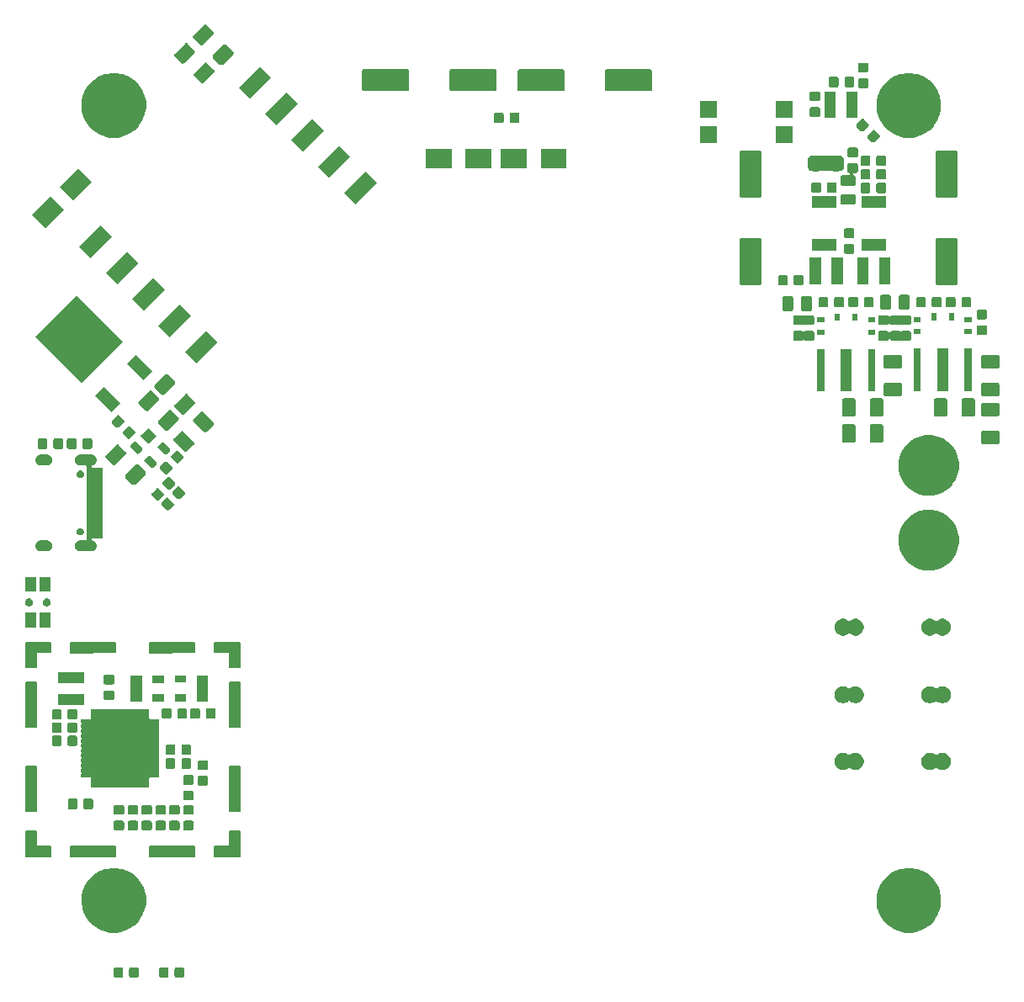
<source format=gts>
G04 #@! TF.GenerationSoftware,KiCad,Pcbnew,5.0.2-bee76a0~70~ubuntu18.04.1*
G04 #@! TF.CreationDate,2019-04-27T16:33:21+02:00*
G04 #@! TF.ProjectId,pcbtc,70636274-632e-46b6-9963-61645f706362,rev?*
G04 #@! TF.SameCoordinates,Original*
G04 #@! TF.FileFunction,Soldermask,Top*
G04 #@! TF.FilePolarity,Negative*
%FSLAX46Y46*%
G04 Gerber Fmt 4.6, Leading zero omitted, Abs format (unit mm)*
G04 Created by KiCad (PCBNEW 5.0.2-bee76a0~70~ubuntu18.04.1) date Sa 27 Apr 2019 16:33:21 CEST*
%MOMM*%
%LPD*%
G01*
G04 APERTURE LIST*
%ADD10C,0.150000*%
%ADD11C,0.100000*%
G04 APERTURE END LIST*
D10*
G36*
X121654800Y-113050000D02*
X121654800Y-114550000D01*
X120154800Y-114550000D01*
X120154800Y-115550000D01*
X122654800Y-115550000D01*
X122654800Y-113050000D01*
X121654800Y-113050000D01*
G37*
X121654800Y-113050000D02*
X121654800Y-114550000D01*
X120154800Y-114550000D01*
X120154800Y-115550000D01*
X122654800Y-115550000D01*
X122654800Y-113050000D01*
X121654800Y-113050000D01*
G36*
X103654800Y-114550000D02*
X102154800Y-114550000D01*
X102154800Y-113050000D01*
X101154800Y-113050000D01*
X101154800Y-115550000D01*
X103654800Y-115550000D01*
X103654800Y-114550000D01*
G37*
X103654800Y-114550000D02*
X102154800Y-114550000D01*
X102154800Y-113050000D01*
X101154800Y-113050000D01*
X101154800Y-115550000D01*
X103654800Y-115550000D01*
X103654800Y-114550000D01*
G36*
X102154800Y-96550000D02*
X102154800Y-95050000D01*
X103654800Y-95050000D01*
X103654800Y-94050000D01*
X101154800Y-94050000D01*
X101154800Y-96550000D01*
X102154800Y-96550000D01*
G37*
X102154800Y-96550000D02*
X102154800Y-95050000D01*
X103654800Y-95050000D01*
X103654800Y-94050000D01*
X101154800Y-94050000D01*
X101154800Y-96550000D01*
X102154800Y-96550000D01*
G36*
X120154800Y-95050000D02*
X121654800Y-95050000D01*
X121654800Y-96550000D01*
X122654800Y-96550000D01*
X122654800Y-94050000D01*
X120154800Y-94050000D01*
X120154800Y-95050000D01*
G37*
X120154800Y-95050000D02*
X121654800Y-95050000D01*
X121654800Y-96550000D01*
X122654800Y-96550000D01*
X122654800Y-94050000D01*
X120154800Y-94050000D01*
X120154800Y-95050000D01*
G36*
X113654800Y-95066000D02*
X118154800Y-95050001D01*
X118154800Y-94050000D01*
X113654800Y-94050000D01*
X113654800Y-95066000D01*
G37*
X113654800Y-95066000D02*
X118154800Y-95050001D01*
X118154800Y-94050000D01*
X113654800Y-94050000D01*
X113654800Y-95066000D01*
G36*
X105654800Y-95066000D02*
X110154800Y-95050001D01*
X110154800Y-94050000D01*
X105654800Y-94050000D01*
X105654800Y-95066000D01*
G37*
X105654800Y-95066000D02*
X110154800Y-95050001D01*
X110154800Y-94050000D01*
X105654800Y-94050000D01*
X105654800Y-95066000D01*
G36*
X113654800Y-115566000D02*
X118154800Y-115550001D01*
X118154800Y-114550000D01*
X113654800Y-114550000D01*
X113654800Y-115566000D01*
G37*
X113654800Y-115566000D02*
X118154800Y-115550001D01*
X118154800Y-114550000D01*
X113654800Y-114550000D01*
X113654800Y-115566000D01*
G36*
X105654800Y-115566000D02*
X110154800Y-115550001D01*
X110154800Y-114550000D01*
X105654800Y-114550000D01*
X105654800Y-115566000D01*
G37*
X105654800Y-115566000D02*
X110154800Y-115550001D01*
X110154800Y-114550000D01*
X105654800Y-114550000D01*
X105654800Y-115566000D01*
G36*
X121638800Y-106550000D02*
X121654800Y-111050000D01*
X122654800Y-111050000D01*
X122654800Y-106550000D01*
X121638800Y-106550000D01*
G37*
X121638800Y-106550000D02*
X121654800Y-111050000D01*
X122654800Y-111050000D01*
X122654800Y-106550000D01*
X121638800Y-106550000D01*
G36*
X101138800Y-106550000D02*
X101154800Y-111050000D01*
X102154800Y-111050000D01*
X102154800Y-106550000D01*
X101138800Y-106550000D01*
G37*
X101138800Y-106550000D02*
X101154800Y-111050000D01*
X102154800Y-111050000D01*
X102154800Y-106550000D01*
X101138800Y-106550000D01*
G36*
X121638800Y-98050000D02*
X121654800Y-102550000D01*
X122654800Y-102550000D01*
X122654800Y-98050000D01*
X121638800Y-98050000D01*
G37*
X121638800Y-98050000D02*
X121654800Y-102550000D01*
X122654800Y-102550000D01*
X122654800Y-98050000D01*
X121638800Y-98050000D01*
G36*
X101138800Y-98050000D02*
X101154800Y-102550000D01*
X102154800Y-102550000D01*
X102154800Y-98050000D01*
X101138800Y-98050000D01*
G37*
X101138800Y-98050000D02*
X101154800Y-102550000D01*
X102154800Y-102550000D01*
X102154800Y-98050000D01*
X101138800Y-98050000D01*
D11*
G36*
X116953591Y-126732085D02*
X116987569Y-126742393D01*
X117018887Y-126759133D01*
X117046339Y-126781661D01*
X117068867Y-126809113D01*
X117085607Y-126840431D01*
X117095915Y-126874409D01*
X117100000Y-126915890D01*
X117100000Y-127592110D01*
X117095915Y-127633591D01*
X117085607Y-127667569D01*
X117068867Y-127698887D01*
X117046339Y-127726339D01*
X117018887Y-127748867D01*
X116987569Y-127765607D01*
X116953591Y-127775915D01*
X116912110Y-127780000D01*
X116310890Y-127780000D01*
X116269409Y-127775915D01*
X116235431Y-127765607D01*
X116204113Y-127748867D01*
X116176661Y-127726339D01*
X116154133Y-127698887D01*
X116137393Y-127667569D01*
X116127085Y-127633591D01*
X116123000Y-127592110D01*
X116123000Y-126915890D01*
X116127085Y-126874409D01*
X116137393Y-126840431D01*
X116154133Y-126809113D01*
X116176661Y-126781661D01*
X116204113Y-126759133D01*
X116235431Y-126742393D01*
X116269409Y-126732085D01*
X116310890Y-126728000D01*
X116912110Y-126728000D01*
X116953591Y-126732085D01*
X116953591Y-126732085D01*
G37*
G36*
X115378591Y-126732085D02*
X115412569Y-126742393D01*
X115443887Y-126759133D01*
X115471339Y-126781661D01*
X115493867Y-126809113D01*
X115510607Y-126840431D01*
X115520915Y-126874409D01*
X115525000Y-126915890D01*
X115525000Y-127592110D01*
X115520915Y-127633591D01*
X115510607Y-127667569D01*
X115493867Y-127698887D01*
X115471339Y-127726339D01*
X115443887Y-127748867D01*
X115412569Y-127765607D01*
X115378591Y-127775915D01*
X115337110Y-127780000D01*
X114735890Y-127780000D01*
X114694409Y-127775915D01*
X114660431Y-127765607D01*
X114629113Y-127748867D01*
X114601661Y-127726339D01*
X114579133Y-127698887D01*
X114562393Y-127667569D01*
X114552085Y-127633591D01*
X114548000Y-127592110D01*
X114548000Y-126915890D01*
X114552085Y-126874409D01*
X114562393Y-126840431D01*
X114579133Y-126809113D01*
X114601661Y-126781661D01*
X114629113Y-126759133D01*
X114660431Y-126742393D01*
X114694409Y-126732085D01*
X114735890Y-126728000D01*
X115337110Y-126728000D01*
X115378591Y-126732085D01*
X115378591Y-126732085D01*
G37*
G36*
X112381591Y-126732085D02*
X112415569Y-126742393D01*
X112446887Y-126759133D01*
X112474339Y-126781661D01*
X112496867Y-126809113D01*
X112513607Y-126840431D01*
X112523915Y-126874409D01*
X112528000Y-126915890D01*
X112528000Y-127592110D01*
X112523915Y-127633591D01*
X112513607Y-127667569D01*
X112496867Y-127698887D01*
X112474339Y-127726339D01*
X112446887Y-127748867D01*
X112415569Y-127765607D01*
X112381591Y-127775915D01*
X112340110Y-127780000D01*
X111738890Y-127780000D01*
X111697409Y-127775915D01*
X111663431Y-127765607D01*
X111632113Y-127748867D01*
X111604661Y-127726339D01*
X111582133Y-127698887D01*
X111565393Y-127667569D01*
X111555085Y-127633591D01*
X111551000Y-127592110D01*
X111551000Y-126915890D01*
X111555085Y-126874409D01*
X111565393Y-126840431D01*
X111582133Y-126809113D01*
X111604661Y-126781661D01*
X111632113Y-126759133D01*
X111663431Y-126742393D01*
X111697409Y-126732085D01*
X111738890Y-126728000D01*
X112340110Y-126728000D01*
X112381591Y-126732085D01*
X112381591Y-126732085D01*
G37*
G36*
X110806591Y-126732085D02*
X110840569Y-126742393D01*
X110871887Y-126759133D01*
X110899339Y-126781661D01*
X110921867Y-126809113D01*
X110938607Y-126840431D01*
X110948915Y-126874409D01*
X110953000Y-126915890D01*
X110953000Y-127592110D01*
X110948915Y-127633591D01*
X110938607Y-127667569D01*
X110921867Y-127698887D01*
X110899339Y-127726339D01*
X110871887Y-127748867D01*
X110840569Y-127765607D01*
X110806591Y-127775915D01*
X110765110Y-127780000D01*
X110163890Y-127780000D01*
X110122409Y-127775915D01*
X110088431Y-127765607D01*
X110057113Y-127748867D01*
X110029661Y-127726339D01*
X110007133Y-127698887D01*
X109990393Y-127667569D01*
X109980085Y-127633591D01*
X109976000Y-127592110D01*
X109976000Y-126915890D01*
X109980085Y-126874409D01*
X109990393Y-126840431D01*
X110007133Y-126809113D01*
X110029661Y-126781661D01*
X110057113Y-126759133D01*
X110088431Y-126742393D01*
X110122409Y-126732085D01*
X110163890Y-126728000D01*
X110765110Y-126728000D01*
X110806591Y-126732085D01*
X110806591Y-126732085D01*
G37*
G36*
X190634239Y-116811467D02*
X190948282Y-116873934D01*
X191539926Y-117119001D01*
X191829523Y-117312504D01*
X192072395Y-117474786D01*
X192525214Y-117927605D01*
X192525216Y-117927608D01*
X192880999Y-118460074D01*
X193002724Y-118753944D01*
X193126066Y-119051719D01*
X193251000Y-119679803D01*
X193251000Y-120320197D01*
X193188533Y-120634239D01*
X193126066Y-120948282D01*
X192880999Y-121539926D01*
X192633265Y-121910685D01*
X192525214Y-122072395D01*
X192072395Y-122525214D01*
X192072392Y-122525216D01*
X191539926Y-122880999D01*
X190948282Y-123126066D01*
X190634239Y-123188533D01*
X190320197Y-123251000D01*
X189679803Y-123251000D01*
X189365761Y-123188533D01*
X189051718Y-123126066D01*
X188460074Y-122880999D01*
X187927608Y-122525216D01*
X187927605Y-122525214D01*
X187474786Y-122072395D01*
X187366735Y-121910685D01*
X187119001Y-121539926D01*
X186873934Y-120948282D01*
X186811467Y-120634239D01*
X186749000Y-120320197D01*
X186749000Y-119679803D01*
X186873934Y-119051719D01*
X186997276Y-118753944D01*
X187119001Y-118460074D01*
X187474784Y-117927608D01*
X187474786Y-117927605D01*
X187927605Y-117474786D01*
X188170477Y-117312504D01*
X188460074Y-117119001D01*
X189051718Y-116873934D01*
X189365761Y-116811467D01*
X189679803Y-116749000D01*
X190320197Y-116749000D01*
X190634239Y-116811467D01*
X190634239Y-116811467D01*
G37*
G36*
X110634239Y-116811467D02*
X110948282Y-116873934D01*
X111539926Y-117119001D01*
X111829523Y-117312504D01*
X112072395Y-117474786D01*
X112525214Y-117927605D01*
X112525216Y-117927608D01*
X112880999Y-118460074D01*
X113002724Y-118753944D01*
X113126066Y-119051719D01*
X113251000Y-119679803D01*
X113251000Y-120320197D01*
X113188533Y-120634239D01*
X113126066Y-120948282D01*
X112880999Y-121539926D01*
X112633265Y-121910685D01*
X112525214Y-122072395D01*
X112072395Y-122525214D01*
X112072392Y-122525216D01*
X111539926Y-122880999D01*
X110948282Y-123126066D01*
X110634239Y-123188533D01*
X110320197Y-123251000D01*
X109679803Y-123251000D01*
X109365761Y-123188533D01*
X109051718Y-123126066D01*
X108460074Y-122880999D01*
X107927608Y-122525216D01*
X107927605Y-122525214D01*
X107474786Y-122072395D01*
X107366735Y-121910685D01*
X107119001Y-121539926D01*
X106873934Y-120948282D01*
X106811467Y-120634239D01*
X106749000Y-120320197D01*
X106749000Y-119679803D01*
X106873934Y-119051719D01*
X106997276Y-118753944D01*
X107119001Y-118460074D01*
X107474784Y-117927608D01*
X107474786Y-117927605D01*
X107927605Y-117474786D01*
X108170477Y-117312504D01*
X108460074Y-117119001D01*
X109051718Y-116873934D01*
X109365761Y-116811467D01*
X109679803Y-116749000D01*
X110320197Y-116749000D01*
X110634239Y-116811467D01*
X110634239Y-116811467D01*
G37*
G36*
X112298891Y-111989085D02*
X112332869Y-111999393D01*
X112364187Y-112016133D01*
X112391639Y-112038661D01*
X112414167Y-112066113D01*
X112430907Y-112097431D01*
X112441215Y-112131409D01*
X112445300Y-112172890D01*
X112445300Y-112774110D01*
X112441215Y-112815591D01*
X112430907Y-112849569D01*
X112414167Y-112880887D01*
X112391639Y-112908339D01*
X112364187Y-112930867D01*
X112332869Y-112947607D01*
X112298891Y-112957915D01*
X112257410Y-112962000D01*
X111581190Y-112962000D01*
X111539709Y-112957915D01*
X111505731Y-112947607D01*
X111474413Y-112930867D01*
X111446961Y-112908339D01*
X111424433Y-112880887D01*
X111407693Y-112849569D01*
X111397385Y-112815591D01*
X111393300Y-112774110D01*
X111393300Y-112172890D01*
X111397385Y-112131409D01*
X111407693Y-112097431D01*
X111424433Y-112066113D01*
X111446961Y-112038661D01*
X111474413Y-112016133D01*
X111505731Y-111999393D01*
X111539709Y-111989085D01*
X111581190Y-111985000D01*
X112257410Y-111985000D01*
X112298891Y-111989085D01*
X112298891Y-111989085D01*
G37*
G36*
X117886891Y-111989085D02*
X117920869Y-111999393D01*
X117952187Y-112016133D01*
X117979639Y-112038661D01*
X118002167Y-112066113D01*
X118018907Y-112097431D01*
X118029215Y-112131409D01*
X118033300Y-112172890D01*
X118033300Y-112774110D01*
X118029215Y-112815591D01*
X118018907Y-112849569D01*
X118002167Y-112880887D01*
X117979639Y-112908339D01*
X117952187Y-112930867D01*
X117920869Y-112947607D01*
X117886891Y-112957915D01*
X117845410Y-112962000D01*
X117169190Y-112962000D01*
X117127709Y-112957915D01*
X117093731Y-112947607D01*
X117062413Y-112930867D01*
X117034961Y-112908339D01*
X117012433Y-112880887D01*
X116995693Y-112849569D01*
X116985385Y-112815591D01*
X116981300Y-112774110D01*
X116981300Y-112172890D01*
X116985385Y-112131409D01*
X116995693Y-112097431D01*
X117012433Y-112066113D01*
X117034961Y-112038661D01*
X117062413Y-112016133D01*
X117093731Y-111999393D01*
X117127709Y-111989085D01*
X117169190Y-111985000D01*
X117845410Y-111985000D01*
X117886891Y-111989085D01*
X117886891Y-111989085D01*
G37*
G36*
X113695891Y-111989085D02*
X113729869Y-111999393D01*
X113761187Y-112016133D01*
X113788639Y-112038661D01*
X113811167Y-112066113D01*
X113827907Y-112097431D01*
X113838215Y-112131409D01*
X113842300Y-112172890D01*
X113842300Y-112774110D01*
X113838215Y-112815591D01*
X113827907Y-112849569D01*
X113811167Y-112880887D01*
X113788639Y-112908339D01*
X113761187Y-112930867D01*
X113729869Y-112947607D01*
X113695891Y-112957915D01*
X113654410Y-112962000D01*
X112978190Y-112962000D01*
X112936709Y-112957915D01*
X112902731Y-112947607D01*
X112871413Y-112930867D01*
X112843961Y-112908339D01*
X112821433Y-112880887D01*
X112804693Y-112849569D01*
X112794385Y-112815591D01*
X112790300Y-112774110D01*
X112790300Y-112172890D01*
X112794385Y-112131409D01*
X112804693Y-112097431D01*
X112821433Y-112066113D01*
X112843961Y-112038661D01*
X112871413Y-112016133D01*
X112902731Y-111999393D01*
X112936709Y-111989085D01*
X112978190Y-111985000D01*
X113654410Y-111985000D01*
X113695891Y-111989085D01*
X113695891Y-111989085D01*
G37*
G36*
X115092891Y-111989085D02*
X115126869Y-111999393D01*
X115158187Y-112016133D01*
X115185639Y-112038661D01*
X115208167Y-112066113D01*
X115224907Y-112097431D01*
X115235215Y-112131409D01*
X115239300Y-112172890D01*
X115239300Y-112774110D01*
X115235215Y-112815591D01*
X115224907Y-112849569D01*
X115208167Y-112880887D01*
X115185639Y-112908339D01*
X115158187Y-112930867D01*
X115126869Y-112947607D01*
X115092891Y-112957915D01*
X115051410Y-112962000D01*
X114375190Y-112962000D01*
X114333709Y-112957915D01*
X114299731Y-112947607D01*
X114268413Y-112930867D01*
X114240961Y-112908339D01*
X114218433Y-112880887D01*
X114201693Y-112849569D01*
X114191385Y-112815591D01*
X114187300Y-112774110D01*
X114187300Y-112172890D01*
X114191385Y-112131409D01*
X114201693Y-112097431D01*
X114218433Y-112066113D01*
X114240961Y-112038661D01*
X114268413Y-112016133D01*
X114299731Y-111999393D01*
X114333709Y-111989085D01*
X114375190Y-111985000D01*
X115051410Y-111985000D01*
X115092891Y-111989085D01*
X115092891Y-111989085D01*
G37*
G36*
X116489891Y-111989085D02*
X116523869Y-111999393D01*
X116555187Y-112016133D01*
X116582639Y-112038661D01*
X116605167Y-112066113D01*
X116621907Y-112097431D01*
X116632215Y-112131409D01*
X116636300Y-112172890D01*
X116636300Y-112774110D01*
X116632215Y-112815591D01*
X116621907Y-112849569D01*
X116605167Y-112880887D01*
X116582639Y-112908339D01*
X116555187Y-112930867D01*
X116523869Y-112947607D01*
X116489891Y-112957915D01*
X116448410Y-112962000D01*
X115772190Y-112962000D01*
X115730709Y-112957915D01*
X115696731Y-112947607D01*
X115665413Y-112930867D01*
X115637961Y-112908339D01*
X115615433Y-112880887D01*
X115598693Y-112849569D01*
X115588385Y-112815591D01*
X115584300Y-112774110D01*
X115584300Y-112172890D01*
X115588385Y-112131409D01*
X115598693Y-112097431D01*
X115615433Y-112066113D01*
X115637961Y-112038661D01*
X115665413Y-112016133D01*
X115696731Y-111999393D01*
X115730709Y-111989085D01*
X115772190Y-111985000D01*
X116448410Y-111985000D01*
X116489891Y-111989085D01*
X116489891Y-111989085D01*
G37*
G36*
X110901891Y-111989085D02*
X110935869Y-111999393D01*
X110967187Y-112016133D01*
X110994639Y-112038661D01*
X111017167Y-112066113D01*
X111033907Y-112097431D01*
X111044215Y-112131409D01*
X111048300Y-112172890D01*
X111048300Y-112774110D01*
X111044215Y-112815591D01*
X111033907Y-112849569D01*
X111017167Y-112880887D01*
X110994639Y-112908339D01*
X110967187Y-112930867D01*
X110935869Y-112947607D01*
X110901891Y-112957915D01*
X110860410Y-112962000D01*
X110184190Y-112962000D01*
X110142709Y-112957915D01*
X110108731Y-112947607D01*
X110077413Y-112930867D01*
X110049961Y-112908339D01*
X110027433Y-112880887D01*
X110010693Y-112849569D01*
X110000385Y-112815591D01*
X109996300Y-112774110D01*
X109996300Y-112172890D01*
X110000385Y-112131409D01*
X110010693Y-112097431D01*
X110027433Y-112066113D01*
X110049961Y-112038661D01*
X110077413Y-112016133D01*
X110108731Y-111999393D01*
X110142709Y-111989085D01*
X110184190Y-111985000D01*
X110860410Y-111985000D01*
X110901891Y-111989085D01*
X110901891Y-111989085D01*
G37*
G36*
X113695891Y-110414085D02*
X113729869Y-110424393D01*
X113761187Y-110441133D01*
X113788639Y-110463661D01*
X113811167Y-110491113D01*
X113827907Y-110522431D01*
X113838215Y-110556409D01*
X113842300Y-110597890D01*
X113842300Y-111199110D01*
X113838215Y-111240591D01*
X113827907Y-111274569D01*
X113811167Y-111305887D01*
X113788639Y-111333339D01*
X113761187Y-111355867D01*
X113729869Y-111372607D01*
X113695891Y-111382915D01*
X113654410Y-111387000D01*
X112978190Y-111387000D01*
X112936709Y-111382915D01*
X112902731Y-111372607D01*
X112871413Y-111355867D01*
X112843961Y-111333339D01*
X112821433Y-111305887D01*
X112804693Y-111274569D01*
X112794385Y-111240591D01*
X112790300Y-111199110D01*
X112790300Y-110597890D01*
X112794385Y-110556409D01*
X112804693Y-110522431D01*
X112821433Y-110491113D01*
X112843961Y-110463661D01*
X112871413Y-110441133D01*
X112902731Y-110424393D01*
X112936709Y-110414085D01*
X112978190Y-110410000D01*
X113654410Y-110410000D01*
X113695891Y-110414085D01*
X113695891Y-110414085D01*
G37*
G36*
X115092891Y-110414085D02*
X115126869Y-110424393D01*
X115158187Y-110441133D01*
X115185639Y-110463661D01*
X115208167Y-110491113D01*
X115224907Y-110522431D01*
X115235215Y-110556409D01*
X115239300Y-110597890D01*
X115239300Y-111199110D01*
X115235215Y-111240591D01*
X115224907Y-111274569D01*
X115208167Y-111305887D01*
X115185639Y-111333339D01*
X115158187Y-111355867D01*
X115126869Y-111372607D01*
X115092891Y-111382915D01*
X115051410Y-111387000D01*
X114375190Y-111387000D01*
X114333709Y-111382915D01*
X114299731Y-111372607D01*
X114268413Y-111355867D01*
X114240961Y-111333339D01*
X114218433Y-111305887D01*
X114201693Y-111274569D01*
X114191385Y-111240591D01*
X114187300Y-111199110D01*
X114187300Y-110597890D01*
X114191385Y-110556409D01*
X114201693Y-110522431D01*
X114218433Y-110491113D01*
X114240961Y-110463661D01*
X114268413Y-110441133D01*
X114299731Y-110424393D01*
X114333709Y-110414085D01*
X114375190Y-110410000D01*
X115051410Y-110410000D01*
X115092891Y-110414085D01*
X115092891Y-110414085D01*
G37*
G36*
X112298891Y-110414085D02*
X112332869Y-110424393D01*
X112364187Y-110441133D01*
X112391639Y-110463661D01*
X112414167Y-110491113D01*
X112430907Y-110522431D01*
X112441215Y-110556409D01*
X112445300Y-110597890D01*
X112445300Y-111199110D01*
X112441215Y-111240591D01*
X112430907Y-111274569D01*
X112414167Y-111305887D01*
X112391639Y-111333339D01*
X112364187Y-111355867D01*
X112332869Y-111372607D01*
X112298891Y-111382915D01*
X112257410Y-111387000D01*
X111581190Y-111387000D01*
X111539709Y-111382915D01*
X111505731Y-111372607D01*
X111474413Y-111355867D01*
X111446961Y-111333339D01*
X111424433Y-111305887D01*
X111407693Y-111274569D01*
X111397385Y-111240591D01*
X111393300Y-111199110D01*
X111393300Y-110597890D01*
X111397385Y-110556409D01*
X111407693Y-110522431D01*
X111424433Y-110491113D01*
X111446961Y-110463661D01*
X111474413Y-110441133D01*
X111505731Y-110424393D01*
X111539709Y-110414085D01*
X111581190Y-110410000D01*
X112257410Y-110410000D01*
X112298891Y-110414085D01*
X112298891Y-110414085D01*
G37*
G36*
X116489891Y-110414085D02*
X116523869Y-110424393D01*
X116555187Y-110441133D01*
X116582639Y-110463661D01*
X116605167Y-110491113D01*
X116621907Y-110522431D01*
X116632215Y-110556409D01*
X116636300Y-110597890D01*
X116636300Y-111199110D01*
X116632215Y-111240591D01*
X116621907Y-111274569D01*
X116605167Y-111305887D01*
X116582639Y-111333339D01*
X116555187Y-111355867D01*
X116523869Y-111372607D01*
X116489891Y-111382915D01*
X116448410Y-111387000D01*
X115772190Y-111387000D01*
X115730709Y-111382915D01*
X115696731Y-111372607D01*
X115665413Y-111355867D01*
X115637961Y-111333339D01*
X115615433Y-111305887D01*
X115598693Y-111274569D01*
X115588385Y-111240591D01*
X115584300Y-111199110D01*
X115584300Y-110597890D01*
X115588385Y-110556409D01*
X115598693Y-110522431D01*
X115615433Y-110491113D01*
X115637961Y-110463661D01*
X115665413Y-110441133D01*
X115696731Y-110424393D01*
X115730709Y-110414085D01*
X115772190Y-110410000D01*
X116448410Y-110410000D01*
X116489891Y-110414085D01*
X116489891Y-110414085D01*
G37*
G36*
X117886891Y-110414085D02*
X117920869Y-110424393D01*
X117952187Y-110441133D01*
X117979639Y-110463661D01*
X118002167Y-110491113D01*
X118018907Y-110522431D01*
X118029215Y-110556409D01*
X118033300Y-110597890D01*
X118033300Y-111199110D01*
X118029215Y-111240591D01*
X118018907Y-111274569D01*
X118002167Y-111305887D01*
X117979639Y-111333339D01*
X117952187Y-111355867D01*
X117920869Y-111372607D01*
X117886891Y-111382915D01*
X117845410Y-111387000D01*
X117169190Y-111387000D01*
X117127709Y-111382915D01*
X117093731Y-111372607D01*
X117062413Y-111355867D01*
X117034961Y-111333339D01*
X117012433Y-111305887D01*
X116995693Y-111274569D01*
X116985385Y-111240591D01*
X116981300Y-111199110D01*
X116981300Y-110597890D01*
X116985385Y-110556409D01*
X116995693Y-110522431D01*
X117012433Y-110491113D01*
X117034961Y-110463661D01*
X117062413Y-110441133D01*
X117093731Y-110424393D01*
X117127709Y-110414085D01*
X117169190Y-110410000D01*
X117845410Y-110410000D01*
X117886891Y-110414085D01*
X117886891Y-110414085D01*
G37*
G36*
X110901891Y-110414085D02*
X110935869Y-110424393D01*
X110967187Y-110441133D01*
X110994639Y-110463661D01*
X111017167Y-110491113D01*
X111033907Y-110522431D01*
X111044215Y-110556409D01*
X111048300Y-110597890D01*
X111048300Y-111199110D01*
X111044215Y-111240591D01*
X111033907Y-111274569D01*
X111017167Y-111305887D01*
X110994639Y-111333339D01*
X110967187Y-111355867D01*
X110935869Y-111372607D01*
X110901891Y-111382915D01*
X110860410Y-111387000D01*
X110184190Y-111387000D01*
X110142709Y-111382915D01*
X110108731Y-111372607D01*
X110077413Y-111355867D01*
X110049961Y-111333339D01*
X110027433Y-111305887D01*
X110010693Y-111274569D01*
X110000385Y-111240591D01*
X109996300Y-111199110D01*
X109996300Y-110597890D01*
X110000385Y-110556409D01*
X110010693Y-110522431D01*
X110027433Y-110491113D01*
X110049961Y-110463661D01*
X110077413Y-110441133D01*
X110108731Y-110424393D01*
X110142709Y-110414085D01*
X110184190Y-110410000D01*
X110860410Y-110410000D01*
X110901891Y-110414085D01*
X110901891Y-110414085D01*
G37*
G36*
X107778391Y-109767085D02*
X107812369Y-109777393D01*
X107843687Y-109794133D01*
X107871139Y-109816661D01*
X107893667Y-109844113D01*
X107910407Y-109875431D01*
X107920715Y-109909409D01*
X107924800Y-109950890D01*
X107924800Y-110627110D01*
X107920715Y-110668591D01*
X107910407Y-110702569D01*
X107893667Y-110733887D01*
X107871139Y-110761339D01*
X107843687Y-110783867D01*
X107812369Y-110800607D01*
X107778391Y-110810915D01*
X107736910Y-110815000D01*
X107135690Y-110815000D01*
X107094209Y-110810915D01*
X107060231Y-110800607D01*
X107028913Y-110783867D01*
X107001461Y-110761339D01*
X106978933Y-110733887D01*
X106962193Y-110702569D01*
X106951885Y-110668591D01*
X106947800Y-110627110D01*
X106947800Y-109950890D01*
X106951885Y-109909409D01*
X106962193Y-109875431D01*
X106978933Y-109844113D01*
X107001461Y-109816661D01*
X107028913Y-109794133D01*
X107060231Y-109777393D01*
X107094209Y-109767085D01*
X107135690Y-109763000D01*
X107736910Y-109763000D01*
X107778391Y-109767085D01*
X107778391Y-109767085D01*
G37*
G36*
X106203391Y-109767085D02*
X106237369Y-109777393D01*
X106268687Y-109794133D01*
X106296139Y-109816661D01*
X106318667Y-109844113D01*
X106335407Y-109875431D01*
X106345715Y-109909409D01*
X106349800Y-109950890D01*
X106349800Y-110627110D01*
X106345715Y-110668591D01*
X106335407Y-110702569D01*
X106318667Y-110733887D01*
X106296139Y-110761339D01*
X106268687Y-110783867D01*
X106237369Y-110800607D01*
X106203391Y-110810915D01*
X106161910Y-110815000D01*
X105560690Y-110815000D01*
X105519209Y-110810915D01*
X105485231Y-110800607D01*
X105453913Y-110783867D01*
X105426461Y-110761339D01*
X105403933Y-110733887D01*
X105387193Y-110702569D01*
X105376885Y-110668591D01*
X105372800Y-110627110D01*
X105372800Y-109950890D01*
X105376885Y-109909409D01*
X105387193Y-109875431D01*
X105403933Y-109844113D01*
X105426461Y-109816661D01*
X105453913Y-109794133D01*
X105485231Y-109777393D01*
X105519209Y-109767085D01*
X105560690Y-109763000D01*
X106161910Y-109763000D01*
X106203391Y-109767085D01*
X106203391Y-109767085D01*
G37*
G36*
X117879991Y-108964285D02*
X117913969Y-108974593D01*
X117945287Y-108991333D01*
X117972739Y-109013861D01*
X117995267Y-109041313D01*
X118012007Y-109072631D01*
X118022315Y-109106609D01*
X118026400Y-109148090D01*
X118026400Y-109749310D01*
X118022315Y-109790791D01*
X118012007Y-109824769D01*
X117995267Y-109856087D01*
X117972739Y-109883539D01*
X117945287Y-109906067D01*
X117913969Y-109922807D01*
X117879991Y-109933115D01*
X117838510Y-109937200D01*
X117162290Y-109937200D01*
X117120809Y-109933115D01*
X117086831Y-109922807D01*
X117055513Y-109906067D01*
X117028061Y-109883539D01*
X117005533Y-109856087D01*
X116988793Y-109824769D01*
X116978485Y-109790791D01*
X116974400Y-109749310D01*
X116974400Y-109148090D01*
X116978485Y-109106609D01*
X116988793Y-109072631D01*
X117005533Y-109041313D01*
X117028061Y-109013861D01*
X117055513Y-108991333D01*
X117086831Y-108974593D01*
X117120809Y-108964285D01*
X117162290Y-108960200D01*
X117838510Y-108960200D01*
X117879991Y-108964285D01*
X117879991Y-108964285D01*
G37*
G36*
X108054657Y-100776083D02*
X108059328Y-100777500D01*
X108063630Y-100779800D01*
X108070005Y-100785031D01*
X108090380Y-100798644D01*
X108113019Y-100808020D01*
X108137053Y-100812800D01*
X108161557Y-100812799D01*
X108185591Y-100808017D01*
X108208229Y-100798639D01*
X108228595Y-100785031D01*
X108234970Y-100779800D01*
X108239272Y-100777500D01*
X108243943Y-100776083D01*
X108254941Y-100775000D01*
X108543659Y-100775000D01*
X108554657Y-100776083D01*
X108559328Y-100777500D01*
X108563630Y-100779800D01*
X108570005Y-100785031D01*
X108590380Y-100798644D01*
X108613019Y-100808020D01*
X108637053Y-100812800D01*
X108661557Y-100812799D01*
X108685591Y-100808017D01*
X108708229Y-100798639D01*
X108728595Y-100785031D01*
X108734970Y-100779800D01*
X108739272Y-100777500D01*
X108743943Y-100776083D01*
X108754941Y-100775000D01*
X109043659Y-100775000D01*
X109054657Y-100776083D01*
X109059328Y-100777500D01*
X109063630Y-100779800D01*
X109070005Y-100785031D01*
X109090380Y-100798644D01*
X109113019Y-100808020D01*
X109137053Y-100812800D01*
X109161557Y-100812799D01*
X109185591Y-100808017D01*
X109208229Y-100798639D01*
X109228595Y-100785031D01*
X109234970Y-100779800D01*
X109239272Y-100777500D01*
X109243943Y-100776083D01*
X109254941Y-100775000D01*
X109543659Y-100775000D01*
X109554657Y-100776083D01*
X109559328Y-100777500D01*
X109563630Y-100779800D01*
X109570005Y-100785031D01*
X109590380Y-100798644D01*
X109613019Y-100808020D01*
X109637053Y-100812800D01*
X109661557Y-100812799D01*
X109685591Y-100808017D01*
X109708229Y-100798639D01*
X109728595Y-100785031D01*
X109734970Y-100779800D01*
X109739272Y-100777500D01*
X109743943Y-100776083D01*
X109754941Y-100775000D01*
X110043659Y-100775000D01*
X110054657Y-100776083D01*
X110059328Y-100777500D01*
X110063630Y-100779800D01*
X110070005Y-100785031D01*
X110090380Y-100798644D01*
X110113019Y-100808020D01*
X110137053Y-100812800D01*
X110161557Y-100812799D01*
X110185591Y-100808017D01*
X110208229Y-100798639D01*
X110228595Y-100785031D01*
X110234970Y-100779800D01*
X110239272Y-100777500D01*
X110243943Y-100776083D01*
X110254941Y-100775000D01*
X110543659Y-100775000D01*
X110554657Y-100776083D01*
X110559328Y-100777500D01*
X110563630Y-100779800D01*
X110570005Y-100785031D01*
X110590380Y-100798644D01*
X110613019Y-100808020D01*
X110637053Y-100812800D01*
X110661557Y-100812799D01*
X110685591Y-100808017D01*
X110708229Y-100798639D01*
X110728595Y-100785031D01*
X110734970Y-100779800D01*
X110739272Y-100777500D01*
X110743943Y-100776083D01*
X110754941Y-100775000D01*
X111043659Y-100775000D01*
X111054657Y-100776083D01*
X111059328Y-100777500D01*
X111063630Y-100779800D01*
X111070005Y-100785031D01*
X111090380Y-100798644D01*
X111113019Y-100808020D01*
X111137053Y-100812800D01*
X111161557Y-100812799D01*
X111185591Y-100808017D01*
X111208229Y-100798639D01*
X111228595Y-100785031D01*
X111234970Y-100779800D01*
X111239272Y-100777500D01*
X111243943Y-100776083D01*
X111254941Y-100775000D01*
X111543659Y-100775000D01*
X111554657Y-100776083D01*
X111559328Y-100777500D01*
X111563630Y-100779800D01*
X111570005Y-100785031D01*
X111590380Y-100798644D01*
X111613019Y-100808020D01*
X111637053Y-100812800D01*
X111661557Y-100812799D01*
X111685591Y-100808017D01*
X111708229Y-100798639D01*
X111728595Y-100785031D01*
X111734970Y-100779800D01*
X111739272Y-100777500D01*
X111743943Y-100776083D01*
X111754941Y-100775000D01*
X112043659Y-100775000D01*
X112054657Y-100776083D01*
X112059328Y-100777500D01*
X112063630Y-100779800D01*
X112070005Y-100785031D01*
X112090380Y-100798644D01*
X112113019Y-100808020D01*
X112137053Y-100812800D01*
X112161557Y-100812799D01*
X112185591Y-100808017D01*
X112208229Y-100798639D01*
X112228595Y-100785031D01*
X112234970Y-100779800D01*
X112239272Y-100777500D01*
X112243943Y-100776083D01*
X112254941Y-100775000D01*
X112543659Y-100775000D01*
X112554657Y-100776083D01*
X112559328Y-100777500D01*
X112563630Y-100779800D01*
X112570005Y-100785031D01*
X112590380Y-100798644D01*
X112613019Y-100808020D01*
X112637053Y-100812800D01*
X112661557Y-100812799D01*
X112685591Y-100808017D01*
X112708229Y-100798639D01*
X112728595Y-100785031D01*
X112734970Y-100779800D01*
X112739272Y-100777500D01*
X112743943Y-100776083D01*
X112754941Y-100775000D01*
X113043659Y-100775000D01*
X113054657Y-100776083D01*
X113059328Y-100777500D01*
X113063630Y-100779800D01*
X113070005Y-100785031D01*
X113090380Y-100798644D01*
X113113019Y-100808020D01*
X113137053Y-100812800D01*
X113161557Y-100812799D01*
X113185591Y-100808017D01*
X113208229Y-100798639D01*
X113228595Y-100785031D01*
X113234970Y-100779800D01*
X113239272Y-100777500D01*
X113243943Y-100776083D01*
X113254941Y-100775000D01*
X113543659Y-100775000D01*
X113554657Y-100776083D01*
X113559328Y-100777500D01*
X113563630Y-100779800D01*
X113567404Y-100782896D01*
X113570500Y-100786670D01*
X113572800Y-100790972D01*
X113574217Y-100795643D01*
X113575300Y-100806641D01*
X113575300Y-101650000D01*
X113577702Y-101674386D01*
X113584815Y-101697835D01*
X113596366Y-101719446D01*
X113611912Y-101738388D01*
X113630854Y-101753934D01*
X113652465Y-101765485D01*
X113675914Y-101772598D01*
X113700300Y-101775000D01*
X114543659Y-101775000D01*
X114554657Y-101776083D01*
X114559328Y-101777500D01*
X114563630Y-101779800D01*
X114567404Y-101782896D01*
X114570500Y-101786670D01*
X114572800Y-101790972D01*
X114574217Y-101795643D01*
X114575300Y-101806641D01*
X114575300Y-102095359D01*
X114574217Y-102106357D01*
X114572800Y-102111028D01*
X114570500Y-102115330D01*
X114565269Y-102121705D01*
X114551656Y-102142080D01*
X114542280Y-102164719D01*
X114537500Y-102188753D01*
X114537501Y-102213257D01*
X114542283Y-102237291D01*
X114551661Y-102259929D01*
X114565269Y-102280295D01*
X114570500Y-102286670D01*
X114572800Y-102290972D01*
X114574217Y-102295643D01*
X114575300Y-102306641D01*
X114575300Y-102595359D01*
X114574217Y-102606357D01*
X114572800Y-102611028D01*
X114570500Y-102615330D01*
X114565269Y-102621705D01*
X114551656Y-102642080D01*
X114542280Y-102664719D01*
X114537500Y-102688753D01*
X114537501Y-102713257D01*
X114542283Y-102737291D01*
X114551661Y-102759929D01*
X114565269Y-102780295D01*
X114570500Y-102786670D01*
X114572800Y-102790972D01*
X114574217Y-102795643D01*
X114575300Y-102806641D01*
X114575300Y-103095359D01*
X114574217Y-103106357D01*
X114572800Y-103111028D01*
X114570500Y-103115330D01*
X114565269Y-103121705D01*
X114551656Y-103142080D01*
X114542280Y-103164719D01*
X114537500Y-103188753D01*
X114537501Y-103213257D01*
X114542283Y-103237291D01*
X114551661Y-103259929D01*
X114565269Y-103280295D01*
X114570500Y-103286670D01*
X114572800Y-103290972D01*
X114574217Y-103295643D01*
X114575300Y-103306641D01*
X114575300Y-103595359D01*
X114574217Y-103606357D01*
X114572800Y-103611028D01*
X114570500Y-103615330D01*
X114565269Y-103621705D01*
X114551656Y-103642080D01*
X114542280Y-103664719D01*
X114537500Y-103688753D01*
X114537501Y-103713257D01*
X114542283Y-103737291D01*
X114551661Y-103759929D01*
X114565269Y-103780295D01*
X114570500Y-103786670D01*
X114572800Y-103790972D01*
X114574217Y-103795643D01*
X114575300Y-103806641D01*
X114575300Y-104095359D01*
X114574217Y-104106357D01*
X114572800Y-104111028D01*
X114570500Y-104115330D01*
X114565269Y-104121705D01*
X114551656Y-104142080D01*
X114542280Y-104164719D01*
X114537500Y-104188753D01*
X114537501Y-104213257D01*
X114542283Y-104237291D01*
X114551661Y-104259929D01*
X114565269Y-104280295D01*
X114570500Y-104286670D01*
X114572800Y-104290972D01*
X114574217Y-104295643D01*
X114575300Y-104306641D01*
X114575300Y-104595359D01*
X114574217Y-104606357D01*
X114572800Y-104611028D01*
X114570500Y-104615330D01*
X114565269Y-104621705D01*
X114551656Y-104642080D01*
X114542280Y-104664719D01*
X114537500Y-104688753D01*
X114537501Y-104713257D01*
X114542283Y-104737291D01*
X114551661Y-104759929D01*
X114565269Y-104780295D01*
X114570500Y-104786670D01*
X114572800Y-104790972D01*
X114574217Y-104795643D01*
X114575300Y-104806641D01*
X114575300Y-105095359D01*
X114574217Y-105106357D01*
X114572800Y-105111028D01*
X114570500Y-105115330D01*
X114565269Y-105121705D01*
X114551656Y-105142080D01*
X114542280Y-105164719D01*
X114537500Y-105188753D01*
X114537501Y-105213257D01*
X114542283Y-105237291D01*
X114551661Y-105259929D01*
X114565269Y-105280295D01*
X114570500Y-105286670D01*
X114572800Y-105290972D01*
X114574217Y-105295643D01*
X114575300Y-105306641D01*
X114575300Y-105595359D01*
X114574217Y-105606357D01*
X114572800Y-105611028D01*
X114570500Y-105615330D01*
X114565269Y-105621705D01*
X114551656Y-105642080D01*
X114542280Y-105664719D01*
X114537500Y-105688753D01*
X114537501Y-105713257D01*
X114542283Y-105737291D01*
X114551661Y-105759929D01*
X114565269Y-105780295D01*
X114570500Y-105786670D01*
X114572800Y-105790972D01*
X114574217Y-105795643D01*
X114575300Y-105806641D01*
X114575300Y-106095359D01*
X114574217Y-106106357D01*
X114572800Y-106111028D01*
X114570500Y-106115330D01*
X114565269Y-106121705D01*
X114551656Y-106142080D01*
X114542280Y-106164719D01*
X114537500Y-106188753D01*
X114537501Y-106213257D01*
X114542283Y-106237291D01*
X114551661Y-106259929D01*
X114565269Y-106280295D01*
X114570500Y-106286670D01*
X114572800Y-106290972D01*
X114574217Y-106295643D01*
X114575300Y-106306641D01*
X114575300Y-106595359D01*
X114574217Y-106606357D01*
X114572800Y-106611028D01*
X114570500Y-106615330D01*
X114565269Y-106621705D01*
X114551656Y-106642080D01*
X114542280Y-106664719D01*
X114537500Y-106688753D01*
X114537501Y-106713257D01*
X114542283Y-106737291D01*
X114551661Y-106759929D01*
X114565269Y-106780295D01*
X114570500Y-106786670D01*
X114572800Y-106790972D01*
X114574217Y-106795643D01*
X114575300Y-106806641D01*
X114575300Y-107095359D01*
X114574217Y-107106357D01*
X114572800Y-107111028D01*
X114570500Y-107115330D01*
X114565269Y-107121705D01*
X114551656Y-107142080D01*
X114542280Y-107164719D01*
X114537500Y-107188753D01*
X114537501Y-107213257D01*
X114542283Y-107237291D01*
X114551661Y-107259929D01*
X114565269Y-107280295D01*
X114570500Y-107286670D01*
X114572800Y-107290972D01*
X114574217Y-107295643D01*
X114575300Y-107306641D01*
X114575300Y-107595359D01*
X114574217Y-107606357D01*
X114572800Y-107611028D01*
X114570500Y-107615330D01*
X114567404Y-107619104D01*
X114563630Y-107622200D01*
X114559328Y-107624500D01*
X114554657Y-107625917D01*
X114543659Y-107627000D01*
X113700300Y-107627000D01*
X113675914Y-107629402D01*
X113652465Y-107636515D01*
X113630854Y-107648066D01*
X113611912Y-107663612D01*
X113596366Y-107682554D01*
X113584815Y-107704165D01*
X113577702Y-107727614D01*
X113575300Y-107752000D01*
X113575300Y-108595359D01*
X113574217Y-108606357D01*
X113572800Y-108611028D01*
X113570500Y-108615330D01*
X113567404Y-108619104D01*
X113563630Y-108622200D01*
X113559328Y-108624500D01*
X113554657Y-108625917D01*
X113543659Y-108627000D01*
X113254941Y-108627000D01*
X113243943Y-108625917D01*
X113239272Y-108624500D01*
X113234970Y-108622200D01*
X113228595Y-108616969D01*
X113208220Y-108603356D01*
X113185581Y-108593980D01*
X113161547Y-108589200D01*
X113137043Y-108589201D01*
X113113009Y-108593983D01*
X113090371Y-108603361D01*
X113070005Y-108616969D01*
X113063630Y-108622200D01*
X113059328Y-108624500D01*
X113054657Y-108625917D01*
X113043659Y-108627000D01*
X112754941Y-108627000D01*
X112743943Y-108625917D01*
X112739272Y-108624500D01*
X112734970Y-108622200D01*
X112728595Y-108616969D01*
X112708220Y-108603356D01*
X112685581Y-108593980D01*
X112661547Y-108589200D01*
X112637043Y-108589201D01*
X112613009Y-108593983D01*
X112590371Y-108603361D01*
X112570005Y-108616969D01*
X112563630Y-108622200D01*
X112559328Y-108624500D01*
X112554657Y-108625917D01*
X112543659Y-108627000D01*
X112254941Y-108627000D01*
X112243943Y-108625917D01*
X112239272Y-108624500D01*
X112234970Y-108622200D01*
X112228595Y-108616969D01*
X112208220Y-108603356D01*
X112185581Y-108593980D01*
X112161547Y-108589200D01*
X112137043Y-108589201D01*
X112113009Y-108593983D01*
X112090371Y-108603361D01*
X112070005Y-108616969D01*
X112063630Y-108622200D01*
X112059328Y-108624500D01*
X112054657Y-108625917D01*
X112043659Y-108627000D01*
X111754941Y-108627000D01*
X111743943Y-108625917D01*
X111739272Y-108624500D01*
X111734970Y-108622200D01*
X111728595Y-108616969D01*
X111708220Y-108603356D01*
X111685581Y-108593980D01*
X111661547Y-108589200D01*
X111637043Y-108589201D01*
X111613009Y-108593983D01*
X111590371Y-108603361D01*
X111570005Y-108616969D01*
X111563630Y-108622200D01*
X111559328Y-108624500D01*
X111554657Y-108625917D01*
X111543659Y-108627000D01*
X111254941Y-108627000D01*
X111243943Y-108625917D01*
X111239272Y-108624500D01*
X111234970Y-108622200D01*
X111228595Y-108616969D01*
X111208220Y-108603356D01*
X111185581Y-108593980D01*
X111161547Y-108589200D01*
X111137043Y-108589201D01*
X111113009Y-108593983D01*
X111090371Y-108603361D01*
X111070005Y-108616969D01*
X111063630Y-108622200D01*
X111059328Y-108624500D01*
X111054657Y-108625917D01*
X111043659Y-108627000D01*
X110754941Y-108627000D01*
X110743943Y-108625917D01*
X110739272Y-108624500D01*
X110734970Y-108622200D01*
X110728595Y-108616969D01*
X110708220Y-108603356D01*
X110685581Y-108593980D01*
X110661547Y-108589200D01*
X110637043Y-108589201D01*
X110613009Y-108593983D01*
X110590371Y-108603361D01*
X110570005Y-108616969D01*
X110563630Y-108622200D01*
X110559328Y-108624500D01*
X110554657Y-108625917D01*
X110543659Y-108627000D01*
X110254941Y-108627000D01*
X110243943Y-108625917D01*
X110239272Y-108624500D01*
X110234970Y-108622200D01*
X110228595Y-108616969D01*
X110208220Y-108603356D01*
X110185581Y-108593980D01*
X110161547Y-108589200D01*
X110137043Y-108589201D01*
X110113009Y-108593983D01*
X110090371Y-108603361D01*
X110070005Y-108616969D01*
X110063630Y-108622200D01*
X110059328Y-108624500D01*
X110054657Y-108625917D01*
X110043659Y-108627000D01*
X109754941Y-108627000D01*
X109743943Y-108625917D01*
X109739272Y-108624500D01*
X109734970Y-108622200D01*
X109728595Y-108616969D01*
X109708220Y-108603356D01*
X109685581Y-108593980D01*
X109661547Y-108589200D01*
X109637043Y-108589201D01*
X109613009Y-108593983D01*
X109590371Y-108603361D01*
X109570005Y-108616969D01*
X109563630Y-108622200D01*
X109559328Y-108624500D01*
X109554657Y-108625917D01*
X109543659Y-108627000D01*
X109254941Y-108627000D01*
X109243943Y-108625917D01*
X109239272Y-108624500D01*
X109234970Y-108622200D01*
X109228595Y-108616969D01*
X109208220Y-108603356D01*
X109185581Y-108593980D01*
X109161547Y-108589200D01*
X109137043Y-108589201D01*
X109113009Y-108593983D01*
X109090371Y-108603361D01*
X109070005Y-108616969D01*
X109063630Y-108622200D01*
X109059328Y-108624500D01*
X109054657Y-108625917D01*
X109043659Y-108627000D01*
X108754941Y-108627000D01*
X108743943Y-108625917D01*
X108739272Y-108624500D01*
X108734970Y-108622200D01*
X108728595Y-108616969D01*
X108708220Y-108603356D01*
X108685581Y-108593980D01*
X108661547Y-108589200D01*
X108637043Y-108589201D01*
X108613009Y-108593983D01*
X108590371Y-108603361D01*
X108570005Y-108616969D01*
X108563630Y-108622200D01*
X108559328Y-108624500D01*
X108554657Y-108625917D01*
X108543659Y-108627000D01*
X108254941Y-108627000D01*
X108243943Y-108625917D01*
X108239272Y-108624500D01*
X108234970Y-108622200D01*
X108228595Y-108616969D01*
X108208220Y-108603356D01*
X108185581Y-108593980D01*
X108161547Y-108589200D01*
X108137043Y-108589201D01*
X108113009Y-108593983D01*
X108090371Y-108603361D01*
X108070005Y-108616969D01*
X108063630Y-108622200D01*
X108059328Y-108624500D01*
X108054657Y-108625917D01*
X108043659Y-108627000D01*
X107754941Y-108627000D01*
X107743943Y-108625917D01*
X107739272Y-108624500D01*
X107734970Y-108622200D01*
X107731196Y-108619104D01*
X107728100Y-108615330D01*
X107725800Y-108611028D01*
X107724383Y-108606357D01*
X107723300Y-108595359D01*
X107723300Y-107752000D01*
X107720898Y-107727614D01*
X107713785Y-107704165D01*
X107702234Y-107682554D01*
X107686688Y-107663612D01*
X107667746Y-107648066D01*
X107646135Y-107636515D01*
X107622686Y-107629402D01*
X107598300Y-107627000D01*
X106754941Y-107627000D01*
X106743943Y-107625917D01*
X106739272Y-107624500D01*
X106734970Y-107622200D01*
X106731196Y-107619104D01*
X106728100Y-107615330D01*
X106725800Y-107611028D01*
X106724383Y-107606357D01*
X106723300Y-107595359D01*
X106723300Y-107306641D01*
X106724383Y-107295643D01*
X106725800Y-107290972D01*
X106728100Y-107286670D01*
X106733331Y-107280295D01*
X106746944Y-107259920D01*
X106756320Y-107237281D01*
X106761100Y-107213247D01*
X106761099Y-107188743D01*
X106756317Y-107164709D01*
X106746939Y-107142071D01*
X106733331Y-107121705D01*
X106728100Y-107115330D01*
X106725800Y-107111028D01*
X106724383Y-107106357D01*
X106723300Y-107095359D01*
X106723300Y-106806641D01*
X106724383Y-106795643D01*
X106725800Y-106790972D01*
X106728100Y-106786670D01*
X106733331Y-106780295D01*
X106746944Y-106759920D01*
X106756320Y-106737281D01*
X106761100Y-106713247D01*
X106761099Y-106688743D01*
X106756317Y-106664709D01*
X106746939Y-106642071D01*
X106733331Y-106621705D01*
X106728100Y-106615330D01*
X106725800Y-106611028D01*
X106724383Y-106606357D01*
X106723300Y-106595359D01*
X106723300Y-106306641D01*
X106724383Y-106295643D01*
X106725800Y-106290972D01*
X106728100Y-106286670D01*
X106733331Y-106280295D01*
X106746944Y-106259920D01*
X106756320Y-106237281D01*
X106761100Y-106213247D01*
X106761099Y-106188743D01*
X106756317Y-106164709D01*
X106746939Y-106142071D01*
X106733331Y-106121705D01*
X106728100Y-106115330D01*
X106725800Y-106111028D01*
X106724383Y-106106357D01*
X106723300Y-106095359D01*
X106723300Y-105806641D01*
X106724383Y-105795643D01*
X106725800Y-105790972D01*
X106728100Y-105786670D01*
X106733331Y-105780295D01*
X106746944Y-105759920D01*
X106756320Y-105737281D01*
X106761100Y-105713247D01*
X106761099Y-105688743D01*
X106756317Y-105664709D01*
X106746939Y-105642071D01*
X106733331Y-105621705D01*
X106728100Y-105615330D01*
X106725800Y-105611028D01*
X106724383Y-105606357D01*
X106723300Y-105595359D01*
X106723300Y-105306641D01*
X106724383Y-105295643D01*
X106725800Y-105290972D01*
X106728100Y-105286670D01*
X106733331Y-105280295D01*
X106746944Y-105259920D01*
X106756320Y-105237281D01*
X106761100Y-105213247D01*
X106761099Y-105188743D01*
X106756317Y-105164709D01*
X106746939Y-105142071D01*
X106733331Y-105121705D01*
X106728100Y-105115330D01*
X106725800Y-105111028D01*
X106724383Y-105106357D01*
X106723300Y-105095359D01*
X106723300Y-104806641D01*
X106724383Y-104795643D01*
X106725800Y-104790972D01*
X106728100Y-104786670D01*
X106733331Y-104780295D01*
X106746944Y-104759920D01*
X106756320Y-104737281D01*
X106761100Y-104713247D01*
X106761099Y-104688743D01*
X106756317Y-104664709D01*
X106746939Y-104642071D01*
X106733331Y-104621705D01*
X106728100Y-104615330D01*
X106725800Y-104611028D01*
X106724383Y-104606357D01*
X106723300Y-104595359D01*
X106723300Y-104306641D01*
X106724383Y-104295643D01*
X106725800Y-104290972D01*
X106728100Y-104286670D01*
X106733331Y-104280295D01*
X106746944Y-104259920D01*
X106756320Y-104237281D01*
X106761100Y-104213247D01*
X106761099Y-104188743D01*
X106756317Y-104164709D01*
X106746939Y-104142071D01*
X106733331Y-104121705D01*
X106728100Y-104115330D01*
X106725800Y-104111028D01*
X106724383Y-104106357D01*
X106723300Y-104095359D01*
X106723300Y-103806641D01*
X106724383Y-103795643D01*
X106725800Y-103790972D01*
X106728100Y-103786670D01*
X106733331Y-103780295D01*
X106746944Y-103759920D01*
X106756320Y-103737281D01*
X106761100Y-103713247D01*
X106761099Y-103688743D01*
X106756317Y-103664709D01*
X106746939Y-103642071D01*
X106733331Y-103621705D01*
X106728100Y-103615330D01*
X106725800Y-103611028D01*
X106724383Y-103606357D01*
X106723300Y-103595359D01*
X106723300Y-103306641D01*
X106724383Y-103295643D01*
X106725800Y-103290972D01*
X106728100Y-103286670D01*
X106733331Y-103280295D01*
X106746944Y-103259920D01*
X106756320Y-103237281D01*
X106761100Y-103213247D01*
X106761099Y-103188743D01*
X106756317Y-103164709D01*
X106746939Y-103142071D01*
X106733331Y-103121705D01*
X106728100Y-103115330D01*
X106725800Y-103111028D01*
X106724383Y-103106357D01*
X106723300Y-103095359D01*
X106723300Y-102806641D01*
X106724383Y-102795643D01*
X106725800Y-102790972D01*
X106728100Y-102786670D01*
X106733331Y-102780295D01*
X106746944Y-102759920D01*
X106756320Y-102737281D01*
X106761100Y-102713247D01*
X106761099Y-102688743D01*
X106756317Y-102664709D01*
X106746939Y-102642071D01*
X106733331Y-102621705D01*
X106728100Y-102615330D01*
X106725800Y-102611028D01*
X106724383Y-102606357D01*
X106723300Y-102595359D01*
X106723300Y-102306641D01*
X106724383Y-102295643D01*
X106725800Y-102290972D01*
X106728100Y-102286670D01*
X106733331Y-102280295D01*
X106746944Y-102259920D01*
X106756320Y-102237281D01*
X106761100Y-102213247D01*
X106761099Y-102188743D01*
X106756317Y-102164709D01*
X106746939Y-102142071D01*
X106733331Y-102121705D01*
X106728100Y-102115330D01*
X106725800Y-102111028D01*
X106724383Y-102106357D01*
X106723300Y-102095359D01*
X106723300Y-101806641D01*
X106724383Y-101795643D01*
X106725800Y-101790972D01*
X106728100Y-101786670D01*
X106731196Y-101782896D01*
X106734970Y-101779800D01*
X106739272Y-101777500D01*
X106743943Y-101776083D01*
X106754941Y-101775000D01*
X107598300Y-101775000D01*
X107622686Y-101772598D01*
X107646135Y-101765485D01*
X107667746Y-101753934D01*
X107686688Y-101738388D01*
X107702234Y-101719446D01*
X107713785Y-101697835D01*
X107720898Y-101674386D01*
X107723300Y-101650000D01*
X107723300Y-100806641D01*
X107724383Y-100795643D01*
X107725800Y-100790972D01*
X107728100Y-100786670D01*
X107731196Y-100782896D01*
X107734970Y-100779800D01*
X107739272Y-100777500D01*
X107743943Y-100776083D01*
X107754941Y-100775000D01*
X108043659Y-100775000D01*
X108054657Y-100776083D01*
X108054657Y-100776083D01*
G37*
G36*
X119347391Y-107480585D02*
X119381369Y-107490893D01*
X119412687Y-107507633D01*
X119440139Y-107530161D01*
X119462667Y-107557613D01*
X119479407Y-107588931D01*
X119489715Y-107622909D01*
X119493800Y-107664390D01*
X119493800Y-108265610D01*
X119489715Y-108307091D01*
X119479407Y-108341069D01*
X119462667Y-108372387D01*
X119440139Y-108399839D01*
X119412687Y-108422367D01*
X119381369Y-108439107D01*
X119347391Y-108449415D01*
X119305910Y-108453500D01*
X118629690Y-108453500D01*
X118588209Y-108449415D01*
X118554231Y-108439107D01*
X118522913Y-108422367D01*
X118495461Y-108399839D01*
X118472933Y-108372387D01*
X118456193Y-108341069D01*
X118445885Y-108307091D01*
X118441800Y-108265610D01*
X118441800Y-107664390D01*
X118445885Y-107622909D01*
X118456193Y-107588931D01*
X118472933Y-107557613D01*
X118495461Y-107530161D01*
X118522913Y-107507633D01*
X118554231Y-107490893D01*
X118588209Y-107480585D01*
X118629690Y-107476500D01*
X119305910Y-107476500D01*
X119347391Y-107480585D01*
X119347391Y-107480585D01*
G37*
G36*
X117879991Y-107389285D02*
X117913969Y-107399593D01*
X117945287Y-107416333D01*
X117972739Y-107438861D01*
X117995267Y-107466313D01*
X118012007Y-107497631D01*
X118022315Y-107531609D01*
X118026400Y-107573090D01*
X118026400Y-108174310D01*
X118022315Y-108215791D01*
X118012007Y-108249769D01*
X117995267Y-108281087D01*
X117972739Y-108308539D01*
X117945287Y-108331067D01*
X117913969Y-108347807D01*
X117879991Y-108358115D01*
X117838510Y-108362200D01*
X117162290Y-108362200D01*
X117120809Y-108358115D01*
X117086831Y-108347807D01*
X117055513Y-108331067D01*
X117028061Y-108308539D01*
X117005533Y-108281087D01*
X116988793Y-108249769D01*
X116978485Y-108215791D01*
X116974400Y-108174310D01*
X116974400Y-107573090D01*
X116978485Y-107531609D01*
X116988793Y-107497631D01*
X117005533Y-107466313D01*
X117028061Y-107438861D01*
X117055513Y-107416333D01*
X117086831Y-107399593D01*
X117120809Y-107389285D01*
X117162290Y-107385200D01*
X117838510Y-107385200D01*
X117879991Y-107389285D01*
X117879991Y-107389285D01*
G37*
G36*
X119347391Y-105905585D02*
X119381369Y-105915893D01*
X119412687Y-105932633D01*
X119440139Y-105955161D01*
X119462667Y-105982613D01*
X119479407Y-106013931D01*
X119489715Y-106047909D01*
X119493800Y-106089390D01*
X119493800Y-106690610D01*
X119489715Y-106732091D01*
X119479407Y-106766069D01*
X119462667Y-106797387D01*
X119440139Y-106824839D01*
X119412687Y-106847367D01*
X119381369Y-106864107D01*
X119347391Y-106874415D01*
X119305910Y-106878500D01*
X118629690Y-106878500D01*
X118588209Y-106874415D01*
X118554231Y-106864107D01*
X118522913Y-106847367D01*
X118495461Y-106824839D01*
X118472933Y-106797387D01*
X118456193Y-106766069D01*
X118445885Y-106732091D01*
X118441800Y-106690610D01*
X118441800Y-106089390D01*
X118445885Y-106047909D01*
X118456193Y-106013931D01*
X118472933Y-105982613D01*
X118495461Y-105955161D01*
X118522913Y-105932633D01*
X118554231Y-105915893D01*
X118588209Y-105905585D01*
X118629690Y-105901500D01*
X119305910Y-105901500D01*
X119347391Y-105905585D01*
X119347391Y-105905585D01*
G37*
G36*
X192375029Y-105190503D02*
X192529901Y-105254653D01*
X192669282Y-105347785D01*
X192669286Y-105347789D01*
X192676181Y-105352396D01*
X192682355Y-105357463D01*
X192703966Y-105369014D01*
X192727415Y-105376127D01*
X192751801Y-105378529D01*
X192776187Y-105376127D01*
X192799636Y-105369014D01*
X192821247Y-105357463D01*
X192827421Y-105352396D01*
X192834316Y-105347789D01*
X192834320Y-105347785D01*
X192973701Y-105254653D01*
X193128573Y-105190503D01*
X193292985Y-105157800D01*
X193460617Y-105157800D01*
X193625029Y-105190503D01*
X193779901Y-105254653D01*
X193919282Y-105347785D01*
X194037816Y-105466319D01*
X194130948Y-105605700D01*
X194195098Y-105760572D01*
X194227801Y-105924984D01*
X194227801Y-106092616D01*
X194195098Y-106257028D01*
X194130948Y-106411900D01*
X194037816Y-106551281D01*
X193919282Y-106669815D01*
X193779901Y-106762947D01*
X193625029Y-106827097D01*
X193460617Y-106859800D01*
X193292985Y-106859800D01*
X193128573Y-106827097D01*
X192973701Y-106762947D01*
X192834320Y-106669815D01*
X192834316Y-106669811D01*
X192827421Y-106665204D01*
X192821247Y-106660137D01*
X192799636Y-106648586D01*
X192776187Y-106641473D01*
X192751801Y-106639071D01*
X192727415Y-106641473D01*
X192703966Y-106648586D01*
X192682355Y-106660137D01*
X192676181Y-106665204D01*
X192669286Y-106669811D01*
X192669282Y-106669815D01*
X192529901Y-106762947D01*
X192375029Y-106827097D01*
X192210617Y-106859800D01*
X192042985Y-106859800D01*
X191878573Y-106827097D01*
X191723701Y-106762947D01*
X191584320Y-106669815D01*
X191465786Y-106551281D01*
X191372654Y-106411900D01*
X191308504Y-106257028D01*
X191275801Y-106092616D01*
X191275801Y-105924984D01*
X191308504Y-105760572D01*
X191372654Y-105605700D01*
X191465786Y-105466319D01*
X191584320Y-105347785D01*
X191723701Y-105254653D01*
X191878573Y-105190503D01*
X192042985Y-105157800D01*
X192210617Y-105157800D01*
X192375029Y-105190503D01*
X192375029Y-105190503D01*
G37*
G36*
X183625029Y-105190503D02*
X183779901Y-105254653D01*
X183919282Y-105347785D01*
X183919286Y-105347789D01*
X183926181Y-105352396D01*
X183932355Y-105357463D01*
X183953966Y-105369014D01*
X183977415Y-105376127D01*
X184001801Y-105378529D01*
X184026187Y-105376127D01*
X184049636Y-105369014D01*
X184071247Y-105357463D01*
X184077421Y-105352396D01*
X184084316Y-105347789D01*
X184084320Y-105347785D01*
X184223701Y-105254653D01*
X184378573Y-105190503D01*
X184542985Y-105157800D01*
X184710617Y-105157800D01*
X184875029Y-105190503D01*
X185029901Y-105254653D01*
X185169282Y-105347785D01*
X185287816Y-105466319D01*
X185380948Y-105605700D01*
X185445098Y-105760572D01*
X185477801Y-105924984D01*
X185477801Y-106092616D01*
X185445098Y-106257028D01*
X185380948Y-106411900D01*
X185287816Y-106551281D01*
X185169282Y-106669815D01*
X185029901Y-106762947D01*
X184875029Y-106827097D01*
X184710617Y-106859800D01*
X184542985Y-106859800D01*
X184378573Y-106827097D01*
X184223701Y-106762947D01*
X184084320Y-106669815D01*
X184084316Y-106669811D01*
X184077421Y-106665204D01*
X184071247Y-106660137D01*
X184049636Y-106648586D01*
X184026187Y-106641473D01*
X184001801Y-106639071D01*
X183977415Y-106641473D01*
X183953966Y-106648586D01*
X183932355Y-106660137D01*
X183926181Y-106665204D01*
X183919286Y-106669811D01*
X183919282Y-106669815D01*
X183779901Y-106762947D01*
X183625029Y-106827097D01*
X183460617Y-106859800D01*
X183292985Y-106859800D01*
X183128573Y-106827097D01*
X182973701Y-106762947D01*
X182834320Y-106669815D01*
X182715786Y-106551281D01*
X182622654Y-106411900D01*
X182558504Y-106257028D01*
X182525801Y-106092616D01*
X182525801Y-105924984D01*
X182558504Y-105760572D01*
X182622654Y-105605700D01*
X182715786Y-105466319D01*
X182834320Y-105347785D01*
X182973701Y-105254653D01*
X183128573Y-105190503D01*
X183292985Y-105157800D01*
X183460617Y-105157800D01*
X183625029Y-105190503D01*
X183625029Y-105190503D01*
G37*
G36*
X117633591Y-105703085D02*
X117667569Y-105713393D01*
X117698887Y-105730133D01*
X117726339Y-105752661D01*
X117748867Y-105780113D01*
X117765607Y-105811431D01*
X117775915Y-105845409D01*
X117780000Y-105886890D01*
X117780000Y-106563110D01*
X117775915Y-106604591D01*
X117765607Y-106638569D01*
X117748867Y-106669887D01*
X117726339Y-106697339D01*
X117698887Y-106719867D01*
X117667569Y-106736607D01*
X117633591Y-106746915D01*
X117592110Y-106751000D01*
X116990890Y-106751000D01*
X116949409Y-106746915D01*
X116915431Y-106736607D01*
X116884113Y-106719867D01*
X116856661Y-106697339D01*
X116834133Y-106669887D01*
X116817393Y-106638569D01*
X116807085Y-106604591D01*
X116803000Y-106563110D01*
X116803000Y-105886890D01*
X116807085Y-105845409D01*
X116817393Y-105811431D01*
X116834133Y-105780113D01*
X116856661Y-105752661D01*
X116884113Y-105730133D01*
X116915431Y-105713393D01*
X116949409Y-105703085D01*
X116990890Y-105699000D01*
X117592110Y-105699000D01*
X117633591Y-105703085D01*
X117633591Y-105703085D01*
G37*
G36*
X116058591Y-105703085D02*
X116092569Y-105713393D01*
X116123887Y-105730133D01*
X116151339Y-105752661D01*
X116173867Y-105780113D01*
X116190607Y-105811431D01*
X116200915Y-105845409D01*
X116205000Y-105886890D01*
X116205000Y-106563110D01*
X116200915Y-106604591D01*
X116190607Y-106638569D01*
X116173867Y-106669887D01*
X116151339Y-106697339D01*
X116123887Y-106719867D01*
X116092569Y-106736607D01*
X116058591Y-106746915D01*
X116017110Y-106751000D01*
X115415890Y-106751000D01*
X115374409Y-106746915D01*
X115340431Y-106736607D01*
X115309113Y-106719867D01*
X115281661Y-106697339D01*
X115259133Y-106669887D01*
X115242393Y-106638569D01*
X115232085Y-106604591D01*
X115228000Y-106563110D01*
X115228000Y-105886890D01*
X115232085Y-105845409D01*
X115242393Y-105811431D01*
X115259133Y-105780113D01*
X115281661Y-105752661D01*
X115309113Y-105730133D01*
X115340431Y-105713393D01*
X115374409Y-105703085D01*
X115415890Y-105699000D01*
X116017110Y-105699000D01*
X116058591Y-105703085D01*
X116058591Y-105703085D01*
G37*
G36*
X117633591Y-104306085D02*
X117667569Y-104316393D01*
X117698887Y-104333133D01*
X117726339Y-104355661D01*
X117748867Y-104383113D01*
X117765607Y-104414431D01*
X117775915Y-104448409D01*
X117780000Y-104489890D01*
X117780000Y-105166110D01*
X117775915Y-105207591D01*
X117765607Y-105241569D01*
X117748867Y-105272887D01*
X117726339Y-105300339D01*
X117698887Y-105322867D01*
X117667569Y-105339607D01*
X117633591Y-105349915D01*
X117592110Y-105354000D01*
X116990890Y-105354000D01*
X116949409Y-105349915D01*
X116915431Y-105339607D01*
X116884113Y-105322867D01*
X116856661Y-105300339D01*
X116834133Y-105272887D01*
X116817393Y-105241569D01*
X116807085Y-105207591D01*
X116803000Y-105166110D01*
X116803000Y-104489890D01*
X116807085Y-104448409D01*
X116817393Y-104414431D01*
X116834133Y-104383113D01*
X116856661Y-104355661D01*
X116884113Y-104333133D01*
X116915431Y-104316393D01*
X116949409Y-104306085D01*
X116990890Y-104302000D01*
X117592110Y-104302000D01*
X117633591Y-104306085D01*
X117633591Y-104306085D01*
G37*
G36*
X116058591Y-104306085D02*
X116092569Y-104316393D01*
X116123887Y-104333133D01*
X116151339Y-104355661D01*
X116173867Y-104383113D01*
X116190607Y-104414431D01*
X116200915Y-104448409D01*
X116205000Y-104489890D01*
X116205000Y-105166110D01*
X116200915Y-105207591D01*
X116190607Y-105241569D01*
X116173867Y-105272887D01*
X116151339Y-105300339D01*
X116123887Y-105322867D01*
X116092569Y-105339607D01*
X116058591Y-105349915D01*
X116017110Y-105354000D01*
X115415890Y-105354000D01*
X115374409Y-105349915D01*
X115340431Y-105339607D01*
X115309113Y-105322867D01*
X115281661Y-105300339D01*
X115259133Y-105272887D01*
X115242393Y-105241569D01*
X115232085Y-105207591D01*
X115228000Y-105166110D01*
X115228000Y-104489890D01*
X115232085Y-104448409D01*
X115242393Y-104414431D01*
X115259133Y-104383113D01*
X115281661Y-104355661D01*
X115309113Y-104333133D01*
X115340431Y-104316393D01*
X115374409Y-104306085D01*
X115415890Y-104302000D01*
X116017110Y-104302000D01*
X116058591Y-104306085D01*
X116058591Y-104306085D01*
G37*
G36*
X106183991Y-103414885D02*
X106217969Y-103425193D01*
X106249287Y-103441933D01*
X106276739Y-103464461D01*
X106299267Y-103491913D01*
X106316007Y-103523231D01*
X106326315Y-103557209D01*
X106330400Y-103598690D01*
X106330400Y-104274910D01*
X106326315Y-104316391D01*
X106316007Y-104350369D01*
X106299267Y-104381687D01*
X106276739Y-104409139D01*
X106249287Y-104431667D01*
X106217969Y-104448407D01*
X106183991Y-104458715D01*
X106142510Y-104462800D01*
X105541290Y-104462800D01*
X105499809Y-104458715D01*
X105465831Y-104448407D01*
X105434513Y-104431667D01*
X105407061Y-104409139D01*
X105384533Y-104381687D01*
X105367793Y-104350369D01*
X105357485Y-104316391D01*
X105353400Y-104274910D01*
X105353400Y-103598690D01*
X105357485Y-103557209D01*
X105367793Y-103523231D01*
X105384533Y-103491913D01*
X105407061Y-103464461D01*
X105434513Y-103441933D01*
X105465831Y-103425193D01*
X105499809Y-103414885D01*
X105541290Y-103410800D01*
X106142510Y-103410800D01*
X106183991Y-103414885D01*
X106183991Y-103414885D01*
G37*
G36*
X104608991Y-103414885D02*
X104642969Y-103425193D01*
X104674287Y-103441933D01*
X104701739Y-103464461D01*
X104724267Y-103491913D01*
X104741007Y-103523231D01*
X104751315Y-103557209D01*
X104755400Y-103598690D01*
X104755400Y-104274910D01*
X104751315Y-104316391D01*
X104741007Y-104350369D01*
X104724267Y-104381687D01*
X104701739Y-104409139D01*
X104674287Y-104431667D01*
X104642969Y-104448407D01*
X104608991Y-104458715D01*
X104567510Y-104462800D01*
X103966290Y-104462800D01*
X103924809Y-104458715D01*
X103890831Y-104448407D01*
X103859513Y-104431667D01*
X103832061Y-104409139D01*
X103809533Y-104381687D01*
X103792793Y-104350369D01*
X103782485Y-104316391D01*
X103778400Y-104274910D01*
X103778400Y-103598690D01*
X103782485Y-103557209D01*
X103792793Y-103523231D01*
X103809533Y-103491913D01*
X103832061Y-103464461D01*
X103859513Y-103441933D01*
X103890831Y-103425193D01*
X103924809Y-103414885D01*
X103966290Y-103410800D01*
X104567510Y-103410800D01*
X104608991Y-103414885D01*
X104608991Y-103414885D01*
G37*
G36*
X106183991Y-102094085D02*
X106217969Y-102104393D01*
X106249287Y-102121133D01*
X106276739Y-102143661D01*
X106299267Y-102171113D01*
X106316007Y-102202431D01*
X106326315Y-102236409D01*
X106330400Y-102277890D01*
X106330400Y-102954110D01*
X106326315Y-102995591D01*
X106316007Y-103029569D01*
X106299267Y-103060887D01*
X106276739Y-103088339D01*
X106249287Y-103110867D01*
X106217969Y-103127607D01*
X106183991Y-103137915D01*
X106142510Y-103142000D01*
X105541290Y-103142000D01*
X105499809Y-103137915D01*
X105465831Y-103127607D01*
X105434513Y-103110867D01*
X105407061Y-103088339D01*
X105384533Y-103060887D01*
X105367793Y-103029569D01*
X105357485Y-102995591D01*
X105353400Y-102954110D01*
X105353400Y-102277890D01*
X105357485Y-102236409D01*
X105367793Y-102202431D01*
X105384533Y-102171113D01*
X105407061Y-102143661D01*
X105434513Y-102121133D01*
X105465831Y-102104393D01*
X105499809Y-102094085D01*
X105541290Y-102090000D01*
X106142510Y-102090000D01*
X106183991Y-102094085D01*
X106183991Y-102094085D01*
G37*
G36*
X104608991Y-102094085D02*
X104642969Y-102104393D01*
X104674287Y-102121133D01*
X104701739Y-102143661D01*
X104724267Y-102171113D01*
X104741007Y-102202431D01*
X104751315Y-102236409D01*
X104755400Y-102277890D01*
X104755400Y-102954110D01*
X104751315Y-102995591D01*
X104741007Y-103029569D01*
X104724267Y-103060887D01*
X104701739Y-103088339D01*
X104674287Y-103110867D01*
X104642969Y-103127607D01*
X104608991Y-103137915D01*
X104567510Y-103142000D01*
X103966290Y-103142000D01*
X103924809Y-103137915D01*
X103890831Y-103127607D01*
X103859513Y-103110867D01*
X103832061Y-103088339D01*
X103809533Y-103060887D01*
X103792793Y-103029569D01*
X103782485Y-102995591D01*
X103778400Y-102954110D01*
X103778400Y-102277890D01*
X103782485Y-102236409D01*
X103792793Y-102202431D01*
X103809533Y-102171113D01*
X103832061Y-102143661D01*
X103859513Y-102121133D01*
X103890831Y-102104393D01*
X103924809Y-102094085D01*
X103966290Y-102090000D01*
X104567510Y-102090000D01*
X104608991Y-102094085D01*
X104608991Y-102094085D01*
G37*
G36*
X104608991Y-100773285D02*
X104642969Y-100783593D01*
X104674287Y-100800333D01*
X104701739Y-100822861D01*
X104724267Y-100850313D01*
X104741007Y-100881631D01*
X104751315Y-100915609D01*
X104755400Y-100957090D01*
X104755400Y-101633310D01*
X104751315Y-101674791D01*
X104741007Y-101708769D01*
X104724267Y-101740087D01*
X104701739Y-101767539D01*
X104674287Y-101790067D01*
X104642969Y-101806807D01*
X104608991Y-101817115D01*
X104567510Y-101821200D01*
X103966290Y-101821200D01*
X103924809Y-101817115D01*
X103890831Y-101806807D01*
X103859513Y-101790067D01*
X103832061Y-101767539D01*
X103809533Y-101740087D01*
X103792793Y-101708769D01*
X103782485Y-101674791D01*
X103778400Y-101633310D01*
X103778400Y-100957090D01*
X103782485Y-100915609D01*
X103792793Y-100881631D01*
X103809533Y-100850313D01*
X103832061Y-100822861D01*
X103859513Y-100800333D01*
X103890831Y-100783593D01*
X103924809Y-100773285D01*
X103966290Y-100769200D01*
X104567510Y-100769200D01*
X104608991Y-100773285D01*
X104608991Y-100773285D01*
G37*
G36*
X106183991Y-100773285D02*
X106217969Y-100783593D01*
X106249287Y-100800333D01*
X106276739Y-100822861D01*
X106299267Y-100850313D01*
X106316007Y-100881631D01*
X106326315Y-100915609D01*
X106330400Y-100957090D01*
X106330400Y-101633310D01*
X106326315Y-101674791D01*
X106316007Y-101708769D01*
X106299267Y-101740087D01*
X106276739Y-101767539D01*
X106249287Y-101790067D01*
X106217969Y-101806807D01*
X106183991Y-101817115D01*
X106142510Y-101821200D01*
X105541290Y-101821200D01*
X105499809Y-101817115D01*
X105465831Y-101806807D01*
X105434513Y-101790067D01*
X105407061Y-101767539D01*
X105384533Y-101740087D01*
X105367793Y-101708769D01*
X105357485Y-101674791D01*
X105353400Y-101633310D01*
X105353400Y-100957090D01*
X105357485Y-100915609D01*
X105367793Y-100881631D01*
X105384533Y-100850313D01*
X105407061Y-100822861D01*
X105434513Y-100800333D01*
X105465831Y-100783593D01*
X105499809Y-100773285D01*
X105541290Y-100769200D01*
X106142510Y-100769200D01*
X106183991Y-100773285D01*
X106183991Y-100773285D01*
G37*
G36*
X117234391Y-100678085D02*
X117268369Y-100688393D01*
X117299687Y-100705133D01*
X117327139Y-100727661D01*
X117349667Y-100755113D01*
X117366407Y-100786431D01*
X117376715Y-100820409D01*
X117380800Y-100861890D01*
X117380800Y-101538110D01*
X117376715Y-101579591D01*
X117366407Y-101613569D01*
X117349667Y-101644887D01*
X117327139Y-101672339D01*
X117299687Y-101694867D01*
X117268369Y-101711607D01*
X117234391Y-101721915D01*
X117192910Y-101726000D01*
X116591690Y-101726000D01*
X116550209Y-101721915D01*
X116516231Y-101711607D01*
X116484913Y-101694867D01*
X116457461Y-101672339D01*
X116434933Y-101644887D01*
X116418193Y-101613569D01*
X116407885Y-101579591D01*
X116403800Y-101538110D01*
X116403800Y-100861890D01*
X116407885Y-100820409D01*
X116418193Y-100786431D01*
X116434933Y-100755113D01*
X116457461Y-100727661D01*
X116484913Y-100705133D01*
X116516231Y-100688393D01*
X116550209Y-100678085D01*
X116591690Y-100674000D01*
X117192910Y-100674000D01*
X117234391Y-100678085D01*
X117234391Y-100678085D01*
G37*
G36*
X115659391Y-100678085D02*
X115693369Y-100688393D01*
X115724687Y-100705133D01*
X115752139Y-100727661D01*
X115774667Y-100755113D01*
X115791407Y-100786431D01*
X115801715Y-100820409D01*
X115805800Y-100861890D01*
X115805800Y-101538110D01*
X115801715Y-101579591D01*
X115791407Y-101613569D01*
X115774667Y-101644887D01*
X115752139Y-101672339D01*
X115724687Y-101694867D01*
X115693369Y-101711607D01*
X115659391Y-101721915D01*
X115617910Y-101726000D01*
X115016690Y-101726000D01*
X114975209Y-101721915D01*
X114941231Y-101711607D01*
X114909913Y-101694867D01*
X114882461Y-101672339D01*
X114859933Y-101644887D01*
X114843193Y-101613569D01*
X114832885Y-101579591D01*
X114828800Y-101538110D01*
X114828800Y-100861890D01*
X114832885Y-100820409D01*
X114843193Y-100786431D01*
X114859933Y-100755113D01*
X114882461Y-100727661D01*
X114909913Y-100705133D01*
X114941231Y-100688393D01*
X114975209Y-100678085D01*
X115016690Y-100674000D01*
X115617910Y-100674000D01*
X115659391Y-100678085D01*
X115659391Y-100678085D01*
G37*
G36*
X118528191Y-100671685D02*
X118562169Y-100681993D01*
X118593487Y-100698733D01*
X118620939Y-100721261D01*
X118643467Y-100748713D01*
X118660207Y-100780031D01*
X118670515Y-100814009D01*
X118674600Y-100855490D01*
X118674600Y-101531710D01*
X118670515Y-101573191D01*
X118660207Y-101607169D01*
X118643467Y-101638487D01*
X118620939Y-101665939D01*
X118593487Y-101688467D01*
X118562169Y-101705207D01*
X118528191Y-101715515D01*
X118486710Y-101719600D01*
X117885490Y-101719600D01*
X117844009Y-101715515D01*
X117810031Y-101705207D01*
X117778713Y-101688467D01*
X117751261Y-101665939D01*
X117728733Y-101638487D01*
X117711993Y-101607169D01*
X117701685Y-101573191D01*
X117697600Y-101531710D01*
X117697600Y-100855490D01*
X117701685Y-100814009D01*
X117711993Y-100780031D01*
X117728733Y-100748713D01*
X117751261Y-100721261D01*
X117778713Y-100698733D01*
X117810031Y-100681993D01*
X117844009Y-100671685D01*
X117885490Y-100667600D01*
X118486710Y-100667600D01*
X118528191Y-100671685D01*
X118528191Y-100671685D01*
G37*
G36*
X120103191Y-100671685D02*
X120137169Y-100681993D01*
X120168487Y-100698733D01*
X120195939Y-100721261D01*
X120218467Y-100748713D01*
X120235207Y-100780031D01*
X120245515Y-100814009D01*
X120249600Y-100855490D01*
X120249600Y-101531710D01*
X120245515Y-101573191D01*
X120235207Y-101607169D01*
X120218467Y-101638487D01*
X120195939Y-101665939D01*
X120168487Y-101688467D01*
X120137169Y-101705207D01*
X120103191Y-101715515D01*
X120061710Y-101719600D01*
X119460490Y-101719600D01*
X119419009Y-101715515D01*
X119385031Y-101705207D01*
X119353713Y-101688467D01*
X119326261Y-101665939D01*
X119303733Y-101638487D01*
X119286993Y-101607169D01*
X119276685Y-101573191D01*
X119272600Y-101531710D01*
X119272600Y-100855490D01*
X119276685Y-100814009D01*
X119286993Y-100780031D01*
X119303733Y-100748713D01*
X119326261Y-100721261D01*
X119353713Y-100698733D01*
X119385031Y-100681993D01*
X119419009Y-100671685D01*
X119460490Y-100667600D01*
X120061710Y-100667600D01*
X120103191Y-100671685D01*
X120103191Y-100671685D01*
G37*
G36*
X107030800Y-100381000D02*
X104378800Y-100381000D01*
X104378800Y-99219000D01*
X107030800Y-99219000D01*
X107030800Y-100381000D01*
X107030800Y-100381000D01*
G37*
G36*
X192375028Y-98490503D02*
X192529900Y-98554653D01*
X192669281Y-98647785D01*
X192669285Y-98647789D01*
X192676180Y-98652396D01*
X192682354Y-98657463D01*
X192703965Y-98669014D01*
X192727414Y-98676127D01*
X192751800Y-98678529D01*
X192776186Y-98676127D01*
X192799635Y-98669014D01*
X192821246Y-98657463D01*
X192827420Y-98652396D01*
X192834315Y-98647789D01*
X192834319Y-98647785D01*
X192973700Y-98554653D01*
X193128572Y-98490503D01*
X193292984Y-98457800D01*
X193460616Y-98457800D01*
X193625028Y-98490503D01*
X193779900Y-98554653D01*
X193919281Y-98647785D01*
X194037815Y-98766319D01*
X194130947Y-98905700D01*
X194195097Y-99060572D01*
X194227800Y-99224984D01*
X194227800Y-99392616D01*
X194195097Y-99557028D01*
X194130947Y-99711900D01*
X194037815Y-99851281D01*
X193919281Y-99969815D01*
X193779900Y-100062947D01*
X193625028Y-100127097D01*
X193460616Y-100159800D01*
X193292984Y-100159800D01*
X193128572Y-100127097D01*
X192973700Y-100062947D01*
X192834319Y-99969815D01*
X192834315Y-99969811D01*
X192827420Y-99965204D01*
X192821246Y-99960137D01*
X192799635Y-99948586D01*
X192776186Y-99941473D01*
X192751800Y-99939071D01*
X192727414Y-99941473D01*
X192703965Y-99948586D01*
X192682354Y-99960137D01*
X192676180Y-99965204D01*
X192669285Y-99969811D01*
X192669281Y-99969815D01*
X192529900Y-100062947D01*
X192375028Y-100127097D01*
X192210616Y-100159800D01*
X192042984Y-100159800D01*
X191878572Y-100127097D01*
X191723700Y-100062947D01*
X191584319Y-99969815D01*
X191465785Y-99851281D01*
X191372653Y-99711900D01*
X191308503Y-99557028D01*
X191275800Y-99392616D01*
X191275800Y-99224984D01*
X191308503Y-99060572D01*
X191372653Y-98905700D01*
X191465785Y-98766319D01*
X191584319Y-98647785D01*
X191723700Y-98554653D01*
X191878572Y-98490503D01*
X192042984Y-98457800D01*
X192210616Y-98457800D01*
X192375028Y-98490503D01*
X192375028Y-98490503D01*
G37*
G36*
X183625028Y-98490503D02*
X183779900Y-98554653D01*
X183919281Y-98647785D01*
X183919285Y-98647789D01*
X183926180Y-98652396D01*
X183932354Y-98657463D01*
X183953965Y-98669014D01*
X183977414Y-98676127D01*
X184001800Y-98678529D01*
X184026186Y-98676127D01*
X184049635Y-98669014D01*
X184071246Y-98657463D01*
X184077420Y-98652396D01*
X184084315Y-98647789D01*
X184084319Y-98647785D01*
X184223700Y-98554653D01*
X184378572Y-98490503D01*
X184542984Y-98457800D01*
X184710616Y-98457800D01*
X184875028Y-98490503D01*
X185029900Y-98554653D01*
X185169281Y-98647785D01*
X185287815Y-98766319D01*
X185380947Y-98905700D01*
X185445097Y-99060572D01*
X185477800Y-99224984D01*
X185477800Y-99392616D01*
X185445097Y-99557028D01*
X185380947Y-99711900D01*
X185287815Y-99851281D01*
X185169281Y-99969815D01*
X185029900Y-100062947D01*
X184875028Y-100127097D01*
X184710616Y-100159800D01*
X184542984Y-100159800D01*
X184378572Y-100127097D01*
X184223700Y-100062947D01*
X184084319Y-99969815D01*
X184084315Y-99969811D01*
X184077420Y-99965204D01*
X184071246Y-99960137D01*
X184049635Y-99948586D01*
X184026186Y-99941473D01*
X184001800Y-99939071D01*
X183977414Y-99941473D01*
X183953965Y-99948586D01*
X183932354Y-99960137D01*
X183926180Y-99965204D01*
X183919285Y-99969811D01*
X183919281Y-99969815D01*
X183779900Y-100062947D01*
X183625028Y-100127097D01*
X183460616Y-100159800D01*
X183292984Y-100159800D01*
X183128572Y-100127097D01*
X182973700Y-100062947D01*
X182834319Y-99969815D01*
X182715785Y-99851281D01*
X182622653Y-99711900D01*
X182558503Y-99557028D01*
X182525800Y-99392616D01*
X182525800Y-99224984D01*
X182558503Y-99060572D01*
X182622653Y-98905700D01*
X182715785Y-98766319D01*
X182834319Y-98647785D01*
X182973700Y-98554653D01*
X183128572Y-98490503D01*
X183292984Y-98457800D01*
X183460616Y-98457800D01*
X183625028Y-98490503D01*
X183625028Y-98490503D01*
G37*
G36*
X115066600Y-100030400D02*
X113904600Y-100030400D01*
X113904600Y-99278400D01*
X115066600Y-99278400D01*
X115066600Y-100030400D01*
X115066600Y-100030400D01*
G37*
G36*
X112866600Y-100030400D02*
X111704600Y-100030400D01*
X111704600Y-97378400D01*
X112866600Y-97378400D01*
X112866600Y-100030400D01*
X112866600Y-100030400D01*
G37*
G36*
X117305800Y-99994500D02*
X116143800Y-99994500D01*
X116143800Y-99242500D01*
X117305800Y-99242500D01*
X117305800Y-99994500D01*
X117305800Y-99994500D01*
G37*
G36*
X119505800Y-99994500D02*
X118343800Y-99994500D01*
X118343800Y-97342500D01*
X119505800Y-97342500D01*
X119505800Y-99994500D01*
X119505800Y-99994500D01*
G37*
G36*
X109899311Y-98880485D02*
X109933289Y-98890793D01*
X109964607Y-98907533D01*
X109992059Y-98930061D01*
X110014587Y-98957513D01*
X110031327Y-98988831D01*
X110041635Y-99022809D01*
X110045720Y-99064290D01*
X110045720Y-99665510D01*
X110041635Y-99706991D01*
X110031327Y-99740969D01*
X110014587Y-99772287D01*
X109992059Y-99799739D01*
X109964607Y-99822267D01*
X109933289Y-99839007D01*
X109899311Y-99849315D01*
X109857830Y-99853400D01*
X109181610Y-99853400D01*
X109140129Y-99849315D01*
X109106151Y-99839007D01*
X109074833Y-99822267D01*
X109047381Y-99799739D01*
X109024853Y-99772287D01*
X109008113Y-99740969D01*
X108997805Y-99706991D01*
X108993720Y-99665510D01*
X108993720Y-99064290D01*
X108997805Y-99022809D01*
X109008113Y-98988831D01*
X109024853Y-98957513D01*
X109047381Y-98930061D01*
X109074833Y-98907533D01*
X109106151Y-98890793D01*
X109140129Y-98880485D01*
X109181610Y-98876400D01*
X109857830Y-98876400D01*
X109899311Y-98880485D01*
X109899311Y-98880485D01*
G37*
G36*
X109899311Y-97305485D02*
X109933289Y-97315793D01*
X109964607Y-97332533D01*
X109992059Y-97355061D01*
X110014587Y-97382513D01*
X110031327Y-97413831D01*
X110041635Y-97447809D01*
X110045720Y-97489290D01*
X110045720Y-98090510D01*
X110041635Y-98131991D01*
X110031327Y-98165969D01*
X110014587Y-98197287D01*
X109992059Y-98224739D01*
X109964607Y-98247267D01*
X109933289Y-98264007D01*
X109899311Y-98274315D01*
X109857830Y-98278400D01*
X109181610Y-98278400D01*
X109140129Y-98274315D01*
X109106151Y-98264007D01*
X109074833Y-98247267D01*
X109047381Y-98224739D01*
X109024853Y-98197287D01*
X109008113Y-98165969D01*
X108997805Y-98131991D01*
X108993720Y-98090510D01*
X108993720Y-97489290D01*
X108997805Y-97447809D01*
X109008113Y-97413831D01*
X109024853Y-97382513D01*
X109047381Y-97355061D01*
X109074833Y-97332533D01*
X109106151Y-97315793D01*
X109140129Y-97305485D01*
X109181610Y-97301400D01*
X109857830Y-97301400D01*
X109899311Y-97305485D01*
X109899311Y-97305485D01*
G37*
G36*
X107030800Y-98181000D02*
X104378800Y-98181000D01*
X104378800Y-97019000D01*
X107030800Y-97019000D01*
X107030800Y-98181000D01*
X107030800Y-98181000D01*
G37*
G36*
X115066600Y-98130400D02*
X113904600Y-98130400D01*
X113904600Y-97378400D01*
X115066600Y-97378400D01*
X115066600Y-98130400D01*
X115066600Y-98130400D01*
G37*
G36*
X117305800Y-98094500D02*
X116143800Y-98094500D01*
X116143800Y-97342500D01*
X117305800Y-97342500D01*
X117305800Y-98094500D01*
X117305800Y-98094500D01*
G37*
G36*
X183625028Y-91690503D02*
X183779900Y-91754653D01*
X183919281Y-91847785D01*
X183919285Y-91847789D01*
X183926180Y-91852396D01*
X183932354Y-91857463D01*
X183953965Y-91869014D01*
X183977414Y-91876127D01*
X184001800Y-91878529D01*
X184026186Y-91876127D01*
X184049635Y-91869014D01*
X184071246Y-91857463D01*
X184077420Y-91852396D01*
X184084315Y-91847789D01*
X184084319Y-91847785D01*
X184223700Y-91754653D01*
X184378572Y-91690503D01*
X184542984Y-91657800D01*
X184710616Y-91657800D01*
X184875028Y-91690503D01*
X185029900Y-91754653D01*
X185169281Y-91847785D01*
X185287815Y-91966319D01*
X185380947Y-92105700D01*
X185445097Y-92260572D01*
X185477800Y-92424984D01*
X185477800Y-92592616D01*
X185445097Y-92757028D01*
X185380947Y-92911900D01*
X185287815Y-93051281D01*
X185169281Y-93169815D01*
X185029900Y-93262947D01*
X184875028Y-93327097D01*
X184710616Y-93359800D01*
X184542984Y-93359800D01*
X184378572Y-93327097D01*
X184223700Y-93262947D01*
X184084319Y-93169815D01*
X184084315Y-93169811D01*
X184077420Y-93165204D01*
X184071246Y-93160137D01*
X184049635Y-93148586D01*
X184026186Y-93141473D01*
X184001800Y-93139071D01*
X183977414Y-93141473D01*
X183953965Y-93148586D01*
X183932354Y-93160137D01*
X183926180Y-93165204D01*
X183919285Y-93169811D01*
X183919281Y-93169815D01*
X183779900Y-93262947D01*
X183625028Y-93327097D01*
X183460616Y-93359800D01*
X183292984Y-93359800D01*
X183128572Y-93327097D01*
X182973700Y-93262947D01*
X182834319Y-93169815D01*
X182715785Y-93051281D01*
X182622653Y-92911900D01*
X182558503Y-92757028D01*
X182525800Y-92592616D01*
X182525800Y-92424984D01*
X182558503Y-92260572D01*
X182622653Y-92105700D01*
X182715785Y-91966319D01*
X182834319Y-91847785D01*
X182973700Y-91754653D01*
X183128572Y-91690503D01*
X183292984Y-91657800D01*
X183460616Y-91657800D01*
X183625028Y-91690503D01*
X183625028Y-91690503D01*
G37*
G36*
X192375028Y-91690503D02*
X192529900Y-91754653D01*
X192669281Y-91847785D01*
X192669285Y-91847789D01*
X192676180Y-91852396D01*
X192682354Y-91857463D01*
X192703965Y-91869014D01*
X192727414Y-91876127D01*
X192751800Y-91878529D01*
X192776186Y-91876127D01*
X192799635Y-91869014D01*
X192821246Y-91857463D01*
X192827420Y-91852396D01*
X192834315Y-91847789D01*
X192834319Y-91847785D01*
X192973700Y-91754653D01*
X193128572Y-91690503D01*
X193292984Y-91657800D01*
X193460616Y-91657800D01*
X193625028Y-91690503D01*
X193779900Y-91754653D01*
X193919281Y-91847785D01*
X194037815Y-91966319D01*
X194130947Y-92105700D01*
X194195097Y-92260572D01*
X194227800Y-92424984D01*
X194227800Y-92592616D01*
X194195097Y-92757028D01*
X194130947Y-92911900D01*
X194037815Y-93051281D01*
X193919281Y-93169815D01*
X193779900Y-93262947D01*
X193625028Y-93327097D01*
X193460616Y-93359800D01*
X193292984Y-93359800D01*
X193128572Y-93327097D01*
X192973700Y-93262947D01*
X192834319Y-93169815D01*
X192834315Y-93169811D01*
X192827420Y-93165204D01*
X192821246Y-93160137D01*
X192799635Y-93148586D01*
X192776186Y-93141473D01*
X192751800Y-93139071D01*
X192727414Y-93141473D01*
X192703965Y-93148586D01*
X192682354Y-93160137D01*
X192676180Y-93165204D01*
X192669285Y-93169811D01*
X192669281Y-93169815D01*
X192529900Y-93262947D01*
X192375028Y-93327097D01*
X192210616Y-93359800D01*
X192042984Y-93359800D01*
X191878572Y-93327097D01*
X191723700Y-93262947D01*
X191584319Y-93169815D01*
X191465785Y-93051281D01*
X191372653Y-92911900D01*
X191308503Y-92757028D01*
X191275800Y-92592616D01*
X191275800Y-92424984D01*
X191308503Y-92260572D01*
X191372653Y-92105700D01*
X191465785Y-91966319D01*
X191584319Y-91847785D01*
X191723700Y-91754653D01*
X191878572Y-91690503D01*
X192042984Y-91657800D01*
X192210616Y-91657800D01*
X192375028Y-91690503D01*
X192375028Y-91690503D01*
G37*
G36*
X102218000Y-92551000D02*
X101066000Y-92551000D01*
X101066000Y-91049000D01*
X102218000Y-91049000D01*
X102218000Y-92551000D01*
X102218000Y-92551000D01*
G37*
G36*
X103658000Y-92551000D02*
X102506000Y-92551000D01*
X102506000Y-91049000D01*
X103658000Y-91049000D01*
X103658000Y-92551000D01*
X103658000Y-92551000D01*
G37*
G36*
X103327319Y-89604137D02*
X103378967Y-89614410D01*
X103451945Y-89644639D01*
X103517625Y-89688525D01*
X103573475Y-89744375D01*
X103573477Y-89744378D01*
X103617361Y-89810055D01*
X103647590Y-89883033D01*
X103663000Y-89960505D01*
X103663000Y-90039495D01*
X103647590Y-90116967D01*
X103617361Y-90189945D01*
X103573475Y-90255625D01*
X103517625Y-90311475D01*
X103517622Y-90311477D01*
X103451945Y-90355361D01*
X103378967Y-90385590D01*
X103327319Y-90395863D01*
X103301496Y-90401000D01*
X103222504Y-90401000D01*
X103196681Y-90395863D01*
X103145033Y-90385590D01*
X103072055Y-90355361D01*
X103006378Y-90311477D01*
X103006375Y-90311475D01*
X102950525Y-90255625D01*
X102906639Y-90189945D01*
X102876410Y-90116967D01*
X102861000Y-90039495D01*
X102861000Y-89960505D01*
X102876410Y-89883033D01*
X102906639Y-89810055D01*
X102950523Y-89744378D01*
X102950525Y-89744375D01*
X103006375Y-89688525D01*
X103072055Y-89644639D01*
X103145033Y-89614410D01*
X103196681Y-89604137D01*
X103222504Y-89599000D01*
X103301496Y-89599000D01*
X103327319Y-89604137D01*
X103327319Y-89604137D01*
G37*
G36*
X101527319Y-89604137D02*
X101578967Y-89614410D01*
X101651945Y-89644639D01*
X101717625Y-89688525D01*
X101773475Y-89744375D01*
X101773477Y-89744378D01*
X101817361Y-89810055D01*
X101847590Y-89883033D01*
X101863000Y-89960505D01*
X101863000Y-90039495D01*
X101847590Y-90116967D01*
X101817361Y-90189945D01*
X101773475Y-90255625D01*
X101717625Y-90311475D01*
X101717622Y-90311477D01*
X101651945Y-90355361D01*
X101578967Y-90385590D01*
X101527319Y-90395863D01*
X101501496Y-90401000D01*
X101422504Y-90401000D01*
X101396681Y-90395863D01*
X101345033Y-90385590D01*
X101272055Y-90355361D01*
X101206378Y-90311477D01*
X101206375Y-90311475D01*
X101150525Y-90255625D01*
X101106639Y-90189945D01*
X101076410Y-90116967D01*
X101061000Y-90039495D01*
X101061000Y-89960505D01*
X101076410Y-89883033D01*
X101106639Y-89810055D01*
X101150523Y-89744378D01*
X101150525Y-89744375D01*
X101206375Y-89688525D01*
X101272055Y-89644639D01*
X101345033Y-89614410D01*
X101396681Y-89604137D01*
X101422504Y-89599000D01*
X101501496Y-89599000D01*
X101527319Y-89604137D01*
X101527319Y-89604137D01*
G37*
G36*
X102218000Y-88951000D02*
X101066000Y-88951000D01*
X101066000Y-87449000D01*
X102218000Y-87449000D01*
X102218000Y-88951000D01*
X102218000Y-88951000D01*
G37*
G36*
X103658000Y-88951000D02*
X102506000Y-88951000D01*
X102506000Y-87449000D01*
X103658000Y-87449000D01*
X103658000Y-88951000D01*
X103658000Y-88951000D01*
G37*
G36*
X192889941Y-80816248D02*
X192889943Y-80816249D01*
X192889944Y-80816249D01*
X193445190Y-81046239D01*
X193445191Y-81046240D01*
X193944902Y-81380136D01*
X194369864Y-81805098D01*
X194369866Y-81805101D01*
X194703761Y-82304810D01*
X194933751Y-82860056D01*
X194933752Y-82860059D01*
X195051000Y-83449501D01*
X195051000Y-84050499D01*
X194934218Y-84637600D01*
X194933751Y-84639944D01*
X194703761Y-85195190D01*
X194703760Y-85195191D01*
X194369864Y-85694902D01*
X193944902Y-86119864D01*
X193944899Y-86119866D01*
X193445190Y-86453761D01*
X192889944Y-86683751D01*
X192889943Y-86683751D01*
X192889941Y-86683752D01*
X192300499Y-86801000D01*
X191699501Y-86801000D01*
X191110059Y-86683752D01*
X191110057Y-86683751D01*
X191110056Y-86683751D01*
X190554810Y-86453761D01*
X190055101Y-86119866D01*
X190055098Y-86119864D01*
X189630136Y-85694902D01*
X189296240Y-85195191D01*
X189296239Y-85195190D01*
X189066249Y-84639944D01*
X189065783Y-84637600D01*
X188949000Y-84050499D01*
X188949000Y-83449501D01*
X189066248Y-82860059D01*
X189066249Y-82860056D01*
X189296239Y-82304810D01*
X189630134Y-81805101D01*
X189630136Y-81805098D01*
X190055098Y-81380136D01*
X190554809Y-81046240D01*
X190554810Y-81046239D01*
X191110056Y-80816249D01*
X191110057Y-80816249D01*
X191110059Y-80816248D01*
X191699501Y-80699000D01*
X192300499Y-80699000D01*
X192889941Y-80816248D01*
X192889941Y-80816248D01*
G37*
G36*
X107820015Y-75146973D02*
X107923879Y-75178479D01*
X108019600Y-75229644D01*
X108103501Y-75298499D01*
X108172356Y-75382400D01*
X108223521Y-75478121D01*
X108255027Y-75581985D01*
X108265666Y-75690000D01*
X108255027Y-75798015D01*
X108223521Y-75901879D01*
X108172356Y-75997600D01*
X108103501Y-76081501D01*
X108019600Y-76150356D01*
X107923879Y-76201521D01*
X107881466Y-76214386D01*
X107858838Y-76223760D01*
X107838463Y-76237373D01*
X107821136Y-76254700D01*
X107807522Y-76275075D01*
X107798145Y-76297714D01*
X107793364Y-76321747D01*
X107793364Y-76346252D01*
X107798144Y-76370285D01*
X107807522Y-76392924D01*
X107821135Y-76413299D01*
X107838462Y-76430626D01*
X107858837Y-76444240D01*
X107881476Y-76453617D01*
X107905509Y-76458398D01*
X107917762Y-76459000D01*
X108853000Y-76459000D01*
X108853000Y-83561000D01*
X107917762Y-83561000D01*
X107893376Y-83563402D01*
X107869927Y-83570515D01*
X107848316Y-83582066D01*
X107829374Y-83597612D01*
X107813828Y-83616554D01*
X107802277Y-83638165D01*
X107795164Y-83661614D01*
X107792762Y-83686000D01*
X107795164Y-83710386D01*
X107802277Y-83733835D01*
X107813828Y-83755446D01*
X107829374Y-83774388D01*
X107848316Y-83789934D01*
X107869927Y-83801485D01*
X107881455Y-83805610D01*
X107923879Y-83818479D01*
X108019600Y-83869644D01*
X108103501Y-83938499D01*
X108172356Y-84022400D01*
X108223521Y-84118121D01*
X108255027Y-84221985D01*
X108265666Y-84330000D01*
X108255027Y-84438015D01*
X108223521Y-84541879D01*
X108172356Y-84637600D01*
X108103501Y-84721501D01*
X108019600Y-84790356D01*
X107923879Y-84841521D01*
X107820015Y-84873027D01*
X107739067Y-84881000D01*
X106584933Y-84881000D01*
X106503985Y-84873027D01*
X106400121Y-84841521D01*
X106304400Y-84790356D01*
X106220499Y-84721501D01*
X106151644Y-84637600D01*
X106100479Y-84541879D01*
X106068973Y-84438015D01*
X106058334Y-84330000D01*
X106068973Y-84221985D01*
X106100479Y-84118121D01*
X106151644Y-84022400D01*
X106220499Y-83938499D01*
X106304400Y-83869644D01*
X106400121Y-83818479D01*
X106503985Y-83786973D01*
X106584933Y-83779000D01*
X107176000Y-83779000D01*
X107200386Y-83776598D01*
X107223835Y-83769485D01*
X107245446Y-83757934D01*
X107264388Y-83742388D01*
X107279934Y-83723446D01*
X107291485Y-83701835D01*
X107298598Y-83678386D01*
X107301000Y-83654000D01*
X107301000Y-76366000D01*
X107298598Y-76341614D01*
X107291485Y-76318165D01*
X107279934Y-76296554D01*
X107264388Y-76277612D01*
X107245446Y-76262066D01*
X107223835Y-76250515D01*
X107200386Y-76243402D01*
X107176000Y-76241000D01*
X106584933Y-76241000D01*
X106503985Y-76233027D01*
X106400121Y-76201521D01*
X106304400Y-76150356D01*
X106220499Y-76081501D01*
X106151644Y-75997600D01*
X106100479Y-75901879D01*
X106068973Y-75798015D01*
X106058334Y-75690000D01*
X106068973Y-75581985D01*
X106100479Y-75478121D01*
X106151644Y-75382400D01*
X106220499Y-75298499D01*
X106304400Y-75229644D01*
X106400121Y-75178479D01*
X106503985Y-75146973D01*
X106584933Y-75139000D01*
X107739067Y-75139000D01*
X107820015Y-75146973D01*
X107820015Y-75146973D01*
G37*
G36*
X103390015Y-83786973D02*
X103493879Y-83818479D01*
X103589600Y-83869644D01*
X103673501Y-83938499D01*
X103742356Y-84022400D01*
X103793521Y-84118121D01*
X103825027Y-84221985D01*
X103835666Y-84330000D01*
X103825027Y-84438015D01*
X103793521Y-84541879D01*
X103742356Y-84637600D01*
X103673501Y-84721501D01*
X103589600Y-84790356D01*
X103493879Y-84841521D01*
X103390015Y-84873027D01*
X103309067Y-84881000D01*
X102654933Y-84881000D01*
X102573985Y-84873027D01*
X102470121Y-84841521D01*
X102374400Y-84790356D01*
X102290499Y-84721501D01*
X102221644Y-84637600D01*
X102170479Y-84541879D01*
X102138973Y-84438015D01*
X102128334Y-84330000D01*
X102138973Y-84221985D01*
X102170479Y-84118121D01*
X102221644Y-84022400D01*
X102290499Y-83938499D01*
X102374400Y-83869644D01*
X102470121Y-83818479D01*
X102573985Y-83786973D01*
X102654933Y-83779000D01*
X103309067Y-83779000D01*
X103390015Y-83786973D01*
X103390015Y-83786973D01*
G37*
G36*
X106741672Y-82538449D02*
X106741674Y-82538450D01*
X106741675Y-82538450D01*
X106810103Y-82566793D01*
X106871409Y-82607757D01*
X106871689Y-82607944D01*
X106924056Y-82660311D01*
X106924058Y-82660314D01*
X106965207Y-82721897D01*
X106993550Y-82790325D01*
X107008000Y-82862967D01*
X107008000Y-82937033D01*
X106993550Y-83009675D01*
X106965207Y-83078103D01*
X106924243Y-83139409D01*
X106924056Y-83139689D01*
X106871689Y-83192056D01*
X106871686Y-83192058D01*
X106810103Y-83233207D01*
X106741675Y-83261550D01*
X106741674Y-83261550D01*
X106741672Y-83261551D01*
X106669034Y-83276000D01*
X106594966Y-83276000D01*
X106522328Y-83261551D01*
X106522326Y-83261550D01*
X106522325Y-83261550D01*
X106453897Y-83233207D01*
X106392314Y-83192058D01*
X106392311Y-83192056D01*
X106339944Y-83139689D01*
X106339757Y-83139409D01*
X106298793Y-83078103D01*
X106270450Y-83009675D01*
X106256000Y-82937033D01*
X106256000Y-82862967D01*
X106270450Y-82790325D01*
X106298793Y-82721897D01*
X106339942Y-82660314D01*
X106339944Y-82660311D01*
X106392311Y-82607944D01*
X106392591Y-82607757D01*
X106453897Y-82566793D01*
X106522325Y-82538450D01*
X106522326Y-82538450D01*
X106522328Y-82538449D01*
X106594966Y-82524000D01*
X106669034Y-82524000D01*
X106741672Y-82538449D01*
X106741672Y-82538449D01*
G37*
G36*
X115428377Y-79471655D02*
X115462355Y-79481963D01*
X115493673Y-79498703D01*
X115525902Y-79525152D01*
X116004048Y-80003298D01*
X116030497Y-80035527D01*
X116047237Y-80066845D01*
X116057545Y-80100823D01*
X116061025Y-80136164D01*
X116057545Y-80171505D01*
X116047237Y-80205483D01*
X116030497Y-80236801D01*
X116004048Y-80269030D01*
X115578936Y-80694142D01*
X115546707Y-80720591D01*
X115515389Y-80737331D01*
X115481411Y-80747639D01*
X115446070Y-80751119D01*
X115410729Y-80747639D01*
X115376751Y-80737331D01*
X115345433Y-80720591D01*
X115313204Y-80694142D01*
X114835058Y-80215996D01*
X114808609Y-80183767D01*
X114791869Y-80152449D01*
X114781561Y-80118471D01*
X114778081Y-80083130D01*
X114781561Y-80047789D01*
X114791869Y-80013811D01*
X114808609Y-79982493D01*
X114835058Y-79950264D01*
X115260170Y-79525152D01*
X115292399Y-79498703D01*
X115323717Y-79481963D01*
X115357695Y-79471655D01*
X115393036Y-79468175D01*
X115428377Y-79471655D01*
X115428377Y-79471655D01*
G37*
G36*
X114441977Y-78498855D02*
X114475955Y-78509163D01*
X114507273Y-78525903D01*
X114539502Y-78552352D01*
X115017648Y-79030498D01*
X115044097Y-79062727D01*
X115060837Y-79094045D01*
X115071145Y-79128023D01*
X115074625Y-79163364D01*
X115071145Y-79198705D01*
X115060837Y-79232683D01*
X115044097Y-79264001D01*
X115017648Y-79296230D01*
X114592536Y-79721342D01*
X114560307Y-79747791D01*
X114528989Y-79764531D01*
X114495011Y-79774839D01*
X114459670Y-79778319D01*
X114424329Y-79774839D01*
X114390351Y-79764531D01*
X114359033Y-79747791D01*
X114326804Y-79721342D01*
X113848658Y-79243196D01*
X113822209Y-79210967D01*
X113805469Y-79179649D01*
X113795161Y-79145671D01*
X113791681Y-79110330D01*
X113795161Y-79074989D01*
X113805469Y-79041011D01*
X113822209Y-79009693D01*
X113848658Y-78977464D01*
X114273770Y-78552352D01*
X114305999Y-78525903D01*
X114337317Y-78509163D01*
X114371295Y-78498855D01*
X114406636Y-78495375D01*
X114441977Y-78498855D01*
X114441977Y-78498855D01*
G37*
G36*
X116542071Y-78357961D02*
X116576049Y-78368269D01*
X116607367Y-78385009D01*
X116639596Y-78411458D01*
X117117742Y-78889604D01*
X117144191Y-78921833D01*
X117160931Y-78953151D01*
X117171239Y-78987129D01*
X117174719Y-79022470D01*
X117171239Y-79057811D01*
X117160931Y-79091789D01*
X117144191Y-79123107D01*
X117117742Y-79155336D01*
X116692630Y-79580448D01*
X116660401Y-79606897D01*
X116629083Y-79623637D01*
X116595105Y-79633945D01*
X116559764Y-79637425D01*
X116524423Y-79633945D01*
X116490445Y-79623637D01*
X116459127Y-79606897D01*
X116426898Y-79580448D01*
X115948752Y-79102302D01*
X115922303Y-79070073D01*
X115905563Y-79038755D01*
X115895255Y-79004777D01*
X115891775Y-78969436D01*
X115895255Y-78934095D01*
X115905563Y-78900117D01*
X115922303Y-78868799D01*
X115948752Y-78836570D01*
X116373864Y-78411458D01*
X116406093Y-78385009D01*
X116437411Y-78368269D01*
X116471389Y-78357961D01*
X116506730Y-78354481D01*
X116542071Y-78357961D01*
X116542071Y-78357961D01*
G37*
G36*
X192889941Y-73316248D02*
X192889943Y-73316249D01*
X192889944Y-73316249D01*
X193445190Y-73546239D01*
X193883068Y-73838820D01*
X193944902Y-73880136D01*
X194369864Y-74305098D01*
X194369866Y-74305101D01*
X194703761Y-74804810D01*
X194921447Y-75330351D01*
X194933752Y-75360059D01*
X195051000Y-75949501D01*
X195051000Y-76550499D01*
X194936064Y-77128319D01*
X194933751Y-77139944D01*
X194703761Y-77695190D01*
X194423680Y-78114360D01*
X194369864Y-78194902D01*
X193944902Y-78619864D01*
X193938162Y-78624367D01*
X193445190Y-78953761D01*
X192889944Y-79183751D01*
X192889943Y-79183751D01*
X192889941Y-79183752D01*
X192300499Y-79301000D01*
X191699501Y-79301000D01*
X191110059Y-79183752D01*
X191110057Y-79183751D01*
X191110056Y-79183751D01*
X190554810Y-78953761D01*
X190061838Y-78624367D01*
X190055098Y-78619864D01*
X189630136Y-78194902D01*
X189576320Y-78114360D01*
X189296239Y-77695190D01*
X189066249Y-77139944D01*
X189063937Y-77128319D01*
X188949000Y-76550499D01*
X188949000Y-75949501D01*
X189066248Y-75360059D01*
X189078553Y-75330351D01*
X189296239Y-74804810D01*
X189630134Y-74305101D01*
X189630136Y-74305098D01*
X190055098Y-73880136D01*
X190116932Y-73838820D01*
X190554810Y-73546239D01*
X191110056Y-73316249D01*
X191110057Y-73316249D01*
X191110059Y-73316248D01*
X191699501Y-73199000D01*
X192300499Y-73199000D01*
X192889941Y-73316248D01*
X192889941Y-73316248D01*
G37*
G36*
X115555671Y-77385161D02*
X115589649Y-77395469D01*
X115620967Y-77412209D01*
X115653196Y-77438658D01*
X116131342Y-77916804D01*
X116157791Y-77949033D01*
X116174531Y-77980351D01*
X116184839Y-78014329D01*
X116188319Y-78049670D01*
X116184839Y-78085011D01*
X116174531Y-78118989D01*
X116157791Y-78150307D01*
X116131342Y-78182536D01*
X115706230Y-78607648D01*
X115674001Y-78634097D01*
X115642683Y-78650837D01*
X115608705Y-78661145D01*
X115573364Y-78664625D01*
X115538023Y-78661145D01*
X115504045Y-78650837D01*
X115472727Y-78634097D01*
X115440498Y-78607648D01*
X114962352Y-78129502D01*
X114935903Y-78097273D01*
X114919163Y-78065955D01*
X114908855Y-78031977D01*
X114905375Y-77996636D01*
X114908855Y-77961295D01*
X114919163Y-77927317D01*
X114935903Y-77895999D01*
X114962352Y-77863770D01*
X115387464Y-77438658D01*
X115419693Y-77412209D01*
X115451011Y-77395469D01*
X115484989Y-77385161D01*
X115520330Y-77381681D01*
X115555671Y-77385161D01*
X115555671Y-77385161D01*
G37*
G36*
X112405930Y-76091648D02*
X112442471Y-76102733D01*
X112476146Y-76120732D01*
X112510443Y-76148880D01*
X113181418Y-76819855D01*
X113209566Y-76854152D01*
X113227565Y-76887827D01*
X113238650Y-76924368D01*
X113242392Y-76962372D01*
X113238650Y-77000376D01*
X113227565Y-77036917D01*
X113209566Y-77070592D01*
X113181418Y-77104889D01*
X112156889Y-78129418D01*
X112122592Y-78157566D01*
X112088917Y-78175565D01*
X112052376Y-78186650D01*
X112014372Y-78190392D01*
X111976368Y-78186650D01*
X111939827Y-78175565D01*
X111906152Y-78157566D01*
X111871855Y-78129418D01*
X111200880Y-77458443D01*
X111172732Y-77424146D01*
X111154733Y-77390471D01*
X111143648Y-77353930D01*
X111139906Y-77315926D01*
X111143648Y-77277922D01*
X111154733Y-77241381D01*
X111172732Y-77207706D01*
X111200880Y-77173409D01*
X112225409Y-76148880D01*
X112259706Y-76120732D01*
X112293381Y-76102733D01*
X112329922Y-76091648D01*
X112367926Y-76087906D01*
X112405930Y-76091648D01*
X112405930Y-76091648D01*
G37*
G36*
X106741672Y-76758449D02*
X106741674Y-76758450D01*
X106741675Y-76758450D01*
X106810103Y-76786793D01*
X106859583Y-76819855D01*
X106871689Y-76827944D01*
X106924056Y-76880311D01*
X106924058Y-76880314D01*
X106965207Y-76941897D01*
X106989429Y-77000376D01*
X106993551Y-77010328D01*
X107008000Y-77082966D01*
X107008000Y-77157034D01*
X107004743Y-77173409D01*
X106993550Y-77229675D01*
X106965207Y-77298103D01*
X106927904Y-77353930D01*
X106924056Y-77359689D01*
X106871689Y-77412056D01*
X106871686Y-77412058D01*
X106810103Y-77453207D01*
X106741675Y-77481550D01*
X106741674Y-77481550D01*
X106741672Y-77481551D01*
X106669034Y-77496000D01*
X106594966Y-77496000D01*
X106522328Y-77481551D01*
X106522326Y-77481550D01*
X106522325Y-77481550D01*
X106453897Y-77453207D01*
X106392314Y-77412058D01*
X106392311Y-77412056D01*
X106339944Y-77359689D01*
X106336096Y-77353930D01*
X106298793Y-77298103D01*
X106270450Y-77229675D01*
X106259258Y-77173409D01*
X106256000Y-77157034D01*
X106256000Y-77082966D01*
X106270449Y-77010328D01*
X106274571Y-77000376D01*
X106298793Y-76941897D01*
X106339942Y-76880314D01*
X106339944Y-76880311D01*
X106392311Y-76827944D01*
X106404417Y-76819855D01*
X106453897Y-76786793D01*
X106522325Y-76758450D01*
X106522326Y-76758450D01*
X106522328Y-76758449D01*
X106594966Y-76744000D01*
X106669034Y-76744000D01*
X106741672Y-76758449D01*
X106741672Y-76758449D01*
G37*
G36*
X115271977Y-75848855D02*
X115305955Y-75859163D01*
X115337273Y-75875903D01*
X115369502Y-75902352D01*
X115847648Y-76380498D01*
X115874097Y-76412727D01*
X115890837Y-76444045D01*
X115901145Y-76478023D01*
X115904625Y-76513364D01*
X115901145Y-76548705D01*
X115890837Y-76582683D01*
X115874097Y-76614001D01*
X115847648Y-76646230D01*
X115422536Y-77071342D01*
X115390307Y-77097791D01*
X115358989Y-77114531D01*
X115325011Y-77124839D01*
X115289670Y-77128319D01*
X115254329Y-77124839D01*
X115220351Y-77114531D01*
X115189033Y-77097791D01*
X115156804Y-77071342D01*
X114678658Y-76593196D01*
X114652209Y-76560967D01*
X114635469Y-76529649D01*
X114625161Y-76495671D01*
X114621681Y-76460330D01*
X114625161Y-76424989D01*
X114635469Y-76391011D01*
X114652209Y-76359693D01*
X114678658Y-76327464D01*
X115103770Y-75902352D01*
X115135999Y-75875903D01*
X115167317Y-75859163D01*
X115201295Y-75848855D01*
X115236636Y-75845375D01*
X115271977Y-75848855D01*
X115271977Y-75848855D01*
G37*
G36*
X113581754Y-75239991D02*
X113607090Y-75247677D01*
X113630452Y-75260164D01*
X113655689Y-75280876D01*
X114276767Y-75901954D01*
X114297479Y-75927191D01*
X114309966Y-75950553D01*
X114317652Y-75975889D01*
X114320247Y-76002244D01*
X114317652Y-76028599D01*
X114309966Y-76053935D01*
X114297479Y-76077297D01*
X114276767Y-76102534D01*
X113938531Y-76440770D01*
X113913294Y-76461482D01*
X113889932Y-76473969D01*
X113864596Y-76481655D01*
X113838241Y-76484250D01*
X113811886Y-76481655D01*
X113786550Y-76473969D01*
X113763188Y-76461482D01*
X113737951Y-76440770D01*
X113116873Y-75819692D01*
X113096161Y-75794455D01*
X113083674Y-75771093D01*
X113075988Y-75745757D01*
X113073393Y-75719402D01*
X113075988Y-75693047D01*
X113083674Y-75667711D01*
X113096161Y-75644349D01*
X113116873Y-75619112D01*
X113455109Y-75280876D01*
X113480346Y-75260164D01*
X113503708Y-75247677D01*
X113529044Y-75239991D01*
X113555399Y-75237396D01*
X113581754Y-75239991D01*
X113581754Y-75239991D01*
G37*
G36*
X103390015Y-75146973D02*
X103493879Y-75178479D01*
X103589600Y-75229644D01*
X103673501Y-75298499D01*
X103742356Y-75382400D01*
X103793521Y-75478121D01*
X103825027Y-75581985D01*
X103835666Y-75690000D01*
X103825027Y-75798015D01*
X103793521Y-75901879D01*
X103742356Y-75997600D01*
X103673501Y-76081501D01*
X103589600Y-76150356D01*
X103493879Y-76201521D01*
X103390015Y-76233027D01*
X103309067Y-76241000D01*
X102654933Y-76241000D01*
X102573985Y-76233027D01*
X102470121Y-76201521D01*
X102374400Y-76150356D01*
X102290499Y-76081501D01*
X102221644Y-75997600D01*
X102170479Y-75901879D01*
X102138973Y-75798015D01*
X102128334Y-75690000D01*
X102138973Y-75581985D01*
X102170479Y-75478121D01*
X102221644Y-75382400D01*
X102290499Y-75298499D01*
X102374400Y-75229644D01*
X102470121Y-75178479D01*
X102573985Y-75146973D01*
X102654933Y-75139000D01*
X103309067Y-75139000D01*
X103390015Y-75146973D01*
X103390015Y-75146973D01*
G37*
G36*
X110426032Y-74111750D02*
X110462573Y-74122835D01*
X110496248Y-74140834D01*
X110530545Y-74168982D01*
X111201520Y-74839957D01*
X111229668Y-74874254D01*
X111247667Y-74907929D01*
X111258752Y-74944470D01*
X111262494Y-74982474D01*
X111258752Y-75020478D01*
X111247667Y-75057019D01*
X111229668Y-75090694D01*
X111201520Y-75124991D01*
X110176991Y-76149520D01*
X110142694Y-76177668D01*
X110109019Y-76195667D01*
X110072478Y-76206752D01*
X110034474Y-76210494D01*
X109996470Y-76206752D01*
X109959929Y-76195667D01*
X109926254Y-76177668D01*
X109891957Y-76149520D01*
X109220982Y-75478545D01*
X109192834Y-75444248D01*
X109174835Y-75410573D01*
X109163750Y-75374032D01*
X109160008Y-75336028D01*
X109163750Y-75298024D01*
X109174835Y-75261483D01*
X109192834Y-75227808D01*
X109220982Y-75193511D01*
X110245511Y-74168982D01*
X110279808Y-74140834D01*
X110313483Y-74122835D01*
X110350024Y-74111750D01*
X110388028Y-74108008D01*
X110426032Y-74111750D01*
X110426032Y-74111750D01*
G37*
G36*
X116385671Y-74735161D02*
X116419649Y-74745469D01*
X116450967Y-74762209D01*
X116483196Y-74788658D01*
X116961342Y-75266804D01*
X116987791Y-75299033D01*
X117004531Y-75330351D01*
X117014839Y-75364329D01*
X117018319Y-75399670D01*
X117014839Y-75435011D01*
X117004531Y-75468989D01*
X116987791Y-75500307D01*
X116961342Y-75532536D01*
X116536230Y-75957648D01*
X116504001Y-75984097D01*
X116472683Y-76000837D01*
X116438705Y-76011145D01*
X116403364Y-76014625D01*
X116368023Y-76011145D01*
X116334045Y-76000837D01*
X116302727Y-75984097D01*
X116270498Y-75957648D01*
X115792352Y-75479502D01*
X115765903Y-75447273D01*
X115749163Y-75415955D01*
X115738855Y-75381977D01*
X115735375Y-75346636D01*
X115738855Y-75311295D01*
X115749163Y-75277317D01*
X115765903Y-75245999D01*
X115792352Y-75213770D01*
X116217464Y-74788658D01*
X116249693Y-74762209D01*
X116281011Y-74745469D01*
X116314989Y-74735161D01*
X116350330Y-74731681D01*
X116385671Y-74735161D01*
X116385671Y-74735161D01*
G37*
G36*
X114925257Y-73896488D02*
X114950593Y-73904174D01*
X114973955Y-73916661D01*
X114999192Y-73937373D01*
X115620270Y-74558451D01*
X115640982Y-74583688D01*
X115653469Y-74607050D01*
X115661155Y-74632386D01*
X115663750Y-74658741D01*
X115661155Y-74685096D01*
X115653469Y-74710432D01*
X115640982Y-74733794D01*
X115620270Y-74759031D01*
X115282034Y-75097267D01*
X115256797Y-75117979D01*
X115233435Y-75130466D01*
X115208099Y-75138152D01*
X115181744Y-75140747D01*
X115155389Y-75138152D01*
X115130053Y-75130466D01*
X115106691Y-75117979D01*
X115081454Y-75097267D01*
X114460376Y-74476189D01*
X114439664Y-74450952D01*
X114427177Y-74427590D01*
X114419491Y-74402254D01*
X114416896Y-74375899D01*
X114419491Y-74349544D01*
X114427177Y-74324208D01*
X114439664Y-74300846D01*
X114460376Y-74275609D01*
X114798612Y-73937373D01*
X114823849Y-73916661D01*
X114847211Y-73904174D01*
X114872547Y-73896488D01*
X114898902Y-73893893D01*
X114925257Y-73896488D01*
X114925257Y-73896488D01*
G37*
G36*
X112174611Y-73832848D02*
X112199947Y-73840534D01*
X112223309Y-73853021D01*
X112248546Y-73873733D01*
X112869624Y-74494811D01*
X112890336Y-74520048D01*
X112902823Y-74543410D01*
X112910509Y-74568746D01*
X112913104Y-74595101D01*
X112910509Y-74621456D01*
X112902823Y-74646792D01*
X112890336Y-74670154D01*
X112869624Y-74695391D01*
X112531388Y-75033627D01*
X112506151Y-75054339D01*
X112482789Y-75066826D01*
X112457453Y-75074512D01*
X112431098Y-75077107D01*
X112404743Y-75074512D01*
X112379407Y-75066826D01*
X112356045Y-75054339D01*
X112330808Y-75033627D01*
X111709730Y-74412549D01*
X111689018Y-74387312D01*
X111676531Y-74363950D01*
X111668845Y-74338614D01*
X111666250Y-74312259D01*
X111668845Y-74285904D01*
X111676531Y-74260568D01*
X111689018Y-74237206D01*
X111709730Y-74211969D01*
X112047966Y-73873733D01*
X112073203Y-73853021D01*
X112096565Y-73840534D01*
X112121901Y-73832848D01*
X112148256Y-73830253D01*
X112174611Y-73832848D01*
X112174611Y-73832848D01*
G37*
G36*
X116917778Y-72776948D02*
X116954319Y-72788033D01*
X116987994Y-72806032D01*
X117022291Y-72834180D01*
X118046820Y-73858709D01*
X118074968Y-73893006D01*
X118092967Y-73926681D01*
X118104052Y-73963222D01*
X118107794Y-74001226D01*
X118104052Y-74039230D01*
X118092967Y-74075771D01*
X118074968Y-74109446D01*
X118046820Y-74143743D01*
X117375845Y-74814718D01*
X117341548Y-74842866D01*
X117307873Y-74860865D01*
X117271332Y-74871950D01*
X117233328Y-74875692D01*
X117195324Y-74871950D01*
X117158783Y-74860865D01*
X117125108Y-74842866D01*
X117090811Y-74814718D01*
X116066282Y-73790189D01*
X116038134Y-73755892D01*
X116020135Y-73722217D01*
X116009050Y-73685676D01*
X116005308Y-73647672D01*
X116009050Y-73609668D01*
X116020135Y-73573127D01*
X116038134Y-73539452D01*
X116066282Y-73505155D01*
X116737257Y-72834180D01*
X116771554Y-72806032D01*
X116805229Y-72788033D01*
X116841770Y-72776948D01*
X116879774Y-72773206D01*
X116917778Y-72776948D01*
X116917778Y-72776948D01*
G37*
G36*
X106107591Y-73519085D02*
X106141569Y-73529393D01*
X106172887Y-73546133D01*
X106200339Y-73568661D01*
X106222867Y-73596113D01*
X106239607Y-73627431D01*
X106249915Y-73661409D01*
X106254000Y-73702890D01*
X106254000Y-74379110D01*
X106249915Y-74420591D01*
X106239607Y-74454569D01*
X106222867Y-74485887D01*
X106200339Y-74513339D01*
X106172887Y-74535867D01*
X106141569Y-74552607D01*
X106107591Y-74562915D01*
X106066110Y-74567000D01*
X105464890Y-74567000D01*
X105423409Y-74562915D01*
X105389431Y-74552607D01*
X105358113Y-74535867D01*
X105330661Y-74513339D01*
X105308133Y-74485887D01*
X105291393Y-74454569D01*
X105281085Y-74420591D01*
X105277000Y-74379110D01*
X105277000Y-73702890D01*
X105281085Y-73661409D01*
X105291393Y-73627431D01*
X105308133Y-73596113D01*
X105330661Y-73568661D01*
X105358113Y-73546133D01*
X105389431Y-73529393D01*
X105423409Y-73519085D01*
X105464890Y-73515000D01*
X106066110Y-73515000D01*
X106107591Y-73519085D01*
X106107591Y-73519085D01*
G37*
G36*
X107682591Y-73519085D02*
X107716569Y-73529393D01*
X107747887Y-73546133D01*
X107775339Y-73568661D01*
X107797867Y-73596113D01*
X107814607Y-73627431D01*
X107824915Y-73661409D01*
X107829000Y-73702890D01*
X107829000Y-74379110D01*
X107824915Y-74420591D01*
X107814607Y-74454569D01*
X107797867Y-74485887D01*
X107775339Y-74513339D01*
X107747887Y-74535867D01*
X107716569Y-74552607D01*
X107682591Y-74562915D01*
X107641110Y-74567000D01*
X107039890Y-74567000D01*
X106998409Y-74562915D01*
X106964431Y-74552607D01*
X106933113Y-74535867D01*
X106905661Y-74513339D01*
X106883133Y-74485887D01*
X106866393Y-74454569D01*
X106856085Y-74420591D01*
X106852000Y-74379110D01*
X106852000Y-73702890D01*
X106856085Y-73661409D01*
X106866393Y-73627431D01*
X106883133Y-73596113D01*
X106905661Y-73568661D01*
X106933113Y-73546133D01*
X106964431Y-73529393D01*
X106998409Y-73519085D01*
X107039890Y-73515000D01*
X107641110Y-73515000D01*
X107682591Y-73519085D01*
X107682591Y-73519085D01*
G37*
G36*
X103186591Y-73519085D02*
X103220569Y-73529393D01*
X103251887Y-73546133D01*
X103279339Y-73568661D01*
X103301867Y-73596113D01*
X103318607Y-73627431D01*
X103328915Y-73661409D01*
X103333000Y-73702890D01*
X103333000Y-74379110D01*
X103328915Y-74420591D01*
X103318607Y-74454569D01*
X103301867Y-74485887D01*
X103279339Y-74513339D01*
X103251887Y-74535867D01*
X103220569Y-74552607D01*
X103186591Y-74562915D01*
X103145110Y-74567000D01*
X102543890Y-74567000D01*
X102502409Y-74562915D01*
X102468431Y-74552607D01*
X102437113Y-74535867D01*
X102409661Y-74513339D01*
X102387133Y-74485887D01*
X102370393Y-74454569D01*
X102360085Y-74420591D01*
X102356000Y-74379110D01*
X102356000Y-73702890D01*
X102360085Y-73661409D01*
X102370393Y-73627431D01*
X102387133Y-73596113D01*
X102409661Y-73568661D01*
X102437113Y-73546133D01*
X102468431Y-73529393D01*
X102502409Y-73519085D01*
X102543890Y-73515000D01*
X103145110Y-73515000D01*
X103186591Y-73519085D01*
X103186591Y-73519085D01*
G37*
G36*
X104761591Y-73519085D02*
X104795569Y-73529393D01*
X104826887Y-73546133D01*
X104854339Y-73568661D01*
X104876867Y-73596113D01*
X104893607Y-73627431D01*
X104903915Y-73661409D01*
X104908000Y-73702890D01*
X104908000Y-74379110D01*
X104903915Y-74420591D01*
X104893607Y-74454569D01*
X104876867Y-74485887D01*
X104854339Y-74513339D01*
X104826887Y-74535867D01*
X104795569Y-74552607D01*
X104761591Y-74562915D01*
X104720110Y-74567000D01*
X104118890Y-74567000D01*
X104077409Y-74562915D01*
X104043431Y-74552607D01*
X104012113Y-74535867D01*
X103984661Y-74513339D01*
X103962133Y-74485887D01*
X103945393Y-74454569D01*
X103935085Y-74420591D01*
X103931000Y-74379110D01*
X103931000Y-73702890D01*
X103935085Y-73661409D01*
X103945393Y-73627431D01*
X103962133Y-73596113D01*
X103984661Y-73568661D01*
X104012113Y-73546133D01*
X104043431Y-73529393D01*
X104077409Y-73519085D01*
X104118890Y-73515000D01*
X104720110Y-73515000D01*
X104761591Y-73519085D01*
X104761591Y-73519085D01*
G37*
G36*
X198968604Y-72728346D02*
X199005145Y-72739431D01*
X199038820Y-72757430D01*
X199068341Y-72781658D01*
X199092569Y-72811179D01*
X199110568Y-72844854D01*
X199121653Y-72881395D01*
X199126000Y-72925537D01*
X199126000Y-73874461D01*
X199121653Y-73918603D01*
X199110568Y-73955144D01*
X199092569Y-73988819D01*
X199068341Y-74018340D01*
X199038820Y-74042568D01*
X199005145Y-74060567D01*
X198968604Y-74071652D01*
X198924462Y-74075999D01*
X197475538Y-74075999D01*
X197431396Y-74071652D01*
X197394855Y-74060567D01*
X197361180Y-74042568D01*
X197331659Y-74018340D01*
X197307431Y-73988819D01*
X197289432Y-73955144D01*
X197278347Y-73918603D01*
X197274000Y-73874461D01*
X197274000Y-72925537D01*
X197278347Y-72881395D01*
X197289432Y-72844854D01*
X197307431Y-72811179D01*
X197331659Y-72781658D01*
X197361180Y-72757430D01*
X197394855Y-72739431D01*
X197431396Y-72728346D01*
X197475538Y-72723999D01*
X198924462Y-72723999D01*
X198968604Y-72728346D01*
X198968604Y-72728346D01*
G37*
G36*
X113511438Y-72474519D02*
X113530364Y-72480260D01*
X113547805Y-72489582D01*
X113567865Y-72506046D01*
X114237311Y-73175492D01*
X114253775Y-73195552D01*
X114263097Y-73212993D01*
X114268838Y-73231919D01*
X114270776Y-73251598D01*
X114268838Y-73271277D01*
X114263097Y-73290203D01*
X114253775Y-73307644D01*
X114237311Y-73327704D01*
X113560793Y-74004222D01*
X113540733Y-74020686D01*
X113523292Y-74030008D01*
X113504366Y-74035749D01*
X113484687Y-74037687D01*
X113465008Y-74035749D01*
X113446082Y-74030008D01*
X113428641Y-74020686D01*
X113408581Y-74004222D01*
X112739135Y-73334776D01*
X112722671Y-73314716D01*
X112713349Y-73297275D01*
X112707608Y-73278349D01*
X112705670Y-73258670D01*
X112707608Y-73238991D01*
X112713349Y-73220065D01*
X112722671Y-73202624D01*
X112739135Y-73182564D01*
X113415653Y-72506046D01*
X113435713Y-72489582D01*
X113453154Y-72480260D01*
X113472080Y-72474519D01*
X113491759Y-72472581D01*
X113511438Y-72474519D01*
X113511438Y-72474519D01*
G37*
G36*
X187277403Y-72078347D02*
X187313944Y-72089432D01*
X187347619Y-72107431D01*
X187377140Y-72131659D01*
X187401368Y-72161180D01*
X187419367Y-72194855D01*
X187430452Y-72231396D01*
X187434799Y-72275538D01*
X187434799Y-73724462D01*
X187430452Y-73768604D01*
X187419367Y-73805145D01*
X187401368Y-73838820D01*
X187377140Y-73868341D01*
X187347619Y-73892569D01*
X187313944Y-73910568D01*
X187277403Y-73921653D01*
X187233261Y-73926000D01*
X186284337Y-73926000D01*
X186240195Y-73921653D01*
X186203654Y-73910568D01*
X186169979Y-73892569D01*
X186140458Y-73868341D01*
X186116230Y-73838820D01*
X186098231Y-73805145D01*
X186087146Y-73768604D01*
X186082799Y-73724462D01*
X186082799Y-72275538D01*
X186087146Y-72231396D01*
X186098231Y-72194855D01*
X186116230Y-72161180D01*
X186140458Y-72131659D01*
X186169979Y-72107431D01*
X186203654Y-72089432D01*
X186240195Y-72078347D01*
X186284337Y-72074000D01*
X187233261Y-72074000D01*
X187277403Y-72078347D01*
X187277403Y-72078347D01*
G37*
G36*
X184477405Y-72078347D02*
X184513946Y-72089432D01*
X184547621Y-72107431D01*
X184577142Y-72131659D01*
X184601370Y-72161180D01*
X184619369Y-72194855D01*
X184630454Y-72231396D01*
X184634801Y-72275538D01*
X184634801Y-73724462D01*
X184630454Y-73768604D01*
X184619369Y-73805145D01*
X184601370Y-73838820D01*
X184577142Y-73868341D01*
X184547621Y-73892569D01*
X184513946Y-73910568D01*
X184477405Y-73921653D01*
X184433263Y-73926000D01*
X183484339Y-73926000D01*
X183440197Y-73921653D01*
X183403656Y-73910568D01*
X183369981Y-73892569D01*
X183340460Y-73868341D01*
X183316232Y-73838820D01*
X183298233Y-73805145D01*
X183287148Y-73768604D01*
X183282801Y-73724462D01*
X183282801Y-72275538D01*
X183287148Y-72231396D01*
X183298233Y-72194855D01*
X183316232Y-72161180D01*
X183340460Y-72131659D01*
X183369981Y-72107431D01*
X183403656Y-72089432D01*
X183440197Y-72078347D01*
X183484339Y-72074000D01*
X184433263Y-72074000D01*
X184477405Y-72078347D01*
X184477405Y-72078347D01*
G37*
G36*
X111608705Y-72278855D02*
X111642683Y-72289163D01*
X111674001Y-72305903D01*
X111706230Y-72332352D01*
X112131342Y-72757464D01*
X112157791Y-72789693D01*
X112174531Y-72821011D01*
X112184839Y-72854989D01*
X112188319Y-72890330D01*
X112184839Y-72925671D01*
X112174531Y-72959649D01*
X112157791Y-72990967D01*
X112131342Y-73023196D01*
X111653196Y-73501342D01*
X111620967Y-73527791D01*
X111589649Y-73544531D01*
X111555671Y-73554839D01*
X111520330Y-73558319D01*
X111484989Y-73554839D01*
X111451011Y-73544531D01*
X111419693Y-73527791D01*
X111387464Y-73501342D01*
X110962352Y-73076230D01*
X110935903Y-73044001D01*
X110919163Y-73012683D01*
X110908855Y-72978705D01*
X110905375Y-72943364D01*
X110908855Y-72908023D01*
X110919163Y-72874045D01*
X110935903Y-72842727D01*
X110962352Y-72810498D01*
X111440498Y-72332352D01*
X111472727Y-72305903D01*
X111504045Y-72289163D01*
X111538023Y-72278855D01*
X111573364Y-72275375D01*
X111608705Y-72278855D01*
X111608705Y-72278855D01*
G37*
G36*
X118897676Y-70797050D02*
X118934217Y-70808135D01*
X118967892Y-70826134D01*
X119002189Y-70854282D01*
X120026718Y-71878811D01*
X120054866Y-71913108D01*
X120072865Y-71946783D01*
X120083950Y-71983324D01*
X120087692Y-72021328D01*
X120083950Y-72059332D01*
X120072865Y-72095873D01*
X120054866Y-72129548D01*
X120026718Y-72163845D01*
X119355743Y-72834820D01*
X119321446Y-72862968D01*
X119287771Y-72880967D01*
X119251230Y-72892052D01*
X119213226Y-72895794D01*
X119175222Y-72892052D01*
X119138681Y-72880967D01*
X119105006Y-72862968D01*
X119070709Y-72834820D01*
X118046180Y-71810291D01*
X118018032Y-71775994D01*
X118000033Y-71742319D01*
X117988948Y-71705778D01*
X117985206Y-71667774D01*
X117988948Y-71629770D01*
X118000033Y-71593229D01*
X118018032Y-71559554D01*
X118046180Y-71525257D01*
X118717155Y-70854282D01*
X118751452Y-70826134D01*
X118785127Y-70808135D01*
X118821668Y-70797050D01*
X118859672Y-70793308D01*
X118897676Y-70797050D01*
X118897676Y-70797050D01*
G37*
G36*
X115717216Y-70647999D02*
X115753757Y-70659084D01*
X115787432Y-70677083D01*
X115821729Y-70705231D01*
X116492704Y-71376206D01*
X116520852Y-71410503D01*
X116538851Y-71444178D01*
X116549936Y-71480719D01*
X116553678Y-71518723D01*
X116549936Y-71556727D01*
X116538851Y-71593268D01*
X116520852Y-71626943D01*
X116492704Y-71661240D01*
X115468175Y-72685769D01*
X115433878Y-72713917D01*
X115400203Y-72731916D01*
X115363662Y-72743001D01*
X115325658Y-72746743D01*
X115287654Y-72743001D01*
X115251113Y-72731916D01*
X115217438Y-72713917D01*
X115183141Y-72685769D01*
X114512166Y-72014794D01*
X114484018Y-71980497D01*
X114466019Y-71946822D01*
X114454934Y-71910281D01*
X114451192Y-71872277D01*
X114454934Y-71834273D01*
X114466019Y-71797732D01*
X114484018Y-71764057D01*
X114512166Y-71729760D01*
X115536695Y-70705231D01*
X115570992Y-70677083D01*
X115604667Y-70659084D01*
X115641208Y-70647999D01*
X115679212Y-70644257D01*
X115717216Y-70647999D01*
X115717216Y-70647999D01*
G37*
G36*
X110495011Y-71165161D02*
X110528989Y-71175469D01*
X110560307Y-71192209D01*
X110592536Y-71218658D01*
X111017648Y-71643770D01*
X111044097Y-71675999D01*
X111060837Y-71707317D01*
X111071145Y-71741295D01*
X111074625Y-71776636D01*
X111071145Y-71811977D01*
X111060837Y-71845955D01*
X111044097Y-71877273D01*
X111017648Y-71909502D01*
X110539502Y-72387648D01*
X110507273Y-72414097D01*
X110475955Y-72430837D01*
X110441977Y-72441145D01*
X110406636Y-72444625D01*
X110371295Y-72441145D01*
X110337317Y-72430837D01*
X110305999Y-72414097D01*
X110273770Y-72387648D01*
X109848658Y-71962536D01*
X109822209Y-71930307D01*
X109805469Y-71898989D01*
X109795161Y-71865011D01*
X109791681Y-71829670D01*
X109795161Y-71794329D01*
X109805469Y-71760351D01*
X109822209Y-71729033D01*
X109848658Y-71696804D01*
X110326804Y-71218658D01*
X110359033Y-71192209D01*
X110390351Y-71175469D01*
X110424329Y-71165161D01*
X110459670Y-71161681D01*
X110495011Y-71165161D01*
X110495011Y-71165161D01*
G37*
G36*
X193718605Y-69478347D02*
X193755146Y-69489432D01*
X193788821Y-69507431D01*
X193818342Y-69531659D01*
X193842570Y-69561180D01*
X193860569Y-69594855D01*
X193871654Y-69631396D01*
X193876001Y-69675538D01*
X193876001Y-71124462D01*
X193871654Y-71168604D01*
X193860569Y-71205145D01*
X193842570Y-71238820D01*
X193818342Y-71268341D01*
X193788821Y-71292569D01*
X193755146Y-71310568D01*
X193718605Y-71321653D01*
X193674463Y-71326000D01*
X192725539Y-71326000D01*
X192681397Y-71321653D01*
X192644856Y-71310568D01*
X192611181Y-71292569D01*
X192581660Y-71268341D01*
X192557432Y-71238820D01*
X192539433Y-71205145D01*
X192528348Y-71168604D01*
X192524001Y-71124462D01*
X192524001Y-69675538D01*
X192528348Y-69631396D01*
X192539433Y-69594855D01*
X192557432Y-69561180D01*
X192581660Y-69531659D01*
X192611181Y-69507431D01*
X192644856Y-69489432D01*
X192681397Y-69478347D01*
X192725539Y-69474000D01*
X193674463Y-69474000D01*
X193718605Y-69478347D01*
X193718605Y-69478347D01*
G37*
G36*
X184477405Y-69478347D02*
X184513946Y-69489432D01*
X184547621Y-69507431D01*
X184577142Y-69531659D01*
X184601370Y-69561180D01*
X184619369Y-69594855D01*
X184630454Y-69631396D01*
X184634801Y-69675538D01*
X184634801Y-71124462D01*
X184630454Y-71168604D01*
X184619369Y-71205145D01*
X184601370Y-71238820D01*
X184577142Y-71268341D01*
X184547621Y-71292569D01*
X184513946Y-71310568D01*
X184477405Y-71321653D01*
X184433263Y-71326000D01*
X183484339Y-71326000D01*
X183440197Y-71321653D01*
X183403656Y-71310568D01*
X183369981Y-71292569D01*
X183340460Y-71268341D01*
X183316232Y-71238820D01*
X183298233Y-71205145D01*
X183287148Y-71168604D01*
X183282801Y-71124462D01*
X183282801Y-69675538D01*
X183287148Y-69631396D01*
X183298233Y-69594855D01*
X183316232Y-69561180D01*
X183340460Y-69531659D01*
X183369981Y-69507431D01*
X183403656Y-69489432D01*
X183440197Y-69478347D01*
X183484339Y-69474000D01*
X184433263Y-69474000D01*
X184477405Y-69478347D01*
X184477405Y-69478347D01*
G37*
G36*
X187277403Y-69478347D02*
X187313944Y-69489432D01*
X187347619Y-69507431D01*
X187377140Y-69531659D01*
X187401368Y-69561180D01*
X187419367Y-69594855D01*
X187430452Y-69631396D01*
X187434799Y-69675538D01*
X187434799Y-71124462D01*
X187430452Y-71168604D01*
X187419367Y-71205145D01*
X187401368Y-71238820D01*
X187377140Y-71268341D01*
X187347619Y-71292569D01*
X187313944Y-71310568D01*
X187277403Y-71321653D01*
X187233261Y-71326000D01*
X186284337Y-71326000D01*
X186240195Y-71321653D01*
X186203654Y-71310568D01*
X186169979Y-71292569D01*
X186140458Y-71268341D01*
X186116230Y-71238820D01*
X186098231Y-71205145D01*
X186087146Y-71168604D01*
X186082799Y-71124462D01*
X186082799Y-69675538D01*
X186087146Y-69631396D01*
X186098231Y-69594855D01*
X186116230Y-69561180D01*
X186140458Y-69531659D01*
X186169979Y-69507431D01*
X186203654Y-69489432D01*
X186240195Y-69478347D01*
X186284337Y-69474000D01*
X187233261Y-69474000D01*
X187277403Y-69478347D01*
X187277403Y-69478347D01*
G37*
G36*
X196518603Y-69478347D02*
X196555144Y-69489432D01*
X196588819Y-69507431D01*
X196618340Y-69531659D01*
X196642568Y-69561180D01*
X196660567Y-69594855D01*
X196671652Y-69631396D01*
X196675999Y-69675538D01*
X196675999Y-71124462D01*
X196671652Y-71168604D01*
X196660567Y-71205145D01*
X196642568Y-71238820D01*
X196618340Y-71268341D01*
X196588819Y-71292569D01*
X196555144Y-71310568D01*
X196518603Y-71321653D01*
X196474461Y-71326000D01*
X195525537Y-71326000D01*
X195481395Y-71321653D01*
X195444854Y-71310568D01*
X195411179Y-71292569D01*
X195381658Y-71268341D01*
X195357430Y-71238820D01*
X195339431Y-71205145D01*
X195328346Y-71168604D01*
X195323999Y-71124462D01*
X195323999Y-69675538D01*
X195328346Y-69631396D01*
X195339431Y-69594855D01*
X195357430Y-69561180D01*
X195381658Y-69531659D01*
X195411179Y-69507431D01*
X195444854Y-69489432D01*
X195481395Y-69478347D01*
X195525537Y-69474000D01*
X196474461Y-69474000D01*
X196518603Y-69478347D01*
X196518603Y-69478347D01*
G37*
G36*
X198968604Y-69928348D02*
X199005145Y-69939433D01*
X199038820Y-69957432D01*
X199068341Y-69981660D01*
X199092569Y-70011181D01*
X199110568Y-70044856D01*
X199121653Y-70081397D01*
X199126000Y-70125539D01*
X199126000Y-71074463D01*
X199121653Y-71118605D01*
X199110568Y-71155146D01*
X199092569Y-71188821D01*
X199068341Y-71218342D01*
X199038820Y-71242570D01*
X199005145Y-71260569D01*
X198968604Y-71271654D01*
X198924462Y-71276001D01*
X197475538Y-71276001D01*
X197431396Y-71271654D01*
X197394855Y-71260569D01*
X197361180Y-71242570D01*
X197331659Y-71218342D01*
X197307431Y-71188821D01*
X197289432Y-71155146D01*
X197278347Y-71118605D01*
X197274000Y-71074463D01*
X197274000Y-70125539D01*
X197278347Y-70081397D01*
X197289432Y-70044856D01*
X197307431Y-70011181D01*
X197331659Y-69981660D01*
X197361180Y-69957432D01*
X197394855Y-69939433D01*
X197431396Y-69928348D01*
X197475538Y-69924001D01*
X198924462Y-69924001D01*
X198968604Y-69928348D01*
X198968604Y-69928348D01*
G37*
G36*
X117336490Y-69028724D02*
X117373031Y-69039809D01*
X117406706Y-69057808D01*
X117441003Y-69085956D01*
X118111978Y-69756931D01*
X118140126Y-69791228D01*
X118158125Y-69824903D01*
X118169210Y-69861444D01*
X118172952Y-69899448D01*
X118169210Y-69937452D01*
X118158125Y-69973993D01*
X118140126Y-70007668D01*
X118111978Y-70041965D01*
X117087449Y-71066494D01*
X117053152Y-71094642D01*
X117019477Y-71112641D01*
X116982936Y-71123726D01*
X116944932Y-71127468D01*
X116906928Y-71123726D01*
X116870387Y-71112641D01*
X116836712Y-71094642D01*
X116802415Y-71066494D01*
X116131440Y-70395519D01*
X116103292Y-70361222D01*
X116085293Y-70327547D01*
X116074208Y-70291006D01*
X116070466Y-70253002D01*
X116074208Y-70214998D01*
X116085293Y-70178457D01*
X116103292Y-70144782D01*
X116131440Y-70110485D01*
X117155969Y-69085956D01*
X117190266Y-69057808D01*
X117223941Y-69039809D01*
X117260482Y-69028724D01*
X117298486Y-69024982D01*
X117336490Y-69028724D01*
X117336490Y-69028724D01*
G37*
G36*
X110631852Y-69935605D02*
X109711198Y-70856259D01*
X108083438Y-69228499D01*
X109004092Y-68307845D01*
X110631852Y-69935605D01*
X110631852Y-69935605D01*
G37*
G36*
X113737318Y-68668101D02*
X113773859Y-68679186D01*
X113807534Y-68697185D01*
X113841831Y-68725333D01*
X114512806Y-69396308D01*
X114540954Y-69430605D01*
X114558953Y-69464280D01*
X114570038Y-69500821D01*
X114573780Y-69538825D01*
X114570038Y-69576829D01*
X114558953Y-69613370D01*
X114540954Y-69647045D01*
X114512806Y-69681342D01*
X113488277Y-70705871D01*
X113453980Y-70734019D01*
X113420305Y-70752018D01*
X113383764Y-70763103D01*
X113345760Y-70766845D01*
X113307756Y-70763103D01*
X113271215Y-70752018D01*
X113237540Y-70734019D01*
X113203243Y-70705871D01*
X112532268Y-70034896D01*
X112504120Y-70000599D01*
X112486121Y-69966924D01*
X112475036Y-69930383D01*
X112471294Y-69892379D01*
X112475036Y-69854375D01*
X112486121Y-69817834D01*
X112504120Y-69784159D01*
X112532268Y-69749862D01*
X113556797Y-68725333D01*
X113591094Y-68697185D01*
X113624769Y-68679186D01*
X113661310Y-68668101D01*
X113699314Y-68664359D01*
X113737318Y-68668101D01*
X113737318Y-68668101D01*
G37*
G36*
X198968604Y-67928346D02*
X199005145Y-67939431D01*
X199038820Y-67957430D01*
X199068341Y-67981658D01*
X199092569Y-68011179D01*
X199110568Y-68044854D01*
X199121653Y-68081395D01*
X199126000Y-68125537D01*
X199126000Y-69074461D01*
X199121653Y-69118603D01*
X199110568Y-69155144D01*
X199092569Y-69188819D01*
X199068341Y-69218340D01*
X199038820Y-69242568D01*
X199005145Y-69260567D01*
X198968604Y-69271652D01*
X198924462Y-69275999D01*
X197475538Y-69275999D01*
X197431396Y-69271652D01*
X197394855Y-69260567D01*
X197361180Y-69242568D01*
X197331659Y-69218340D01*
X197307431Y-69188819D01*
X197289432Y-69155144D01*
X197278347Y-69118603D01*
X197274000Y-69074461D01*
X197274000Y-68125537D01*
X197278347Y-68081395D01*
X197289432Y-68044854D01*
X197307431Y-68011179D01*
X197331659Y-67981658D01*
X197361180Y-67957430D01*
X197394855Y-67939431D01*
X197431396Y-67928346D01*
X197475538Y-67923999D01*
X198924462Y-67923999D01*
X198968604Y-67928346D01*
X198968604Y-67928346D01*
G37*
G36*
X189168604Y-67928346D02*
X189205145Y-67939431D01*
X189238820Y-67957430D01*
X189268341Y-67981658D01*
X189292569Y-68011179D01*
X189310568Y-68044854D01*
X189321653Y-68081395D01*
X189326000Y-68125537D01*
X189326000Y-69074461D01*
X189321653Y-69118603D01*
X189310568Y-69155144D01*
X189292569Y-69188819D01*
X189268341Y-69218340D01*
X189238820Y-69242568D01*
X189205145Y-69260567D01*
X189168604Y-69271652D01*
X189124462Y-69275999D01*
X187675538Y-69275999D01*
X187631396Y-69271652D01*
X187594855Y-69260567D01*
X187561180Y-69242568D01*
X187531659Y-69218340D01*
X187507431Y-69188819D01*
X187489432Y-69155144D01*
X187478347Y-69118603D01*
X187474000Y-69074461D01*
X187474000Y-68125537D01*
X187478347Y-68081395D01*
X187489432Y-68044854D01*
X187507431Y-68011179D01*
X187531659Y-67981658D01*
X187561180Y-67957430D01*
X187594855Y-67939431D01*
X187631396Y-67928346D01*
X187675538Y-67923999D01*
X189124462Y-67923999D01*
X189168604Y-67928346D01*
X189168604Y-67928346D01*
G37*
G36*
X115356592Y-67048826D02*
X115393133Y-67059911D01*
X115426808Y-67077910D01*
X115461105Y-67106058D01*
X116132080Y-67777033D01*
X116160228Y-67811330D01*
X116178227Y-67845005D01*
X116189312Y-67881546D01*
X116193054Y-67919550D01*
X116189312Y-67957554D01*
X116178227Y-67994095D01*
X116160228Y-68027770D01*
X116132080Y-68062067D01*
X115107551Y-69086596D01*
X115073254Y-69114744D01*
X115039579Y-69132743D01*
X115003038Y-69143828D01*
X114965034Y-69147570D01*
X114927030Y-69143828D01*
X114890489Y-69132743D01*
X114856814Y-69114744D01*
X114822517Y-69086596D01*
X114151542Y-68415621D01*
X114123394Y-68381324D01*
X114105395Y-68347649D01*
X114094310Y-68311108D01*
X114090568Y-68273104D01*
X114094310Y-68235100D01*
X114105395Y-68198559D01*
X114123394Y-68164884D01*
X114151542Y-68130587D01*
X115176071Y-67106058D01*
X115210368Y-67077910D01*
X115244043Y-67059911D01*
X115280584Y-67048826D01*
X115318588Y-67045084D01*
X115356592Y-67048826D01*
X115356592Y-67048826D01*
G37*
G36*
X181491600Y-68753300D02*
X180791600Y-68753300D01*
X180791600Y-64503300D01*
X181491600Y-64503300D01*
X181491600Y-68753300D01*
X181491600Y-68753300D01*
G37*
G36*
X186591600Y-68753300D02*
X185891600Y-68753300D01*
X185891600Y-64503300D01*
X186591600Y-64503300D01*
X186591600Y-68753300D01*
X186591600Y-68753300D01*
G37*
G36*
X184216600Y-68753300D02*
X183166600Y-68753300D01*
X183166600Y-64503300D01*
X184216600Y-64503300D01*
X184216600Y-68753300D01*
X184216600Y-68753300D01*
G37*
G36*
X191223270Y-68728746D02*
X190523270Y-68728746D01*
X190523270Y-64478746D01*
X191223270Y-64478746D01*
X191223270Y-68728746D01*
X191223270Y-68728746D01*
G37*
G36*
X193948270Y-68728746D02*
X192898270Y-68728746D01*
X192898270Y-64478746D01*
X193948270Y-64478746D01*
X193948270Y-68728746D01*
X193948270Y-68728746D01*
G37*
G36*
X196323270Y-68728746D02*
X195623270Y-68728746D01*
X195623270Y-64478746D01*
X196323270Y-64478746D01*
X196323270Y-68728746D01*
X196323270Y-68728746D01*
G37*
G36*
X110900553Y-63727208D02*
X106727208Y-67900553D01*
X102129599Y-63302944D01*
X106302944Y-59129599D01*
X110900553Y-63727208D01*
X110900553Y-63727208D01*
G37*
G36*
X113856259Y-66711198D02*
X112935605Y-67631852D01*
X111307845Y-66004092D01*
X112228499Y-65083438D01*
X113856259Y-66711198D01*
X113856259Y-66711198D01*
G37*
G36*
X198968604Y-65128348D02*
X199005145Y-65139433D01*
X199038820Y-65157432D01*
X199068341Y-65181660D01*
X199092569Y-65211181D01*
X199110568Y-65244856D01*
X199121653Y-65281397D01*
X199126000Y-65325539D01*
X199126000Y-66274463D01*
X199121653Y-66318605D01*
X199110568Y-66355146D01*
X199092569Y-66388821D01*
X199068341Y-66418342D01*
X199038820Y-66442570D01*
X199005145Y-66460569D01*
X198968604Y-66471654D01*
X198924462Y-66476001D01*
X197475538Y-66476001D01*
X197431396Y-66471654D01*
X197394855Y-66460569D01*
X197361180Y-66442570D01*
X197331659Y-66418342D01*
X197307431Y-66388821D01*
X197289432Y-66355146D01*
X197278347Y-66318605D01*
X197274000Y-66274463D01*
X197274000Y-65325539D01*
X197278347Y-65281397D01*
X197289432Y-65244856D01*
X197307431Y-65211181D01*
X197331659Y-65181660D01*
X197361180Y-65157432D01*
X197394855Y-65139433D01*
X197431396Y-65128348D01*
X197475538Y-65124001D01*
X198924462Y-65124001D01*
X198968604Y-65128348D01*
X198968604Y-65128348D01*
G37*
G36*
X189168604Y-65128348D02*
X189205145Y-65139433D01*
X189238820Y-65157432D01*
X189268341Y-65181660D01*
X189292569Y-65211181D01*
X189310568Y-65244856D01*
X189321653Y-65281397D01*
X189326000Y-65325539D01*
X189326000Y-66274463D01*
X189321653Y-66318605D01*
X189310568Y-66355146D01*
X189292569Y-66388821D01*
X189268341Y-66418342D01*
X189238820Y-66442570D01*
X189205145Y-66460569D01*
X189168604Y-66471654D01*
X189124462Y-66476001D01*
X187675538Y-66476001D01*
X187631396Y-66471654D01*
X187594855Y-66460569D01*
X187561180Y-66442570D01*
X187531659Y-66418342D01*
X187507431Y-66388821D01*
X187489432Y-66355146D01*
X187478347Y-66318605D01*
X187474000Y-66274463D01*
X187474000Y-65325539D01*
X187478347Y-65281397D01*
X187489432Y-65244856D01*
X187507431Y-65211181D01*
X187531659Y-65181660D01*
X187561180Y-65157432D01*
X187594855Y-65139433D01*
X187631396Y-65128348D01*
X187675538Y-65124001D01*
X189124462Y-65124001D01*
X189168604Y-65128348D01*
X189168604Y-65128348D01*
G37*
G36*
X120432531Y-63817520D02*
X118296743Y-65953308D01*
X117150579Y-64807144D01*
X119286367Y-62671356D01*
X120432531Y-63817520D01*
X120432531Y-63817520D01*
G37*
G36*
X187829591Y-62703085D02*
X187863569Y-62713393D01*
X187894887Y-62730133D01*
X187922339Y-62752661D01*
X187951743Y-62788492D01*
X187953374Y-62790932D01*
X187970701Y-62808259D01*
X187991075Y-62821873D01*
X188013714Y-62831250D01*
X188037748Y-62836031D01*
X188062252Y-62836031D01*
X188086285Y-62831251D01*
X188108924Y-62821873D01*
X188129299Y-62808259D01*
X188146626Y-62790932D01*
X188148257Y-62788492D01*
X188177661Y-62752661D01*
X188205113Y-62730133D01*
X188236431Y-62713393D01*
X188270409Y-62703085D01*
X188311890Y-62699000D01*
X188988110Y-62699000D01*
X189029591Y-62703085D01*
X189063569Y-62713393D01*
X189094890Y-62730134D01*
X189095700Y-62730799D01*
X189116074Y-62744413D01*
X189138713Y-62753791D01*
X189162746Y-62758572D01*
X189187251Y-62758572D01*
X189211284Y-62753792D01*
X189233923Y-62744415D01*
X189254300Y-62730799D01*
X189255110Y-62730134D01*
X189286431Y-62713393D01*
X189320409Y-62703085D01*
X189361890Y-62699000D01*
X190038110Y-62699000D01*
X190079591Y-62703085D01*
X190113569Y-62713393D01*
X190144887Y-62730133D01*
X190172339Y-62752661D01*
X190194867Y-62780113D01*
X190211607Y-62811431D01*
X190221915Y-62845409D01*
X190226000Y-62886890D01*
X190226000Y-63488110D01*
X190221915Y-63529591D01*
X190211607Y-63563569D01*
X190194867Y-63594887D01*
X190172339Y-63622339D01*
X190144887Y-63644867D01*
X190113569Y-63661607D01*
X190079591Y-63671915D01*
X190038110Y-63676000D01*
X189361890Y-63676000D01*
X189320409Y-63671915D01*
X189286431Y-63661607D01*
X189255110Y-63644866D01*
X189254300Y-63644201D01*
X189233926Y-63630587D01*
X189211287Y-63621209D01*
X189187254Y-63616428D01*
X189162749Y-63616428D01*
X189138716Y-63621208D01*
X189116077Y-63630585D01*
X189095700Y-63644201D01*
X189094890Y-63644866D01*
X189063569Y-63661607D01*
X189029591Y-63671915D01*
X188988110Y-63676000D01*
X188311890Y-63676000D01*
X188270409Y-63671915D01*
X188236431Y-63661607D01*
X188205113Y-63644867D01*
X188177661Y-63622339D01*
X188148257Y-63586508D01*
X188146626Y-63584068D01*
X188129299Y-63566741D01*
X188108925Y-63553127D01*
X188086286Y-63543750D01*
X188062252Y-63538969D01*
X188037748Y-63538969D01*
X188013715Y-63543749D01*
X187991076Y-63553127D01*
X187970701Y-63566741D01*
X187953374Y-63584068D01*
X187951743Y-63586508D01*
X187922339Y-63622339D01*
X187894887Y-63644867D01*
X187863569Y-63661607D01*
X187829591Y-63671915D01*
X187788110Y-63676000D01*
X187111890Y-63676000D01*
X187070409Y-63671915D01*
X187036431Y-63661607D01*
X187005113Y-63644867D01*
X186977661Y-63622339D01*
X186955133Y-63594887D01*
X186938393Y-63563569D01*
X186928085Y-63529591D01*
X186924000Y-63488110D01*
X186924000Y-62886890D01*
X186928085Y-62845409D01*
X186938393Y-62811431D01*
X186955133Y-62780113D01*
X186977661Y-62752661D01*
X187005113Y-62730133D01*
X187036431Y-62713393D01*
X187070409Y-62703085D01*
X187111890Y-62699000D01*
X187788110Y-62699000D01*
X187829591Y-62703085D01*
X187829591Y-62703085D01*
G37*
G36*
X179279591Y-62703085D02*
X179313569Y-62713393D01*
X179344890Y-62730134D01*
X179345700Y-62730799D01*
X179366074Y-62744413D01*
X179388713Y-62753791D01*
X179412746Y-62758572D01*
X179437251Y-62758572D01*
X179461284Y-62753792D01*
X179483923Y-62744415D01*
X179504300Y-62730799D01*
X179505110Y-62730134D01*
X179536431Y-62713393D01*
X179570409Y-62703085D01*
X179611890Y-62699000D01*
X180288110Y-62699000D01*
X180329591Y-62703085D01*
X180363569Y-62713393D01*
X180394887Y-62730133D01*
X180422339Y-62752661D01*
X180444867Y-62780113D01*
X180461607Y-62811431D01*
X180471915Y-62845409D01*
X180476000Y-62886890D01*
X180476000Y-63488110D01*
X180471915Y-63529591D01*
X180461607Y-63563569D01*
X180444867Y-63594887D01*
X180422339Y-63622339D01*
X180394887Y-63644867D01*
X180363569Y-63661607D01*
X180329591Y-63671915D01*
X180288110Y-63676000D01*
X179611890Y-63676000D01*
X179570409Y-63671915D01*
X179536431Y-63661607D01*
X179505110Y-63644866D01*
X179504300Y-63644201D01*
X179483926Y-63630587D01*
X179461287Y-63621209D01*
X179437254Y-63616428D01*
X179412749Y-63616428D01*
X179388716Y-63621208D01*
X179366077Y-63630585D01*
X179345700Y-63644201D01*
X179344890Y-63644866D01*
X179313569Y-63661607D01*
X179279591Y-63671915D01*
X179238110Y-63676000D01*
X178561890Y-63676000D01*
X178520409Y-63671915D01*
X178486431Y-63661607D01*
X178455113Y-63644867D01*
X178427661Y-63622339D01*
X178405133Y-63594887D01*
X178388393Y-63563569D01*
X178378085Y-63529591D01*
X178374000Y-63488110D01*
X178374000Y-62886890D01*
X178378085Y-62845409D01*
X178388393Y-62811431D01*
X178405133Y-62780113D01*
X178427661Y-62752661D01*
X178455113Y-62730133D01*
X178486431Y-62713393D01*
X178520409Y-62703085D01*
X178561890Y-62699000D01*
X179238110Y-62699000D01*
X179279591Y-62703085D01*
X179279591Y-62703085D01*
G37*
G36*
X117781559Y-61166548D02*
X115645771Y-63302336D01*
X114499607Y-62156172D01*
X116635395Y-60020384D01*
X117781559Y-61166548D01*
X117781559Y-61166548D01*
G37*
G36*
X197737591Y-62126685D02*
X197771569Y-62136993D01*
X197802887Y-62153733D01*
X197830339Y-62176261D01*
X197852867Y-62203713D01*
X197869607Y-62235031D01*
X197879915Y-62269009D01*
X197884000Y-62310490D01*
X197884000Y-62911710D01*
X197879915Y-62953191D01*
X197869607Y-62987169D01*
X197852867Y-63018487D01*
X197830339Y-63045939D01*
X197802887Y-63068467D01*
X197771569Y-63085207D01*
X197737591Y-63095515D01*
X197696110Y-63099600D01*
X197019890Y-63099600D01*
X196978409Y-63095515D01*
X196944431Y-63085207D01*
X196913113Y-63068467D01*
X196885661Y-63045939D01*
X196863133Y-63018487D01*
X196846393Y-62987169D01*
X196836085Y-62953191D01*
X196832000Y-62911710D01*
X196832000Y-62310490D01*
X196836085Y-62269009D01*
X196846393Y-62235031D01*
X196863133Y-62203713D01*
X196885661Y-62176261D01*
X196913113Y-62153733D01*
X196944431Y-62136993D01*
X196978409Y-62126685D01*
X197019890Y-62122600D01*
X197696110Y-62122600D01*
X197737591Y-62126685D01*
X197737591Y-62126685D01*
G37*
G36*
X186591600Y-63048300D02*
X185891600Y-63048300D01*
X185891600Y-62548300D01*
X186591600Y-62548300D01*
X186591600Y-63048300D01*
X186591600Y-63048300D01*
G37*
G36*
X181491600Y-63048300D02*
X180791600Y-63048300D01*
X180791600Y-62548300D01*
X181491600Y-62548300D01*
X181491600Y-63048300D01*
X181491600Y-63048300D01*
G37*
G36*
X196323270Y-63023746D02*
X195623270Y-63023746D01*
X195623270Y-62523746D01*
X196323270Y-62523746D01*
X196323270Y-63023746D01*
X196323270Y-63023746D01*
G37*
G36*
X191223270Y-63023746D02*
X190523270Y-63023746D01*
X190523270Y-62523746D01*
X191223270Y-62523746D01*
X191223270Y-63023746D01*
X191223270Y-63023746D01*
G37*
G36*
X179279591Y-61128085D02*
X179313569Y-61138393D01*
X179344890Y-61155134D01*
X179345700Y-61155799D01*
X179366074Y-61169413D01*
X179388713Y-61178791D01*
X179412746Y-61183572D01*
X179437251Y-61183572D01*
X179461284Y-61178792D01*
X179483923Y-61169415D01*
X179504300Y-61155799D01*
X179505110Y-61155134D01*
X179536431Y-61138393D01*
X179570409Y-61128085D01*
X179611890Y-61124000D01*
X180288110Y-61124000D01*
X180329591Y-61128085D01*
X180363569Y-61138393D01*
X180394887Y-61155133D01*
X180422339Y-61177661D01*
X180444867Y-61205113D01*
X180461607Y-61236431D01*
X180471915Y-61270409D01*
X180476000Y-61311890D01*
X180476000Y-61913110D01*
X180471915Y-61954591D01*
X180461607Y-61988569D01*
X180444867Y-62019887D01*
X180422339Y-62047339D01*
X180394887Y-62069867D01*
X180363569Y-62086607D01*
X180329591Y-62096915D01*
X180288110Y-62101000D01*
X179611890Y-62101000D01*
X179570409Y-62096915D01*
X179536431Y-62086607D01*
X179505110Y-62069866D01*
X179504300Y-62069201D01*
X179483926Y-62055587D01*
X179461287Y-62046209D01*
X179437254Y-62041428D01*
X179412749Y-62041428D01*
X179388716Y-62046208D01*
X179366077Y-62055585D01*
X179345700Y-62069201D01*
X179344890Y-62069866D01*
X179313569Y-62086607D01*
X179279591Y-62096915D01*
X179238110Y-62101000D01*
X178561890Y-62101000D01*
X178520409Y-62096915D01*
X178486431Y-62086607D01*
X178455113Y-62069867D01*
X178427661Y-62047339D01*
X178405133Y-62019887D01*
X178388393Y-61988569D01*
X178378085Y-61954591D01*
X178374000Y-61913110D01*
X178374000Y-61311890D01*
X178378085Y-61270409D01*
X178388393Y-61236431D01*
X178405133Y-61205113D01*
X178427661Y-61177661D01*
X178455113Y-61155133D01*
X178486431Y-61138393D01*
X178520409Y-61128085D01*
X178561890Y-61124000D01*
X179238110Y-61124000D01*
X179279591Y-61128085D01*
X179279591Y-61128085D01*
G37*
G36*
X187829591Y-61128085D02*
X187863569Y-61138393D01*
X187894887Y-61155133D01*
X187922339Y-61177661D01*
X187951743Y-61213492D01*
X187953374Y-61215932D01*
X187970701Y-61233259D01*
X187991075Y-61246873D01*
X188013714Y-61256250D01*
X188037748Y-61261031D01*
X188062252Y-61261031D01*
X188086285Y-61256251D01*
X188108924Y-61246873D01*
X188129299Y-61233259D01*
X188146626Y-61215932D01*
X188148257Y-61213492D01*
X188177661Y-61177661D01*
X188205113Y-61155133D01*
X188236431Y-61138393D01*
X188270409Y-61128085D01*
X188311890Y-61124000D01*
X188988110Y-61124000D01*
X189029591Y-61128085D01*
X189063569Y-61138393D01*
X189094890Y-61155134D01*
X189095700Y-61155799D01*
X189116074Y-61169413D01*
X189138713Y-61178791D01*
X189162746Y-61183572D01*
X189187251Y-61183572D01*
X189211284Y-61178792D01*
X189233923Y-61169415D01*
X189254300Y-61155799D01*
X189255110Y-61155134D01*
X189286431Y-61138393D01*
X189320409Y-61128085D01*
X189361890Y-61124000D01*
X190038110Y-61124000D01*
X190079591Y-61128085D01*
X190113569Y-61138393D01*
X190144887Y-61155133D01*
X190172339Y-61177661D01*
X190194867Y-61205113D01*
X190211607Y-61236431D01*
X190221915Y-61270409D01*
X190226000Y-61311890D01*
X190226000Y-61913110D01*
X190221915Y-61954591D01*
X190211607Y-61988569D01*
X190194867Y-62019887D01*
X190172339Y-62047339D01*
X190144887Y-62069867D01*
X190113569Y-62086607D01*
X190079591Y-62096915D01*
X190038110Y-62101000D01*
X189361890Y-62101000D01*
X189320409Y-62096915D01*
X189286431Y-62086607D01*
X189255110Y-62069866D01*
X189254300Y-62069201D01*
X189233926Y-62055587D01*
X189211287Y-62046209D01*
X189187254Y-62041428D01*
X189162749Y-62041428D01*
X189138716Y-62046208D01*
X189116077Y-62055585D01*
X189095700Y-62069201D01*
X189094890Y-62069866D01*
X189063569Y-62086607D01*
X189029591Y-62096915D01*
X188988110Y-62101000D01*
X188311890Y-62101000D01*
X188270409Y-62096915D01*
X188236431Y-62086607D01*
X188205113Y-62069867D01*
X188177661Y-62047339D01*
X188148257Y-62011508D01*
X188146626Y-62009068D01*
X188129299Y-61991741D01*
X188108925Y-61978127D01*
X188086286Y-61968750D01*
X188062252Y-61963969D01*
X188037748Y-61963969D01*
X188013715Y-61968749D01*
X187991076Y-61978127D01*
X187970701Y-61991741D01*
X187953374Y-62009068D01*
X187951743Y-62011508D01*
X187922339Y-62047339D01*
X187894887Y-62069867D01*
X187863569Y-62086607D01*
X187829591Y-62096915D01*
X187788110Y-62101000D01*
X187111890Y-62101000D01*
X187070409Y-62096915D01*
X187036431Y-62086607D01*
X187005113Y-62069867D01*
X186977661Y-62047339D01*
X186955133Y-62019887D01*
X186938393Y-61988569D01*
X186928085Y-61954591D01*
X186924000Y-61913110D01*
X186924000Y-61311890D01*
X186928085Y-61270409D01*
X186938393Y-61236431D01*
X186955133Y-61205113D01*
X186977661Y-61177661D01*
X187005113Y-61155133D01*
X187036431Y-61138393D01*
X187070409Y-61128085D01*
X187111890Y-61124000D01*
X187788110Y-61124000D01*
X187829591Y-61128085D01*
X187829591Y-61128085D01*
G37*
G36*
X186591600Y-61848300D02*
X185891600Y-61848300D01*
X185891600Y-61348300D01*
X186591600Y-61348300D01*
X186591600Y-61848300D01*
X186591600Y-61848300D01*
G37*
G36*
X181491600Y-61848300D02*
X180791600Y-61848300D01*
X180791600Y-61348300D01*
X181491600Y-61348300D01*
X181491600Y-61848300D01*
X181491600Y-61848300D01*
G37*
G36*
X196323270Y-61823746D02*
X195623270Y-61823746D01*
X195623270Y-61323746D01*
X196323270Y-61323746D01*
X196323270Y-61823746D01*
X196323270Y-61823746D01*
G37*
G36*
X191223270Y-61823746D02*
X190523270Y-61823746D01*
X190523270Y-61323746D01*
X191223270Y-61323746D01*
X191223270Y-61823746D01*
X191223270Y-61823746D01*
G37*
G36*
X183041600Y-61648300D02*
X182541600Y-61648300D01*
X182541600Y-60948300D01*
X183041600Y-60948300D01*
X183041600Y-61648300D01*
X183041600Y-61648300D01*
G37*
G36*
X184841600Y-61648300D02*
X184341600Y-61648300D01*
X184341600Y-60948300D01*
X184841600Y-60948300D01*
X184841600Y-61648300D01*
X184841600Y-61648300D01*
G37*
G36*
X194573270Y-61623746D02*
X194073270Y-61623746D01*
X194073270Y-60923746D01*
X194573270Y-60923746D01*
X194573270Y-61623746D01*
X194573270Y-61623746D01*
G37*
G36*
X192773270Y-61623746D02*
X192273270Y-61623746D01*
X192273270Y-60923746D01*
X192773270Y-60923746D01*
X192773270Y-61623746D01*
X192773270Y-61623746D01*
G37*
G36*
X197737591Y-60551685D02*
X197771569Y-60561993D01*
X197802887Y-60578733D01*
X197830339Y-60601261D01*
X197852867Y-60628713D01*
X197869607Y-60660031D01*
X197879915Y-60694009D01*
X197884000Y-60735490D01*
X197884000Y-61336710D01*
X197879915Y-61378191D01*
X197869607Y-61412169D01*
X197852867Y-61443487D01*
X197830339Y-61470939D01*
X197802887Y-61493467D01*
X197771569Y-61510207D01*
X197737591Y-61520515D01*
X197696110Y-61524600D01*
X197019890Y-61524600D01*
X196978409Y-61520515D01*
X196944431Y-61510207D01*
X196913113Y-61493467D01*
X196885661Y-61470939D01*
X196863133Y-61443487D01*
X196846393Y-61412169D01*
X196836085Y-61378191D01*
X196832000Y-61336710D01*
X196832000Y-60735490D01*
X196836085Y-60694009D01*
X196846393Y-60660031D01*
X196863133Y-60628713D01*
X196885661Y-60601261D01*
X196913113Y-60578733D01*
X196944431Y-60561993D01*
X196978409Y-60551685D01*
X197019890Y-60547600D01*
X197696110Y-60547600D01*
X197737591Y-60551685D01*
X197737591Y-60551685D01*
G37*
G36*
X180074667Y-59197565D02*
X180113338Y-59209296D01*
X180148980Y-59228348D01*
X180180218Y-59253983D01*
X180205853Y-59285221D01*
X180224905Y-59320863D01*
X180236636Y-59359534D01*
X180241201Y-59405888D01*
X180241201Y-60482112D01*
X180236636Y-60528466D01*
X180224905Y-60567137D01*
X180205853Y-60602779D01*
X180180218Y-60634017D01*
X180148980Y-60659652D01*
X180113338Y-60678704D01*
X180074667Y-60690435D01*
X180028313Y-60695000D01*
X179377089Y-60695000D01*
X179330735Y-60690435D01*
X179292064Y-60678704D01*
X179256422Y-60659652D01*
X179225184Y-60634017D01*
X179199549Y-60602779D01*
X179180497Y-60567137D01*
X179168766Y-60528466D01*
X179164201Y-60482112D01*
X179164201Y-59405888D01*
X179168766Y-59359534D01*
X179180497Y-59320863D01*
X179199549Y-59285221D01*
X179225184Y-59253983D01*
X179256422Y-59228348D01*
X179292064Y-59209296D01*
X179330735Y-59197565D01*
X179377089Y-59193000D01*
X180028313Y-59193000D01*
X180074667Y-59197565D01*
X180074667Y-59197565D01*
G37*
G36*
X178199665Y-59197565D02*
X178238336Y-59209296D01*
X178273978Y-59228348D01*
X178305216Y-59253983D01*
X178330851Y-59285221D01*
X178349903Y-59320863D01*
X178361634Y-59359534D01*
X178366199Y-59405888D01*
X178366199Y-60482112D01*
X178361634Y-60528466D01*
X178349903Y-60567137D01*
X178330851Y-60602779D01*
X178305216Y-60634017D01*
X178273978Y-60659652D01*
X178238336Y-60678704D01*
X178199665Y-60690435D01*
X178153311Y-60695000D01*
X177502087Y-60695000D01*
X177455733Y-60690435D01*
X177417062Y-60678704D01*
X177381420Y-60659652D01*
X177350182Y-60634017D01*
X177324547Y-60602779D01*
X177305495Y-60567137D01*
X177293764Y-60528466D01*
X177289199Y-60482112D01*
X177289199Y-59405888D01*
X177293764Y-59359534D01*
X177305495Y-59320863D01*
X177324547Y-59285221D01*
X177350182Y-59253983D01*
X177381420Y-59228348D01*
X177417062Y-59209296D01*
X177455733Y-59197565D01*
X177502087Y-59193000D01*
X178153311Y-59193000D01*
X178199665Y-59197565D01*
X178199665Y-59197565D01*
G37*
G36*
X115130588Y-58515576D02*
X112994800Y-60651364D01*
X111848636Y-59505200D01*
X113984424Y-57369412D01*
X115130588Y-58515576D01*
X115130588Y-58515576D01*
G37*
G36*
X188034466Y-59053565D02*
X188073137Y-59065296D01*
X188108779Y-59084348D01*
X188140017Y-59109983D01*
X188165652Y-59141221D01*
X188184704Y-59176863D01*
X188196435Y-59215534D01*
X188201000Y-59261888D01*
X188201000Y-60338112D01*
X188196435Y-60384466D01*
X188184704Y-60423137D01*
X188165652Y-60458779D01*
X188140017Y-60490017D01*
X188108779Y-60515652D01*
X188073137Y-60534704D01*
X188034466Y-60546435D01*
X187988112Y-60551000D01*
X187336888Y-60551000D01*
X187290534Y-60546435D01*
X187251863Y-60534704D01*
X187216221Y-60515652D01*
X187184983Y-60490017D01*
X187159348Y-60458779D01*
X187140296Y-60423137D01*
X187128565Y-60384466D01*
X187124000Y-60338112D01*
X187124000Y-59261888D01*
X187128565Y-59215534D01*
X187140296Y-59176863D01*
X187159348Y-59141221D01*
X187184983Y-59109983D01*
X187216221Y-59084348D01*
X187251863Y-59065296D01*
X187290534Y-59053565D01*
X187336888Y-59049000D01*
X187988112Y-59049000D01*
X188034466Y-59053565D01*
X188034466Y-59053565D01*
G37*
G36*
X189909466Y-59053565D02*
X189948137Y-59065296D01*
X189983779Y-59084348D01*
X190015017Y-59109983D01*
X190040652Y-59141221D01*
X190059704Y-59176863D01*
X190071435Y-59215534D01*
X190076000Y-59261888D01*
X190076000Y-60338112D01*
X190071435Y-60384466D01*
X190059704Y-60423137D01*
X190040652Y-60458779D01*
X190015017Y-60490017D01*
X189983779Y-60515652D01*
X189948137Y-60534704D01*
X189909466Y-60546435D01*
X189863112Y-60551000D01*
X189211888Y-60551000D01*
X189165534Y-60546435D01*
X189126863Y-60534704D01*
X189091221Y-60515652D01*
X189059983Y-60490017D01*
X189034348Y-60458779D01*
X189015296Y-60423137D01*
X189003565Y-60384466D01*
X188999000Y-60338112D01*
X188999000Y-59261888D01*
X189003565Y-59215534D01*
X189015296Y-59176863D01*
X189034348Y-59141221D01*
X189059983Y-59109983D01*
X189091221Y-59084348D01*
X189126863Y-59065296D01*
X189165534Y-59053565D01*
X189211888Y-59049000D01*
X189863112Y-59049000D01*
X189909466Y-59053565D01*
X189909466Y-59053565D01*
G37*
G36*
X186329591Y-59278085D02*
X186363569Y-59288393D01*
X186394887Y-59305133D01*
X186422339Y-59327661D01*
X186444867Y-59355113D01*
X186461607Y-59386431D01*
X186471915Y-59420409D01*
X186476000Y-59461890D01*
X186476000Y-60138110D01*
X186471915Y-60179591D01*
X186461607Y-60213569D01*
X186444867Y-60244887D01*
X186422339Y-60272339D01*
X186394887Y-60294867D01*
X186363569Y-60311607D01*
X186329591Y-60321915D01*
X186288110Y-60326000D01*
X185686890Y-60326000D01*
X185645409Y-60321915D01*
X185611431Y-60311607D01*
X185580113Y-60294867D01*
X185552661Y-60272339D01*
X185530133Y-60244887D01*
X185513393Y-60213569D01*
X185503085Y-60179591D01*
X185499000Y-60138110D01*
X185499000Y-59461890D01*
X185503085Y-59420409D01*
X185513393Y-59386431D01*
X185530133Y-59355113D01*
X185552661Y-59327661D01*
X185580113Y-59305133D01*
X185611431Y-59288393D01*
X185645409Y-59278085D01*
X185686890Y-59274000D01*
X186288110Y-59274000D01*
X186329591Y-59278085D01*
X186329591Y-59278085D01*
G37*
G36*
X181754591Y-59278085D02*
X181788569Y-59288393D01*
X181819887Y-59305133D01*
X181847339Y-59327661D01*
X181869867Y-59355113D01*
X181886607Y-59386431D01*
X181896915Y-59420409D01*
X181901000Y-59461890D01*
X181901000Y-60138110D01*
X181896915Y-60179591D01*
X181886607Y-60213569D01*
X181869867Y-60244887D01*
X181847339Y-60272339D01*
X181819887Y-60294867D01*
X181788569Y-60311607D01*
X181754591Y-60321915D01*
X181713110Y-60326000D01*
X181111890Y-60326000D01*
X181070409Y-60321915D01*
X181036431Y-60311607D01*
X181005113Y-60294867D01*
X180977661Y-60272339D01*
X180955133Y-60244887D01*
X180938393Y-60213569D01*
X180928085Y-60179591D01*
X180924000Y-60138110D01*
X180924000Y-59461890D01*
X180928085Y-59420409D01*
X180938393Y-59386431D01*
X180955133Y-59355113D01*
X180977661Y-59327661D01*
X181005113Y-59305133D01*
X181036431Y-59288393D01*
X181070409Y-59278085D01*
X181111890Y-59274000D01*
X181713110Y-59274000D01*
X181754591Y-59278085D01*
X181754591Y-59278085D01*
G37*
G36*
X183329591Y-59278085D02*
X183363569Y-59288393D01*
X183394887Y-59305133D01*
X183422339Y-59327661D01*
X183444867Y-59355113D01*
X183461607Y-59386431D01*
X183471915Y-59420409D01*
X183476000Y-59461890D01*
X183476000Y-60138110D01*
X183471915Y-60179591D01*
X183461607Y-60213569D01*
X183444867Y-60244887D01*
X183422339Y-60272339D01*
X183394887Y-60294867D01*
X183363569Y-60311607D01*
X183329591Y-60321915D01*
X183288110Y-60326000D01*
X182686890Y-60326000D01*
X182645409Y-60321915D01*
X182611431Y-60311607D01*
X182580113Y-60294867D01*
X182552661Y-60272339D01*
X182530133Y-60244887D01*
X182513393Y-60213569D01*
X182503085Y-60179591D01*
X182499000Y-60138110D01*
X182499000Y-59461890D01*
X182503085Y-59420409D01*
X182513393Y-59386431D01*
X182530133Y-59355113D01*
X182552661Y-59327661D01*
X182580113Y-59305133D01*
X182611431Y-59288393D01*
X182645409Y-59278085D01*
X182686890Y-59274000D01*
X183288110Y-59274000D01*
X183329591Y-59278085D01*
X183329591Y-59278085D01*
G37*
G36*
X196129591Y-59278085D02*
X196163569Y-59288393D01*
X196194887Y-59305133D01*
X196222339Y-59327661D01*
X196244867Y-59355113D01*
X196261607Y-59386431D01*
X196271915Y-59420409D01*
X196276000Y-59461890D01*
X196276000Y-60138110D01*
X196271915Y-60179591D01*
X196261607Y-60213569D01*
X196244867Y-60244887D01*
X196222339Y-60272339D01*
X196194887Y-60294867D01*
X196163569Y-60311607D01*
X196129591Y-60321915D01*
X196088110Y-60326000D01*
X195486890Y-60326000D01*
X195445409Y-60321915D01*
X195411431Y-60311607D01*
X195380113Y-60294867D01*
X195352661Y-60272339D01*
X195330133Y-60244887D01*
X195313393Y-60213569D01*
X195303085Y-60179591D01*
X195299000Y-60138110D01*
X195299000Y-59461890D01*
X195303085Y-59420409D01*
X195313393Y-59386431D01*
X195330133Y-59355113D01*
X195352661Y-59327661D01*
X195380113Y-59305133D01*
X195411431Y-59288393D01*
X195445409Y-59278085D01*
X195486890Y-59274000D01*
X196088110Y-59274000D01*
X196129591Y-59278085D01*
X196129591Y-59278085D01*
G37*
G36*
X194554591Y-59278085D02*
X194588569Y-59288393D01*
X194619887Y-59305133D01*
X194647339Y-59327661D01*
X194669867Y-59355113D01*
X194686607Y-59386431D01*
X194696915Y-59420409D01*
X194701000Y-59461890D01*
X194701000Y-60138110D01*
X194696915Y-60179591D01*
X194686607Y-60213569D01*
X194669867Y-60244887D01*
X194647339Y-60272339D01*
X194619887Y-60294867D01*
X194588569Y-60311607D01*
X194554591Y-60321915D01*
X194513110Y-60326000D01*
X193911890Y-60326000D01*
X193870409Y-60321915D01*
X193836431Y-60311607D01*
X193805113Y-60294867D01*
X193777661Y-60272339D01*
X193755133Y-60244887D01*
X193738393Y-60213569D01*
X193728085Y-60179591D01*
X193724000Y-60138110D01*
X193724000Y-59461890D01*
X193728085Y-59420409D01*
X193738393Y-59386431D01*
X193755133Y-59355113D01*
X193777661Y-59327661D01*
X193805113Y-59305133D01*
X193836431Y-59288393D01*
X193870409Y-59278085D01*
X193911890Y-59274000D01*
X194513110Y-59274000D01*
X194554591Y-59278085D01*
X194554591Y-59278085D01*
G37*
G36*
X193142090Y-59278085D02*
X193176068Y-59288393D01*
X193207386Y-59305133D01*
X193234838Y-59327661D01*
X193257366Y-59355113D01*
X193274106Y-59386431D01*
X193284414Y-59420409D01*
X193288499Y-59461890D01*
X193288499Y-60138110D01*
X193284414Y-60179591D01*
X193274106Y-60213569D01*
X193257366Y-60244887D01*
X193234838Y-60272339D01*
X193207386Y-60294867D01*
X193176068Y-60311607D01*
X193142090Y-60321915D01*
X193100609Y-60326000D01*
X192499389Y-60326000D01*
X192457908Y-60321915D01*
X192423930Y-60311607D01*
X192392612Y-60294867D01*
X192365160Y-60272339D01*
X192342632Y-60244887D01*
X192325892Y-60213569D01*
X192315584Y-60179591D01*
X192311499Y-60138110D01*
X192311499Y-59461890D01*
X192315584Y-59420409D01*
X192325892Y-59386431D01*
X192342632Y-59355113D01*
X192365160Y-59327661D01*
X192392612Y-59305133D01*
X192423930Y-59288393D01*
X192457908Y-59278085D01*
X192499389Y-59274000D01*
X193100609Y-59274000D01*
X193142090Y-59278085D01*
X193142090Y-59278085D01*
G37*
G36*
X191567090Y-59278085D02*
X191601068Y-59288393D01*
X191632386Y-59305133D01*
X191659838Y-59327661D01*
X191682366Y-59355113D01*
X191699106Y-59386431D01*
X191709414Y-59420409D01*
X191713499Y-59461890D01*
X191713499Y-60138110D01*
X191709414Y-60179591D01*
X191699106Y-60213569D01*
X191682366Y-60244887D01*
X191659838Y-60272339D01*
X191632386Y-60294867D01*
X191601068Y-60311607D01*
X191567090Y-60321915D01*
X191525609Y-60326000D01*
X190924389Y-60326000D01*
X190882908Y-60321915D01*
X190848930Y-60311607D01*
X190817612Y-60294867D01*
X190790160Y-60272339D01*
X190767632Y-60244887D01*
X190750892Y-60213569D01*
X190740584Y-60179591D01*
X190736499Y-60138110D01*
X190736499Y-59461890D01*
X190740584Y-59420409D01*
X190750892Y-59386431D01*
X190767632Y-59355113D01*
X190790160Y-59327661D01*
X190817612Y-59305133D01*
X190848930Y-59288393D01*
X190882908Y-59278085D01*
X190924389Y-59274000D01*
X191525609Y-59274000D01*
X191567090Y-59278085D01*
X191567090Y-59278085D01*
G37*
G36*
X184754591Y-59278085D02*
X184788569Y-59288393D01*
X184819887Y-59305133D01*
X184847339Y-59327661D01*
X184869867Y-59355113D01*
X184886607Y-59386431D01*
X184896915Y-59420409D01*
X184901000Y-59461890D01*
X184901000Y-60138110D01*
X184896915Y-60179591D01*
X184886607Y-60213569D01*
X184869867Y-60244887D01*
X184847339Y-60272339D01*
X184819887Y-60294867D01*
X184788569Y-60311607D01*
X184754591Y-60321915D01*
X184713110Y-60326000D01*
X184111890Y-60326000D01*
X184070409Y-60321915D01*
X184036431Y-60311607D01*
X184005113Y-60294867D01*
X183977661Y-60272339D01*
X183955133Y-60244887D01*
X183938393Y-60213569D01*
X183928085Y-60179591D01*
X183924000Y-60138110D01*
X183924000Y-59461890D01*
X183928085Y-59420409D01*
X183938393Y-59386431D01*
X183955133Y-59355113D01*
X183977661Y-59327661D01*
X184005113Y-59305133D01*
X184036431Y-59288393D01*
X184070409Y-59278085D01*
X184111890Y-59274000D01*
X184713110Y-59274000D01*
X184754591Y-59278085D01*
X184754591Y-59278085D01*
G37*
G36*
X179247091Y-57085285D02*
X179281069Y-57095593D01*
X179312387Y-57112333D01*
X179339839Y-57134861D01*
X179362367Y-57162313D01*
X179379107Y-57193631D01*
X179389415Y-57227609D01*
X179393500Y-57269090D01*
X179393500Y-57945310D01*
X179389415Y-57986791D01*
X179379107Y-58020769D01*
X179362367Y-58052087D01*
X179339839Y-58079539D01*
X179312387Y-58102067D01*
X179281069Y-58118807D01*
X179247091Y-58129115D01*
X179205610Y-58133200D01*
X178604390Y-58133200D01*
X178562909Y-58129115D01*
X178528931Y-58118807D01*
X178497613Y-58102067D01*
X178470161Y-58079539D01*
X178447633Y-58052087D01*
X178430893Y-58020769D01*
X178420585Y-57986791D01*
X178416500Y-57945310D01*
X178416500Y-57269090D01*
X178420585Y-57227609D01*
X178430893Y-57193631D01*
X178447633Y-57162313D01*
X178470161Y-57134861D01*
X178497613Y-57112333D01*
X178528931Y-57095593D01*
X178562909Y-57085285D01*
X178604390Y-57081200D01*
X179205610Y-57081200D01*
X179247091Y-57085285D01*
X179247091Y-57085285D01*
G37*
G36*
X177672091Y-57085285D02*
X177706069Y-57095593D01*
X177737387Y-57112333D01*
X177764839Y-57134861D01*
X177787367Y-57162313D01*
X177804107Y-57193631D01*
X177814415Y-57227609D01*
X177818500Y-57269090D01*
X177818500Y-57945310D01*
X177814415Y-57986791D01*
X177804107Y-58020769D01*
X177787367Y-58052087D01*
X177764839Y-58079539D01*
X177737387Y-58102067D01*
X177706069Y-58118807D01*
X177672091Y-58129115D01*
X177630610Y-58133200D01*
X177029390Y-58133200D01*
X176987909Y-58129115D01*
X176953931Y-58118807D01*
X176922613Y-58102067D01*
X176895161Y-58079539D01*
X176872633Y-58052087D01*
X176855893Y-58020769D01*
X176845585Y-57986791D01*
X176841500Y-57945310D01*
X176841500Y-57269090D01*
X176845585Y-57227609D01*
X176855893Y-57193631D01*
X176872633Y-57162313D01*
X176895161Y-57134861D01*
X176922613Y-57112333D01*
X176953931Y-57095593D01*
X176987909Y-57085285D01*
X177029390Y-57081200D01*
X177630610Y-57081200D01*
X177672091Y-57085285D01*
X177672091Y-57085285D01*
G37*
G36*
X175058135Y-53360800D02*
X175089340Y-53370266D01*
X175118087Y-53385631D01*
X175143287Y-53406313D01*
X175163969Y-53431513D01*
X175179334Y-53460260D01*
X175188800Y-53491465D01*
X175192600Y-53530045D01*
X175192600Y-57885955D01*
X175188800Y-57924535D01*
X175179334Y-57955740D01*
X175163969Y-57984487D01*
X175143287Y-58009687D01*
X175118087Y-58030369D01*
X175089340Y-58045734D01*
X175058135Y-58055200D01*
X175019555Y-58059000D01*
X173163645Y-58059000D01*
X173125065Y-58055200D01*
X173093860Y-58045734D01*
X173065113Y-58030369D01*
X173039913Y-58009687D01*
X173019231Y-57984487D01*
X173003866Y-57955740D01*
X172994400Y-57924535D01*
X172990600Y-57885955D01*
X172990600Y-53530045D01*
X172994400Y-53491465D01*
X173003866Y-53460260D01*
X173019231Y-53431513D01*
X173039913Y-53406313D01*
X173065113Y-53385631D01*
X173093860Y-53370266D01*
X173125065Y-53360800D01*
X173163645Y-53357000D01*
X175019555Y-53357000D01*
X175058135Y-53360800D01*
X175058135Y-53360800D01*
G37*
G36*
X194768535Y-53360800D02*
X194799740Y-53370266D01*
X194828487Y-53385631D01*
X194853687Y-53406313D01*
X194874369Y-53431513D01*
X194889734Y-53460260D01*
X194899200Y-53491465D01*
X194903000Y-53530045D01*
X194903000Y-57885955D01*
X194899200Y-57924535D01*
X194889734Y-57955740D01*
X194874369Y-57984487D01*
X194853687Y-58009687D01*
X194828487Y-58030369D01*
X194799740Y-58045734D01*
X194768535Y-58055200D01*
X194729955Y-58059000D01*
X192874045Y-58059000D01*
X192835465Y-58055200D01*
X192804260Y-58045734D01*
X192775513Y-58030369D01*
X192750313Y-58009687D01*
X192729631Y-57984487D01*
X192714266Y-57955740D01*
X192704800Y-57924535D01*
X192701000Y-57885955D01*
X192701000Y-53530045D01*
X192704800Y-53491465D01*
X192714266Y-53460260D01*
X192729631Y-53431513D01*
X192750313Y-53406313D01*
X192775513Y-53385631D01*
X192804260Y-53370266D01*
X192835465Y-53360800D01*
X192874045Y-53357000D01*
X194729955Y-53357000D01*
X194768535Y-53360800D01*
X194768535Y-53360800D01*
G37*
G36*
X112479616Y-55864605D02*
X110343828Y-58000393D01*
X109197664Y-56854229D01*
X111333452Y-54718441D01*
X112479616Y-55864605D01*
X112479616Y-55864605D01*
G37*
G36*
X181158200Y-57988000D02*
X179996200Y-57988000D01*
X179996200Y-55336000D01*
X181158200Y-55336000D01*
X181158200Y-57988000D01*
X181158200Y-57988000D01*
G37*
G36*
X183358200Y-57988000D02*
X182196200Y-57988000D01*
X182196200Y-55336000D01*
X183358200Y-55336000D01*
X183358200Y-57988000D01*
X183358200Y-57988000D01*
G37*
G36*
X185958200Y-57988000D02*
X184796200Y-57988000D01*
X184796200Y-55336000D01*
X185958200Y-55336000D01*
X185958200Y-57988000D01*
X185958200Y-57988000D01*
G37*
G36*
X188158200Y-57988000D02*
X186996200Y-57988000D01*
X186996200Y-55336000D01*
X188158200Y-55336000D01*
X188158200Y-57988000D01*
X188158200Y-57988000D01*
G37*
G36*
X109828644Y-53213633D02*
X107692856Y-55349421D01*
X106546692Y-54203257D01*
X108682480Y-52067469D01*
X109828644Y-53213633D01*
X109828644Y-53213633D01*
G37*
G36*
X184377191Y-53947885D02*
X184411169Y-53958193D01*
X184442487Y-53974933D01*
X184469939Y-53997461D01*
X184492467Y-54024913D01*
X184509207Y-54056231D01*
X184519515Y-54090209D01*
X184523600Y-54131690D01*
X184523600Y-54732910D01*
X184519515Y-54774391D01*
X184509207Y-54808369D01*
X184492467Y-54839687D01*
X184469939Y-54867139D01*
X184442487Y-54889667D01*
X184411169Y-54906407D01*
X184377191Y-54916715D01*
X184335710Y-54920800D01*
X183659490Y-54920800D01*
X183618009Y-54916715D01*
X183584031Y-54906407D01*
X183552713Y-54889667D01*
X183525261Y-54867139D01*
X183502733Y-54839687D01*
X183485993Y-54808369D01*
X183475685Y-54774391D01*
X183471600Y-54732910D01*
X183471600Y-54131690D01*
X183475685Y-54090209D01*
X183485993Y-54056231D01*
X183502733Y-54024913D01*
X183525261Y-53997461D01*
X183552713Y-53974933D01*
X183584031Y-53958193D01*
X183618009Y-53947885D01*
X183659490Y-53943800D01*
X184335710Y-53943800D01*
X184377191Y-53947885D01*
X184377191Y-53947885D01*
G37*
G36*
X182703200Y-54613000D02*
X180251200Y-54613000D01*
X180251200Y-53411000D01*
X182703200Y-53411000D01*
X182703200Y-54613000D01*
X182703200Y-54613000D01*
G37*
G36*
X187703200Y-54613000D02*
X185251200Y-54613000D01*
X185251200Y-53411000D01*
X187703200Y-53411000D01*
X187703200Y-54613000D01*
X187703200Y-54613000D01*
G37*
G36*
X184377191Y-52372885D02*
X184411169Y-52383193D01*
X184442487Y-52399933D01*
X184469939Y-52422461D01*
X184492467Y-52449913D01*
X184509207Y-52481231D01*
X184519515Y-52515209D01*
X184523600Y-52556690D01*
X184523600Y-53157910D01*
X184519515Y-53199391D01*
X184509207Y-53233369D01*
X184492467Y-53264687D01*
X184469939Y-53292139D01*
X184442487Y-53314667D01*
X184411169Y-53331407D01*
X184377191Y-53341715D01*
X184335710Y-53345800D01*
X183659490Y-53345800D01*
X183618009Y-53341715D01*
X183584031Y-53331407D01*
X183552713Y-53314667D01*
X183525261Y-53292139D01*
X183502733Y-53264687D01*
X183485993Y-53233369D01*
X183475685Y-53199391D01*
X183471600Y-53157910D01*
X183471600Y-52556690D01*
X183475685Y-52515209D01*
X183485993Y-52481231D01*
X183502733Y-52449913D01*
X183525261Y-52422461D01*
X183552713Y-52399933D01*
X183584031Y-52383193D01*
X183618009Y-52372885D01*
X183659490Y-52368800D01*
X184335710Y-52368800D01*
X184377191Y-52372885D01*
X184377191Y-52372885D01*
G37*
G36*
X104953191Y-50506227D02*
X103113299Y-52346119D01*
X101768381Y-51001201D01*
X103608273Y-49161309D01*
X104953191Y-50506227D01*
X104953191Y-50506227D01*
G37*
G36*
X182703200Y-50313000D02*
X180251200Y-50313000D01*
X180251200Y-49111000D01*
X182703200Y-49111000D01*
X182703200Y-50313000D01*
X182703200Y-50313000D01*
G37*
G36*
X187703200Y-50313000D02*
X185251200Y-50313000D01*
X185251200Y-49111000D01*
X187703200Y-49111000D01*
X187703200Y-50313000D01*
X187703200Y-50313000D01*
G37*
G36*
X184480466Y-48917565D02*
X184519137Y-48929296D01*
X184554779Y-48948348D01*
X184586017Y-48973983D01*
X184611652Y-49005221D01*
X184630704Y-49040863D01*
X184642435Y-49079534D01*
X184647000Y-49125888D01*
X184647000Y-49777112D01*
X184642435Y-49823466D01*
X184630704Y-49862137D01*
X184611652Y-49897779D01*
X184586017Y-49929017D01*
X184554779Y-49954652D01*
X184519137Y-49973704D01*
X184480466Y-49985435D01*
X184434112Y-49990000D01*
X183357888Y-49990000D01*
X183311534Y-49985435D01*
X183272863Y-49973704D01*
X183237221Y-49954652D01*
X183205983Y-49929017D01*
X183180348Y-49897779D01*
X183161296Y-49862137D01*
X183149565Y-49823466D01*
X183145000Y-49777112D01*
X183145000Y-49125888D01*
X183149565Y-49079534D01*
X183161296Y-49040863D01*
X183180348Y-49005221D01*
X183205983Y-48973983D01*
X183237221Y-48948348D01*
X183272863Y-48929296D01*
X183311534Y-48917565D01*
X183357888Y-48913000D01*
X184434112Y-48913000D01*
X184480466Y-48917565D01*
X184480466Y-48917565D01*
G37*
G36*
X136453308Y-47796743D02*
X134317520Y-49932531D01*
X133171356Y-48786367D01*
X135307144Y-46650579D01*
X136453308Y-47796743D01*
X136453308Y-47796743D01*
G37*
G36*
X107781619Y-47677799D02*
X105941727Y-49517691D01*
X104596809Y-48172773D01*
X106436701Y-46332881D01*
X107781619Y-47677799D01*
X107781619Y-47677799D01*
G37*
G36*
X175058135Y-44560800D02*
X175089340Y-44570266D01*
X175118087Y-44585631D01*
X175143287Y-44606313D01*
X175163969Y-44631513D01*
X175179334Y-44660260D01*
X175188800Y-44691465D01*
X175192600Y-44730045D01*
X175192600Y-49085955D01*
X175188800Y-49124535D01*
X175179334Y-49155740D01*
X175163969Y-49184487D01*
X175143287Y-49209687D01*
X175118087Y-49230369D01*
X175089340Y-49245734D01*
X175058135Y-49255200D01*
X175019555Y-49259000D01*
X173163645Y-49259000D01*
X173125065Y-49255200D01*
X173093860Y-49245734D01*
X173065113Y-49230369D01*
X173039913Y-49209687D01*
X173019231Y-49184487D01*
X173003866Y-49155740D01*
X172994400Y-49124535D01*
X172990600Y-49085955D01*
X172990600Y-44730045D01*
X172994400Y-44691465D01*
X173003866Y-44660260D01*
X173019231Y-44631513D01*
X173039913Y-44606313D01*
X173065113Y-44585631D01*
X173093860Y-44570266D01*
X173125065Y-44560800D01*
X173163645Y-44557000D01*
X175019555Y-44557000D01*
X175058135Y-44560800D01*
X175058135Y-44560800D01*
G37*
G36*
X194768535Y-44560800D02*
X194799740Y-44570266D01*
X194828487Y-44585631D01*
X194853687Y-44606313D01*
X194874369Y-44631513D01*
X194889734Y-44660260D01*
X194899200Y-44691465D01*
X194903000Y-44730045D01*
X194903000Y-49085955D01*
X194899200Y-49124535D01*
X194889734Y-49155740D01*
X194874369Y-49184487D01*
X194853687Y-49209687D01*
X194828487Y-49230369D01*
X194799740Y-49245734D01*
X194768535Y-49255200D01*
X194729955Y-49259000D01*
X192874045Y-49259000D01*
X192835465Y-49255200D01*
X192804260Y-49245734D01*
X192775513Y-49230369D01*
X192750313Y-49209687D01*
X192729631Y-49184487D01*
X192714266Y-49155740D01*
X192704800Y-49124535D01*
X192701000Y-49085955D01*
X192701000Y-44730045D01*
X192704800Y-44691465D01*
X192714266Y-44660260D01*
X192729631Y-44631513D01*
X192750313Y-44606313D01*
X192775513Y-44585631D01*
X192804260Y-44570266D01*
X192835465Y-44560800D01*
X192874045Y-44557000D01*
X194729955Y-44557000D01*
X194768535Y-44560800D01*
X194768535Y-44560800D01*
G37*
G36*
X187565591Y-47788885D02*
X187599569Y-47799193D01*
X187630887Y-47815933D01*
X187658339Y-47838461D01*
X187680867Y-47865913D01*
X187697607Y-47897231D01*
X187707915Y-47931209D01*
X187712000Y-47972690D01*
X187712000Y-48648910D01*
X187707915Y-48690391D01*
X187697607Y-48724369D01*
X187680867Y-48755687D01*
X187658339Y-48783139D01*
X187630887Y-48805667D01*
X187599569Y-48822407D01*
X187565591Y-48832715D01*
X187524110Y-48836800D01*
X186922890Y-48836800D01*
X186881409Y-48832715D01*
X186847431Y-48822407D01*
X186816113Y-48805667D01*
X186788661Y-48783139D01*
X186766133Y-48755687D01*
X186749393Y-48724369D01*
X186739085Y-48690391D01*
X186735000Y-48648910D01*
X186735000Y-47972690D01*
X186739085Y-47931209D01*
X186749393Y-47897231D01*
X186766133Y-47865913D01*
X186788661Y-47838461D01*
X186816113Y-47815933D01*
X186847431Y-47799193D01*
X186881409Y-47788885D01*
X186922890Y-47784800D01*
X187524110Y-47784800D01*
X187565591Y-47788885D01*
X187565591Y-47788885D01*
G37*
G36*
X185990591Y-47788885D02*
X186024569Y-47799193D01*
X186055887Y-47815933D01*
X186083339Y-47838461D01*
X186105867Y-47865913D01*
X186122607Y-47897231D01*
X186132915Y-47931209D01*
X186137000Y-47972690D01*
X186137000Y-48648910D01*
X186132915Y-48690391D01*
X186122607Y-48724369D01*
X186105867Y-48755687D01*
X186083339Y-48783139D01*
X186055887Y-48805667D01*
X186024569Y-48822407D01*
X185990591Y-48832715D01*
X185949110Y-48836800D01*
X185347890Y-48836800D01*
X185306409Y-48832715D01*
X185272431Y-48822407D01*
X185241113Y-48805667D01*
X185213661Y-48783139D01*
X185191133Y-48755687D01*
X185174393Y-48724369D01*
X185164085Y-48690391D01*
X185160000Y-48648910D01*
X185160000Y-47972690D01*
X185164085Y-47931209D01*
X185174393Y-47897231D01*
X185191133Y-47865913D01*
X185213661Y-47838461D01*
X185241113Y-47815933D01*
X185272431Y-47799193D01*
X185306409Y-47788885D01*
X185347890Y-47784800D01*
X185949110Y-47784800D01*
X185990591Y-47788885D01*
X185990591Y-47788885D01*
G37*
G36*
X181012191Y-47738085D02*
X181046169Y-47748393D01*
X181077487Y-47765133D01*
X181104939Y-47787661D01*
X181127467Y-47815113D01*
X181144207Y-47846431D01*
X181154515Y-47880409D01*
X181158600Y-47921890D01*
X181158600Y-48598110D01*
X181154515Y-48639591D01*
X181144207Y-48673569D01*
X181127467Y-48704887D01*
X181104939Y-48732339D01*
X181077487Y-48754867D01*
X181046169Y-48771607D01*
X181012191Y-48781915D01*
X180970710Y-48786000D01*
X180369490Y-48786000D01*
X180328009Y-48781915D01*
X180294031Y-48771607D01*
X180262713Y-48754867D01*
X180235261Y-48732339D01*
X180212733Y-48704887D01*
X180195993Y-48673569D01*
X180185685Y-48639591D01*
X180181600Y-48598110D01*
X180181600Y-47921890D01*
X180185685Y-47880409D01*
X180195993Y-47846431D01*
X180212733Y-47815113D01*
X180235261Y-47787661D01*
X180262713Y-47765133D01*
X180294031Y-47748393D01*
X180328009Y-47738085D01*
X180369490Y-47734000D01*
X180970710Y-47734000D01*
X181012191Y-47738085D01*
X181012191Y-47738085D01*
G37*
G36*
X182587191Y-47738085D02*
X182621169Y-47748393D01*
X182652487Y-47765133D01*
X182679939Y-47787661D01*
X182702467Y-47815113D01*
X182719207Y-47846431D01*
X182729515Y-47880409D01*
X182733600Y-47921890D01*
X182733600Y-48598110D01*
X182729515Y-48639591D01*
X182719207Y-48673569D01*
X182702467Y-48704887D01*
X182679939Y-48732339D01*
X182652487Y-48754867D01*
X182621169Y-48771607D01*
X182587191Y-48781915D01*
X182545710Y-48786000D01*
X181944490Y-48786000D01*
X181903009Y-48781915D01*
X181869031Y-48771607D01*
X181837713Y-48754867D01*
X181810261Y-48732339D01*
X181787733Y-48704887D01*
X181770993Y-48673569D01*
X181760685Y-48639591D01*
X181756600Y-48598110D01*
X181756600Y-47921890D01*
X181760685Y-47880409D01*
X181770993Y-47846431D01*
X181787733Y-47815113D01*
X181810261Y-47787661D01*
X181837713Y-47765133D01*
X181869031Y-47748393D01*
X181903009Y-47738085D01*
X181944490Y-47734000D01*
X182545710Y-47734000D01*
X182587191Y-47738085D01*
X182587191Y-47738085D01*
G37*
G36*
X184732791Y-45819885D02*
X184766769Y-45830193D01*
X184798087Y-45846933D01*
X184825539Y-45869461D01*
X184848067Y-45896913D01*
X184864807Y-45928231D01*
X184875115Y-45962209D01*
X184879200Y-46003690D01*
X184879200Y-46604910D01*
X184875115Y-46646391D01*
X184864807Y-46680369D01*
X184848067Y-46711687D01*
X184825539Y-46739139D01*
X184798087Y-46761667D01*
X184766769Y-46778407D01*
X184732791Y-46788715D01*
X184691310Y-46792800D01*
X184488989Y-46792800D01*
X184464603Y-46795202D01*
X184441154Y-46802315D01*
X184419543Y-46813866D01*
X184400601Y-46829412D01*
X184385055Y-46848354D01*
X184373504Y-46869965D01*
X184366391Y-46893414D01*
X184363989Y-46917800D01*
X184366391Y-46942186D01*
X184373504Y-46965635D01*
X184385055Y-46987246D01*
X184400601Y-47006188D01*
X184419543Y-47021734D01*
X184441154Y-47033285D01*
X184464603Y-47040398D01*
X184476738Y-47042198D01*
X184480466Y-47042565D01*
X184519137Y-47054296D01*
X184554779Y-47073348D01*
X184586017Y-47098983D01*
X184611652Y-47130221D01*
X184630704Y-47165863D01*
X184642435Y-47204534D01*
X184647000Y-47250888D01*
X184647000Y-47902112D01*
X184642435Y-47948466D01*
X184630704Y-47987137D01*
X184611652Y-48022779D01*
X184586017Y-48054017D01*
X184554779Y-48079652D01*
X184519137Y-48098704D01*
X184480466Y-48110435D01*
X184434112Y-48115000D01*
X183357888Y-48115000D01*
X183311534Y-48110435D01*
X183272863Y-48098704D01*
X183237221Y-48079652D01*
X183205983Y-48054017D01*
X183180348Y-48022779D01*
X183161296Y-47987137D01*
X183149565Y-47948466D01*
X183145000Y-47902112D01*
X183145000Y-47250888D01*
X183149565Y-47204534D01*
X183161296Y-47165863D01*
X183180348Y-47130221D01*
X183205983Y-47098983D01*
X183237221Y-47073348D01*
X183272863Y-47054296D01*
X183311534Y-47042565D01*
X183357888Y-47038000D01*
X183960214Y-47038000D01*
X183984600Y-47035598D01*
X184008049Y-47028485D01*
X184029660Y-47016934D01*
X184048602Y-47001388D01*
X184064148Y-46982446D01*
X184075699Y-46960835D01*
X184082812Y-46937386D01*
X184085214Y-46913000D01*
X184082812Y-46888614D01*
X184075699Y-46865165D01*
X184064148Y-46843554D01*
X184048602Y-46824612D01*
X184029660Y-46809066D01*
X184008049Y-46797515D01*
X183984600Y-46790402D01*
X183973976Y-46788826D01*
X183939631Y-46778407D01*
X183908313Y-46761667D01*
X183880861Y-46739139D01*
X183858333Y-46711687D01*
X183841593Y-46680369D01*
X183831285Y-46646391D01*
X183827200Y-46604910D01*
X183827200Y-46003690D01*
X183831285Y-45962209D01*
X183841593Y-45928231D01*
X183858333Y-45896913D01*
X183880861Y-45869461D01*
X183908313Y-45846933D01*
X183939631Y-45830193D01*
X183973609Y-45819885D01*
X184015090Y-45815800D01*
X184691310Y-45815800D01*
X184732791Y-45819885D01*
X184732791Y-45819885D01*
G37*
G36*
X187565591Y-46417285D02*
X187599569Y-46427593D01*
X187630887Y-46444333D01*
X187658339Y-46466861D01*
X187680867Y-46494313D01*
X187697607Y-46525631D01*
X187707915Y-46559609D01*
X187712000Y-46601090D01*
X187712000Y-47277310D01*
X187707915Y-47318791D01*
X187697607Y-47352769D01*
X187680867Y-47384087D01*
X187658339Y-47411539D01*
X187630887Y-47434067D01*
X187599569Y-47450807D01*
X187565591Y-47461115D01*
X187524110Y-47465200D01*
X186922890Y-47465200D01*
X186881409Y-47461115D01*
X186847431Y-47450807D01*
X186816113Y-47434067D01*
X186788661Y-47411539D01*
X186766133Y-47384087D01*
X186749393Y-47352769D01*
X186739085Y-47318791D01*
X186735000Y-47277310D01*
X186735000Y-46601090D01*
X186739085Y-46559609D01*
X186749393Y-46525631D01*
X186766133Y-46494313D01*
X186788661Y-46466861D01*
X186816113Y-46444333D01*
X186847431Y-46427593D01*
X186881409Y-46417285D01*
X186922890Y-46413200D01*
X187524110Y-46413200D01*
X187565591Y-46417285D01*
X187565591Y-46417285D01*
G37*
G36*
X185990591Y-46417285D02*
X186024569Y-46427593D01*
X186055887Y-46444333D01*
X186083339Y-46466861D01*
X186105867Y-46494313D01*
X186122607Y-46525631D01*
X186132915Y-46559609D01*
X186137000Y-46601090D01*
X186137000Y-47277310D01*
X186132915Y-47318791D01*
X186122607Y-47352769D01*
X186105867Y-47384087D01*
X186083339Y-47411539D01*
X186055887Y-47434067D01*
X186024569Y-47450807D01*
X185990591Y-47461115D01*
X185949110Y-47465200D01*
X185347890Y-47465200D01*
X185306409Y-47461115D01*
X185272431Y-47450807D01*
X185241113Y-47434067D01*
X185213661Y-47411539D01*
X185191133Y-47384087D01*
X185174393Y-47352769D01*
X185164085Y-47318791D01*
X185160000Y-47277310D01*
X185160000Y-46601090D01*
X185164085Y-46559609D01*
X185174393Y-46525631D01*
X185191133Y-46494313D01*
X185213661Y-46466861D01*
X185241113Y-46444333D01*
X185272431Y-46427593D01*
X185306409Y-46417285D01*
X185347890Y-46413200D01*
X185949110Y-46413200D01*
X185990591Y-46417285D01*
X185990591Y-46417285D01*
G37*
G36*
X133802336Y-45145771D02*
X131666548Y-47281559D01*
X130520384Y-46135395D01*
X132656172Y-43999607D01*
X133802336Y-45145771D01*
X133802336Y-45145771D01*
G37*
G36*
X180920799Y-45021337D02*
X180935334Y-45025747D01*
X180948517Y-45031207D01*
X180972551Y-45035987D01*
X180997055Y-45035987D01*
X181021088Y-45031206D01*
X181043727Y-45021828D01*
X181045565Y-45020600D01*
X182276853Y-45020600D01*
X182288965Y-45027074D01*
X182312414Y-45034187D01*
X182336800Y-45036589D01*
X182361186Y-45034187D01*
X182379364Y-45027683D01*
X182379408Y-45027827D01*
X182400801Y-45021337D01*
X182416940Y-45019748D01*
X182954660Y-45019748D01*
X182972998Y-45021554D01*
X182985250Y-45022156D01*
X183003669Y-45022156D01*
X183025949Y-45024350D01*
X183110036Y-45041076D01*
X183131455Y-45047574D01*
X183210671Y-45080385D01*
X183230407Y-45090935D01*
X183301697Y-45138569D01*
X183319008Y-45152776D01*
X183379624Y-45213392D01*
X183393831Y-45230703D01*
X183441465Y-45301993D01*
X183452015Y-45321729D01*
X183484826Y-45400945D01*
X183491324Y-45422364D01*
X183508050Y-45506451D01*
X183510244Y-45528731D01*
X183510244Y-45547150D01*
X183510846Y-45559402D01*
X183512652Y-45577740D01*
X183512652Y-46065461D01*
X183510846Y-46083798D01*
X183510244Y-46096050D01*
X183510244Y-46114469D01*
X183508050Y-46136749D01*
X183491324Y-46220836D01*
X183484826Y-46242255D01*
X183452015Y-46321471D01*
X183441465Y-46341207D01*
X183393831Y-46412497D01*
X183379624Y-46429808D01*
X183319008Y-46490424D01*
X183301697Y-46504631D01*
X183230407Y-46552265D01*
X183210671Y-46562815D01*
X183131455Y-46595626D01*
X183110036Y-46602124D01*
X183025949Y-46618850D01*
X183003669Y-46621044D01*
X182985250Y-46621044D01*
X182972998Y-46621646D01*
X182954661Y-46623452D01*
X182416940Y-46623452D01*
X182400801Y-46621863D01*
X182386266Y-46617453D01*
X182373083Y-46611993D01*
X182349049Y-46607213D01*
X182324545Y-46607213D01*
X182300512Y-46611994D01*
X182277873Y-46621372D01*
X182276035Y-46622600D01*
X181044747Y-46622600D01*
X181032635Y-46616126D01*
X181009186Y-46609013D01*
X180984800Y-46606611D01*
X180960414Y-46609013D01*
X180942236Y-46615517D01*
X180942192Y-46615373D01*
X180920799Y-46621863D01*
X180904660Y-46623452D01*
X180366939Y-46623452D01*
X180348602Y-46621646D01*
X180336350Y-46621044D01*
X180317931Y-46621044D01*
X180295651Y-46618850D01*
X180211564Y-46602124D01*
X180190145Y-46595626D01*
X180110929Y-46562815D01*
X180091193Y-46552265D01*
X180019903Y-46504631D01*
X180002592Y-46490424D01*
X179941976Y-46429808D01*
X179927769Y-46412497D01*
X179880135Y-46341207D01*
X179869585Y-46321471D01*
X179836774Y-46242255D01*
X179830276Y-46220836D01*
X179813550Y-46136749D01*
X179811356Y-46114469D01*
X179811356Y-46096050D01*
X179810754Y-46083798D01*
X179808948Y-46065461D01*
X179808948Y-45577740D01*
X179810754Y-45559402D01*
X179811356Y-45547150D01*
X179811356Y-45528731D01*
X179813550Y-45506451D01*
X179830276Y-45422364D01*
X179836774Y-45400945D01*
X179869585Y-45321729D01*
X179880135Y-45301993D01*
X179927769Y-45230703D01*
X179941976Y-45213392D01*
X180002592Y-45152776D01*
X180019903Y-45138569D01*
X180091193Y-45090935D01*
X180110929Y-45080385D01*
X180190145Y-45047574D01*
X180211564Y-45041076D01*
X180295651Y-45024350D01*
X180317931Y-45022156D01*
X180336350Y-45022156D01*
X180348602Y-45021554D01*
X180366940Y-45019748D01*
X180904660Y-45019748D01*
X180920799Y-45021337D01*
X180920799Y-45021337D01*
G37*
G36*
X155574000Y-46315400D02*
X152972000Y-46315400D01*
X152972000Y-44413400D01*
X155574000Y-44413400D01*
X155574000Y-46315400D01*
X155574000Y-46315400D01*
G37*
G36*
X151574000Y-46315400D02*
X148972000Y-46315400D01*
X148972000Y-44413400D01*
X151574000Y-44413400D01*
X151574000Y-46315400D01*
X151574000Y-46315400D01*
G37*
G36*
X144017500Y-46290000D02*
X141415500Y-46290000D01*
X141415500Y-44388000D01*
X144017500Y-44388000D01*
X144017500Y-46290000D01*
X144017500Y-46290000D01*
G37*
G36*
X148017500Y-46290000D02*
X145415500Y-46290000D01*
X145415500Y-44388000D01*
X148017500Y-44388000D01*
X148017500Y-46290000D01*
X148017500Y-46290000D01*
G37*
G36*
X187565591Y-45045685D02*
X187599569Y-45055993D01*
X187630887Y-45072733D01*
X187658339Y-45095261D01*
X187680867Y-45122713D01*
X187697607Y-45154031D01*
X187707915Y-45188009D01*
X187712000Y-45229490D01*
X187712000Y-45905710D01*
X187707915Y-45947191D01*
X187697607Y-45981169D01*
X187680867Y-46012487D01*
X187658339Y-46039939D01*
X187630887Y-46062467D01*
X187599569Y-46079207D01*
X187565591Y-46089515D01*
X187524110Y-46093600D01*
X186922890Y-46093600D01*
X186881409Y-46089515D01*
X186847431Y-46079207D01*
X186816113Y-46062467D01*
X186788661Y-46039939D01*
X186766133Y-46012487D01*
X186749393Y-45981169D01*
X186739085Y-45947191D01*
X186735000Y-45905710D01*
X186735000Y-45229490D01*
X186739085Y-45188009D01*
X186749393Y-45154031D01*
X186766133Y-45122713D01*
X186788661Y-45095261D01*
X186816113Y-45072733D01*
X186847431Y-45055993D01*
X186881409Y-45045685D01*
X186922890Y-45041600D01*
X187524110Y-45041600D01*
X187565591Y-45045685D01*
X187565591Y-45045685D01*
G37*
G36*
X185990591Y-45045685D02*
X186024569Y-45055993D01*
X186055887Y-45072733D01*
X186083339Y-45095261D01*
X186105867Y-45122713D01*
X186122607Y-45154031D01*
X186132915Y-45188009D01*
X186137000Y-45229490D01*
X186137000Y-45905710D01*
X186132915Y-45947191D01*
X186122607Y-45981169D01*
X186105867Y-46012487D01*
X186083339Y-46039939D01*
X186055887Y-46062467D01*
X186024569Y-46079207D01*
X185990591Y-46089515D01*
X185949110Y-46093600D01*
X185347890Y-46093600D01*
X185306409Y-46089515D01*
X185272431Y-46079207D01*
X185241113Y-46062467D01*
X185213661Y-46039939D01*
X185191133Y-46012487D01*
X185174393Y-45981169D01*
X185164085Y-45947191D01*
X185160000Y-45905710D01*
X185160000Y-45229490D01*
X185164085Y-45188009D01*
X185174393Y-45154031D01*
X185191133Y-45122713D01*
X185213661Y-45095261D01*
X185241113Y-45072733D01*
X185272431Y-45055993D01*
X185306409Y-45045685D01*
X185347890Y-45041600D01*
X185949110Y-45041600D01*
X185990591Y-45045685D01*
X185990591Y-45045685D01*
G37*
G36*
X184732791Y-44244885D02*
X184766769Y-44255193D01*
X184798087Y-44271933D01*
X184825539Y-44294461D01*
X184848067Y-44321913D01*
X184864807Y-44353231D01*
X184875115Y-44387209D01*
X184879200Y-44428690D01*
X184879200Y-45029910D01*
X184875115Y-45071391D01*
X184864807Y-45105369D01*
X184848067Y-45136687D01*
X184825539Y-45164139D01*
X184798087Y-45186667D01*
X184766769Y-45203407D01*
X184732791Y-45213715D01*
X184691310Y-45217800D01*
X184015090Y-45217800D01*
X183973609Y-45213715D01*
X183939631Y-45203407D01*
X183908313Y-45186667D01*
X183880861Y-45164139D01*
X183858333Y-45136687D01*
X183841593Y-45105369D01*
X183831285Y-45071391D01*
X183827200Y-45029910D01*
X183827200Y-44428690D01*
X183831285Y-44387209D01*
X183841593Y-44353231D01*
X183858333Y-44321913D01*
X183880861Y-44294461D01*
X183908313Y-44271933D01*
X183939631Y-44255193D01*
X183973609Y-44244885D01*
X184015090Y-44240800D01*
X184691310Y-44240800D01*
X184732791Y-44244885D01*
X184732791Y-44244885D01*
G37*
G36*
X131151364Y-42494800D02*
X129015576Y-44630588D01*
X127869412Y-43484424D01*
X130005200Y-41348636D01*
X131151364Y-42494800D01*
X131151364Y-42494800D01*
G37*
G36*
X178346200Y-43777000D02*
X176644200Y-43777000D01*
X176644200Y-42075000D01*
X178346200Y-42075000D01*
X178346200Y-43777000D01*
X178346200Y-43777000D01*
G37*
G36*
X170726200Y-43777000D02*
X169024200Y-43777000D01*
X169024200Y-42075000D01*
X170726200Y-42075000D01*
X170726200Y-43777000D01*
X170726200Y-43777000D01*
G37*
G36*
X186518705Y-42458855D02*
X186552683Y-42469163D01*
X186584001Y-42485903D01*
X186616230Y-42512352D01*
X187041342Y-42937464D01*
X187067791Y-42969693D01*
X187084531Y-43001011D01*
X187094839Y-43034989D01*
X187098319Y-43070330D01*
X187094839Y-43105671D01*
X187084531Y-43139649D01*
X187067791Y-43170967D01*
X187041342Y-43203196D01*
X186563196Y-43681342D01*
X186530967Y-43707791D01*
X186499649Y-43724531D01*
X186465671Y-43734839D01*
X186430330Y-43738319D01*
X186394989Y-43734839D01*
X186361011Y-43724531D01*
X186329693Y-43707791D01*
X186297464Y-43681342D01*
X185872352Y-43256230D01*
X185845903Y-43224001D01*
X185829163Y-43192683D01*
X185818855Y-43158705D01*
X185815375Y-43123364D01*
X185818855Y-43088023D01*
X185829163Y-43054045D01*
X185845903Y-43022727D01*
X185872352Y-42990498D01*
X186350498Y-42512352D01*
X186382727Y-42485903D01*
X186414045Y-42469163D01*
X186448023Y-42458855D01*
X186483364Y-42455375D01*
X186518705Y-42458855D01*
X186518705Y-42458855D01*
G37*
G36*
X190621867Y-36809006D02*
X190948282Y-36873934D01*
X191539926Y-37119001D01*
X191998497Y-37425409D01*
X192072395Y-37474786D01*
X192525214Y-37927605D01*
X192525216Y-37927608D01*
X192880999Y-38460074D01*
X193040958Y-38846250D01*
X193126066Y-39051719D01*
X193251000Y-39679803D01*
X193251000Y-40320197D01*
X193214678Y-40502800D01*
X193126066Y-40948282D01*
X192880999Y-41539926D01*
X192556244Y-42025955D01*
X192525214Y-42072395D01*
X192072395Y-42525214D01*
X192072392Y-42525216D01*
X191539926Y-42880999D01*
X190948282Y-43126066D01*
X190758580Y-43163800D01*
X190320197Y-43251000D01*
X189679803Y-43251000D01*
X189241420Y-43163800D01*
X189051718Y-43126066D01*
X188460074Y-42880999D01*
X187927608Y-42525216D01*
X187927605Y-42525214D01*
X187474786Y-42072395D01*
X187443756Y-42025955D01*
X187119001Y-41539926D01*
X186873934Y-40948282D01*
X186785322Y-40502800D01*
X186749000Y-40320197D01*
X186749000Y-39679803D01*
X186873934Y-39051719D01*
X186959042Y-38846250D01*
X187119001Y-38460074D01*
X187474784Y-37927608D01*
X187474786Y-37927605D01*
X187927605Y-37474786D01*
X188001503Y-37425409D01*
X188460074Y-37119001D01*
X189051718Y-36873934D01*
X189378133Y-36809006D01*
X189679803Y-36749000D01*
X190320197Y-36749000D01*
X190621867Y-36809006D01*
X190621867Y-36809006D01*
G37*
G36*
X110621867Y-36809006D02*
X110948282Y-36873934D01*
X111539926Y-37119001D01*
X111998497Y-37425409D01*
X112072395Y-37474786D01*
X112525214Y-37927605D01*
X112525216Y-37927608D01*
X112880999Y-38460074D01*
X113040958Y-38846250D01*
X113126066Y-39051719D01*
X113251000Y-39679803D01*
X113251000Y-40320197D01*
X113214678Y-40502800D01*
X113126066Y-40948282D01*
X112880999Y-41539926D01*
X112556244Y-42025955D01*
X112525214Y-42072395D01*
X112072395Y-42525214D01*
X112072392Y-42525216D01*
X111539926Y-42880999D01*
X110948282Y-43126066D01*
X110758580Y-43163800D01*
X110320197Y-43251000D01*
X109679803Y-43251000D01*
X109241420Y-43163800D01*
X109051718Y-43126066D01*
X108460074Y-42880999D01*
X107927608Y-42525216D01*
X107927605Y-42525214D01*
X107474786Y-42072395D01*
X107443756Y-42025955D01*
X107119001Y-41539926D01*
X106873934Y-40948282D01*
X106785322Y-40502800D01*
X106749000Y-40320197D01*
X106749000Y-39679803D01*
X106873934Y-39051719D01*
X106959042Y-38846250D01*
X107119001Y-38460074D01*
X107474784Y-37927608D01*
X107474786Y-37927605D01*
X107927605Y-37474786D01*
X108001503Y-37425409D01*
X108460074Y-37119001D01*
X109051718Y-36873934D01*
X109378133Y-36809006D01*
X109679803Y-36749000D01*
X110320197Y-36749000D01*
X110621867Y-36809006D01*
X110621867Y-36809006D01*
G37*
G36*
X185405011Y-41345161D02*
X185438989Y-41355469D01*
X185470307Y-41372209D01*
X185502536Y-41398658D01*
X185927648Y-41823770D01*
X185954097Y-41855999D01*
X185970837Y-41887317D01*
X185981145Y-41921295D01*
X185984625Y-41956636D01*
X185981145Y-41991977D01*
X185970837Y-42025955D01*
X185954097Y-42057273D01*
X185927648Y-42089502D01*
X185449502Y-42567648D01*
X185417273Y-42594097D01*
X185385955Y-42610837D01*
X185351977Y-42621145D01*
X185316636Y-42624625D01*
X185281295Y-42621145D01*
X185247317Y-42610837D01*
X185215999Y-42594097D01*
X185183770Y-42567648D01*
X184758658Y-42142536D01*
X184732209Y-42110307D01*
X184715469Y-42078989D01*
X184705161Y-42045011D01*
X184701681Y-42009670D01*
X184705161Y-41974329D01*
X184715469Y-41940351D01*
X184732209Y-41909033D01*
X184758658Y-41876804D01*
X185236804Y-41398658D01*
X185269033Y-41372209D01*
X185300351Y-41355469D01*
X185334329Y-41345161D01*
X185369670Y-41341681D01*
X185405011Y-41345161D01*
X185405011Y-41345161D01*
G37*
G36*
X128500393Y-39843828D02*
X126364605Y-41979616D01*
X125218441Y-40833452D01*
X127354229Y-38697664D01*
X128500393Y-39843828D01*
X128500393Y-39843828D01*
G37*
G36*
X149097091Y-40727685D02*
X149131069Y-40737993D01*
X149162387Y-40754733D01*
X149189839Y-40777261D01*
X149212367Y-40804713D01*
X149229107Y-40836031D01*
X149239415Y-40870009D01*
X149243500Y-40911490D01*
X149243500Y-41587710D01*
X149239415Y-41629191D01*
X149229107Y-41663169D01*
X149212367Y-41694487D01*
X149189839Y-41721939D01*
X149162387Y-41744467D01*
X149131069Y-41761207D01*
X149097091Y-41771515D01*
X149055610Y-41775600D01*
X148454390Y-41775600D01*
X148412909Y-41771515D01*
X148378931Y-41761207D01*
X148347613Y-41744467D01*
X148320161Y-41721939D01*
X148297633Y-41694487D01*
X148280893Y-41663169D01*
X148270585Y-41629191D01*
X148266500Y-41587710D01*
X148266500Y-40911490D01*
X148270585Y-40870009D01*
X148280893Y-40836031D01*
X148297633Y-40804713D01*
X148320161Y-40777261D01*
X148347613Y-40754733D01*
X148378931Y-40737993D01*
X148412909Y-40727685D01*
X148454390Y-40723600D01*
X149055610Y-40723600D01*
X149097091Y-40727685D01*
X149097091Y-40727685D01*
G37*
G36*
X150672091Y-40727685D02*
X150706069Y-40737993D01*
X150737387Y-40754733D01*
X150764839Y-40777261D01*
X150787367Y-40804713D01*
X150804107Y-40836031D01*
X150814415Y-40870009D01*
X150818500Y-40911490D01*
X150818500Y-41587710D01*
X150814415Y-41629191D01*
X150804107Y-41663169D01*
X150787367Y-41694487D01*
X150764839Y-41721939D01*
X150737387Y-41744467D01*
X150706069Y-41761207D01*
X150672091Y-41771515D01*
X150630610Y-41775600D01*
X150029390Y-41775600D01*
X149987909Y-41771515D01*
X149953931Y-41761207D01*
X149922613Y-41744467D01*
X149895161Y-41721939D01*
X149872633Y-41694487D01*
X149855893Y-41663169D01*
X149845585Y-41629191D01*
X149841500Y-41587710D01*
X149841500Y-40911490D01*
X149845585Y-40870009D01*
X149855893Y-40836031D01*
X149872633Y-40804713D01*
X149895161Y-40777261D01*
X149922613Y-40754733D01*
X149953931Y-40737993D01*
X149987909Y-40727685D01*
X150029390Y-40723600D01*
X150630610Y-40723600D01*
X150672091Y-40727685D01*
X150672091Y-40727685D01*
G37*
G36*
X184865800Y-41254800D02*
X183703800Y-41254800D01*
X183703800Y-38602800D01*
X184865800Y-38602800D01*
X184865800Y-41254800D01*
X184865800Y-41254800D01*
G37*
G36*
X182665800Y-41254800D02*
X181503800Y-41254800D01*
X181503800Y-38602800D01*
X182665800Y-38602800D01*
X182665800Y-41254800D01*
X182665800Y-41254800D01*
G37*
G36*
X178346200Y-41237000D02*
X176644200Y-41237000D01*
X176644200Y-39535000D01*
X178346200Y-39535000D01*
X178346200Y-41237000D01*
X178346200Y-41237000D01*
G37*
G36*
X170726200Y-41237000D02*
X169024200Y-41237000D01*
X169024200Y-39535000D01*
X170726200Y-39535000D01*
X170726200Y-41237000D01*
X170726200Y-41237000D01*
G37*
G36*
X180922791Y-40181085D02*
X180956769Y-40191393D01*
X180988087Y-40208133D01*
X181015539Y-40230661D01*
X181038067Y-40258113D01*
X181054807Y-40289431D01*
X181065115Y-40323409D01*
X181069200Y-40364890D01*
X181069200Y-40966110D01*
X181065115Y-41007591D01*
X181054807Y-41041569D01*
X181038067Y-41072887D01*
X181015539Y-41100339D01*
X180988087Y-41122867D01*
X180956769Y-41139607D01*
X180922791Y-41149915D01*
X180881310Y-41154000D01*
X180205090Y-41154000D01*
X180163609Y-41149915D01*
X180129631Y-41139607D01*
X180098313Y-41122867D01*
X180070861Y-41100339D01*
X180048333Y-41072887D01*
X180031593Y-41041569D01*
X180021285Y-41007591D01*
X180017200Y-40966110D01*
X180017200Y-40364890D01*
X180021285Y-40323409D01*
X180031593Y-40289431D01*
X180048333Y-40258113D01*
X180070861Y-40230661D01*
X180098313Y-40208133D01*
X180129631Y-40191393D01*
X180163609Y-40181085D01*
X180205090Y-40177000D01*
X180881310Y-40177000D01*
X180922791Y-40181085D01*
X180922791Y-40181085D01*
G37*
G36*
X180922791Y-38606085D02*
X180956769Y-38616393D01*
X180988087Y-38633133D01*
X181015539Y-38655661D01*
X181038067Y-38683113D01*
X181054807Y-38714431D01*
X181065115Y-38748409D01*
X181069200Y-38789890D01*
X181069200Y-39391110D01*
X181065115Y-39432591D01*
X181054807Y-39466569D01*
X181038067Y-39497887D01*
X181015539Y-39525339D01*
X180988087Y-39547867D01*
X180956769Y-39564607D01*
X180922791Y-39574915D01*
X180881310Y-39579000D01*
X180205090Y-39579000D01*
X180163609Y-39574915D01*
X180129631Y-39564607D01*
X180098313Y-39547867D01*
X180070861Y-39525339D01*
X180048333Y-39497887D01*
X180031593Y-39466569D01*
X180021285Y-39432591D01*
X180017200Y-39391110D01*
X180017200Y-38789890D01*
X180021285Y-38748409D01*
X180031593Y-38714431D01*
X180048333Y-38683113D01*
X180070861Y-38655661D01*
X180098313Y-38633133D01*
X180129631Y-38616393D01*
X180163609Y-38606085D01*
X180205090Y-38602000D01*
X180881310Y-38602000D01*
X180922791Y-38606085D01*
X180922791Y-38606085D01*
G37*
G36*
X125849421Y-37192856D02*
X123713633Y-39328644D01*
X122567469Y-38182480D01*
X124703257Y-36046692D01*
X125849421Y-37192856D01*
X125849421Y-37192856D01*
G37*
G36*
X155209435Y-36373600D02*
X155240640Y-36383066D01*
X155269387Y-36398431D01*
X155294587Y-36419113D01*
X155315269Y-36444313D01*
X155330634Y-36473060D01*
X155340100Y-36504265D01*
X155343900Y-36542845D01*
X155343900Y-38398755D01*
X155340100Y-38437335D01*
X155330634Y-38468540D01*
X155315269Y-38497287D01*
X155294587Y-38522487D01*
X155269387Y-38543169D01*
X155240640Y-38558534D01*
X155209435Y-38568000D01*
X155170855Y-38571800D01*
X150814945Y-38571800D01*
X150776365Y-38568000D01*
X150745160Y-38558534D01*
X150716413Y-38543169D01*
X150691213Y-38522487D01*
X150670531Y-38497287D01*
X150655166Y-38468540D01*
X150645700Y-38437335D01*
X150641900Y-38398755D01*
X150641900Y-36542845D01*
X150645700Y-36504265D01*
X150655166Y-36473060D01*
X150670531Y-36444313D01*
X150691213Y-36419113D01*
X150716413Y-36398431D01*
X150745160Y-36383066D01*
X150776365Y-36373600D01*
X150814945Y-36369800D01*
X155170855Y-36369800D01*
X155209435Y-36373600D01*
X155209435Y-36373600D01*
G37*
G36*
X164009435Y-36373600D02*
X164040640Y-36383066D01*
X164069387Y-36398431D01*
X164094587Y-36419113D01*
X164115269Y-36444313D01*
X164130634Y-36473060D01*
X164140100Y-36504265D01*
X164143900Y-36542845D01*
X164143900Y-38398755D01*
X164140100Y-38437335D01*
X164130634Y-38468540D01*
X164115269Y-38497287D01*
X164094587Y-38522487D01*
X164069387Y-38543169D01*
X164040640Y-38558534D01*
X164009435Y-38568000D01*
X163970855Y-38571800D01*
X159614945Y-38571800D01*
X159576365Y-38568000D01*
X159545160Y-38558534D01*
X159516413Y-38543169D01*
X159491213Y-38522487D01*
X159470531Y-38497287D01*
X159455166Y-38468540D01*
X159445700Y-38437335D01*
X159441900Y-38398755D01*
X159441900Y-36542845D01*
X159445700Y-36504265D01*
X159455166Y-36473060D01*
X159470531Y-36444313D01*
X159491213Y-36419113D01*
X159516413Y-36398431D01*
X159545160Y-36383066D01*
X159576365Y-36373600D01*
X159614945Y-36369800D01*
X163970855Y-36369800D01*
X164009435Y-36373600D01*
X164009435Y-36373600D01*
G37*
G36*
X139572135Y-36347800D02*
X139603340Y-36357266D01*
X139632087Y-36372631D01*
X139657287Y-36393313D01*
X139677969Y-36418513D01*
X139693334Y-36447260D01*
X139702800Y-36478465D01*
X139706600Y-36517045D01*
X139706600Y-38372955D01*
X139702800Y-38411535D01*
X139693334Y-38442740D01*
X139677969Y-38471487D01*
X139657287Y-38496687D01*
X139632087Y-38517369D01*
X139603340Y-38532734D01*
X139572135Y-38542200D01*
X139533555Y-38546000D01*
X135177645Y-38546000D01*
X135139065Y-38542200D01*
X135107860Y-38532734D01*
X135079113Y-38517369D01*
X135053913Y-38496687D01*
X135033231Y-38471487D01*
X135017866Y-38442740D01*
X135008400Y-38411535D01*
X135004600Y-38372955D01*
X135004600Y-36517045D01*
X135008400Y-36478465D01*
X135017866Y-36447260D01*
X135033231Y-36418513D01*
X135053913Y-36393313D01*
X135079113Y-36372631D01*
X135107860Y-36357266D01*
X135139065Y-36347800D01*
X135177645Y-36344000D01*
X139533555Y-36344000D01*
X139572135Y-36347800D01*
X139572135Y-36347800D01*
G37*
G36*
X148372135Y-36347800D02*
X148403340Y-36357266D01*
X148432087Y-36372631D01*
X148457287Y-36393313D01*
X148477969Y-36418513D01*
X148493334Y-36447260D01*
X148502800Y-36478465D01*
X148506600Y-36517045D01*
X148506600Y-38372955D01*
X148502800Y-38411535D01*
X148493334Y-38442740D01*
X148477969Y-38471487D01*
X148457287Y-38496687D01*
X148432087Y-38517369D01*
X148403340Y-38532734D01*
X148372135Y-38542200D01*
X148333555Y-38546000D01*
X143977645Y-38546000D01*
X143939065Y-38542200D01*
X143907860Y-38532734D01*
X143879113Y-38517369D01*
X143853913Y-38496687D01*
X143833231Y-38471487D01*
X143817866Y-38442740D01*
X143808400Y-38411535D01*
X143804600Y-38372955D01*
X143804600Y-36517045D01*
X143808400Y-36478465D01*
X143817866Y-36447260D01*
X143833231Y-36418513D01*
X143853913Y-36393313D01*
X143879113Y-36372631D01*
X143907860Y-36357266D01*
X143939065Y-36347800D01*
X143977645Y-36344000D01*
X148333555Y-36344000D01*
X148372135Y-36347800D01*
X148372135Y-36347800D01*
G37*
G36*
X185789591Y-37283085D02*
X185823569Y-37293393D01*
X185854887Y-37310133D01*
X185882339Y-37332661D01*
X185904867Y-37360113D01*
X185921607Y-37391431D01*
X185931915Y-37425409D01*
X185936000Y-37466890D01*
X185936000Y-38068110D01*
X185931915Y-38109591D01*
X185921607Y-38143569D01*
X185904867Y-38174887D01*
X185882339Y-38202339D01*
X185854887Y-38224867D01*
X185823569Y-38241607D01*
X185789591Y-38251915D01*
X185748110Y-38256000D01*
X185071890Y-38256000D01*
X185030409Y-38251915D01*
X184996431Y-38241607D01*
X184965113Y-38224867D01*
X184937661Y-38202339D01*
X184915133Y-38174887D01*
X184898393Y-38143569D01*
X184888085Y-38109591D01*
X184884000Y-38068110D01*
X184884000Y-37466890D01*
X184888085Y-37425409D01*
X184898393Y-37391431D01*
X184915133Y-37360113D01*
X184937661Y-37332661D01*
X184965113Y-37310133D01*
X184996431Y-37293393D01*
X185030409Y-37283085D01*
X185071890Y-37279000D01*
X185748110Y-37279000D01*
X185789591Y-37283085D01*
X185789591Y-37283085D01*
G37*
G36*
X182790191Y-37128085D02*
X182824169Y-37138393D01*
X182855487Y-37155133D01*
X182882939Y-37177661D01*
X182905467Y-37205113D01*
X182922207Y-37236431D01*
X182932515Y-37270409D01*
X182936600Y-37311890D01*
X182936600Y-37988110D01*
X182932515Y-38029591D01*
X182922207Y-38063569D01*
X182905467Y-38094887D01*
X182882939Y-38122339D01*
X182855487Y-38144867D01*
X182824169Y-38161607D01*
X182790191Y-38171915D01*
X182748710Y-38176000D01*
X182147490Y-38176000D01*
X182106009Y-38171915D01*
X182072031Y-38161607D01*
X182040713Y-38144867D01*
X182013261Y-38122339D01*
X181990733Y-38094887D01*
X181973993Y-38063569D01*
X181963685Y-38029591D01*
X181959600Y-37988110D01*
X181959600Y-37311890D01*
X181963685Y-37270409D01*
X181973993Y-37236431D01*
X181990733Y-37205113D01*
X182013261Y-37177661D01*
X182040713Y-37155133D01*
X182072031Y-37138393D01*
X182106009Y-37128085D01*
X182147490Y-37124000D01*
X182748710Y-37124000D01*
X182790191Y-37128085D01*
X182790191Y-37128085D01*
G37*
G36*
X184365191Y-37128085D02*
X184399169Y-37138393D01*
X184430487Y-37155133D01*
X184457939Y-37177661D01*
X184480467Y-37205113D01*
X184497207Y-37236431D01*
X184507515Y-37270409D01*
X184511600Y-37311890D01*
X184511600Y-37988110D01*
X184507515Y-38029591D01*
X184497207Y-38063569D01*
X184480467Y-38094887D01*
X184457939Y-38122339D01*
X184430487Y-38144867D01*
X184399169Y-38161607D01*
X184365191Y-38171915D01*
X184323710Y-38176000D01*
X183722490Y-38176000D01*
X183681009Y-38171915D01*
X183647031Y-38161607D01*
X183615713Y-38144867D01*
X183588261Y-38122339D01*
X183565733Y-38094887D01*
X183548993Y-38063569D01*
X183538685Y-38029591D01*
X183534600Y-37988110D01*
X183534600Y-37311890D01*
X183538685Y-37270409D01*
X183548993Y-37236431D01*
X183565733Y-37205113D01*
X183588261Y-37177661D01*
X183615713Y-37155133D01*
X183647031Y-37138393D01*
X183681009Y-37128085D01*
X183722490Y-37124000D01*
X184323710Y-37124000D01*
X184365191Y-37128085D01*
X184365191Y-37128085D01*
G37*
G36*
X119314730Y-35692948D02*
X119351271Y-35704033D01*
X119384946Y-35722032D01*
X119419243Y-35750180D01*
X120090218Y-36421155D01*
X120118366Y-36455452D01*
X120136365Y-36489127D01*
X120147450Y-36525668D01*
X120151192Y-36563672D01*
X120147450Y-36601676D01*
X120136365Y-36638217D01*
X120118366Y-36671892D01*
X120090218Y-36706189D01*
X119065689Y-37730718D01*
X119031392Y-37758866D01*
X118997717Y-37776865D01*
X118961176Y-37787950D01*
X118923172Y-37791692D01*
X118885168Y-37787950D01*
X118848627Y-37776865D01*
X118814952Y-37758866D01*
X118780655Y-37730718D01*
X118109680Y-37059743D01*
X118081532Y-37025446D01*
X118063533Y-36991771D01*
X118052448Y-36955230D01*
X118048706Y-36917226D01*
X118052448Y-36879222D01*
X118063533Y-36842681D01*
X118081532Y-36809006D01*
X118109680Y-36774709D01*
X119134209Y-35750180D01*
X119168506Y-35722032D01*
X119202181Y-35704033D01*
X119238722Y-35692948D01*
X119276726Y-35689206D01*
X119314730Y-35692948D01*
X119314730Y-35692948D01*
G37*
G36*
X185789591Y-35708085D02*
X185823569Y-35718393D01*
X185854887Y-35735133D01*
X185882339Y-35757661D01*
X185904867Y-35785113D01*
X185921607Y-35816431D01*
X185931915Y-35850409D01*
X185936000Y-35891890D01*
X185936000Y-36493110D01*
X185931915Y-36534591D01*
X185921607Y-36568569D01*
X185904867Y-36599887D01*
X185882339Y-36627339D01*
X185854887Y-36649867D01*
X185823569Y-36666607D01*
X185789591Y-36676915D01*
X185748110Y-36681000D01*
X185071890Y-36681000D01*
X185030409Y-36676915D01*
X184996431Y-36666607D01*
X184965113Y-36649867D01*
X184937661Y-36627339D01*
X184915133Y-36599887D01*
X184898393Y-36568569D01*
X184888085Y-36534591D01*
X184884000Y-36493110D01*
X184884000Y-35891890D01*
X184888085Y-35850409D01*
X184898393Y-35816431D01*
X184915133Y-35785113D01*
X184937661Y-35757661D01*
X184965113Y-35735133D01*
X184996431Y-35718393D01*
X185030409Y-35708085D01*
X185071890Y-35704000D01*
X185748110Y-35704000D01*
X185789591Y-35708085D01*
X185789591Y-35708085D01*
G37*
G36*
X121219730Y-33851448D02*
X121256271Y-33862533D01*
X121289946Y-33880532D01*
X121324243Y-33908680D01*
X121995218Y-34579655D01*
X122023366Y-34613952D01*
X122041365Y-34647627D01*
X122052450Y-34684168D01*
X122056192Y-34722172D01*
X122052450Y-34760176D01*
X122041365Y-34796717D01*
X122023366Y-34830392D01*
X121995218Y-34864689D01*
X120970689Y-35889218D01*
X120936392Y-35917366D01*
X120902717Y-35935365D01*
X120866176Y-35946450D01*
X120828172Y-35950192D01*
X120790168Y-35946450D01*
X120753627Y-35935365D01*
X120719952Y-35917366D01*
X120685655Y-35889218D01*
X120014680Y-35218243D01*
X119986532Y-35183946D01*
X119968533Y-35150271D01*
X119957448Y-35113730D01*
X119953706Y-35075726D01*
X119957448Y-35037722D01*
X119968533Y-35001181D01*
X119986532Y-34967506D01*
X120014680Y-34933209D01*
X121039209Y-33908680D01*
X121073506Y-33880532D01*
X121107181Y-33862533D01*
X121143722Y-33851448D01*
X121181726Y-33847706D01*
X121219730Y-33851448D01*
X121219730Y-33851448D01*
G37*
G36*
X117334832Y-33713050D02*
X117371373Y-33724135D01*
X117405048Y-33742134D01*
X117439345Y-33770282D01*
X118110320Y-34441257D01*
X118138468Y-34475554D01*
X118156467Y-34509229D01*
X118167552Y-34545770D01*
X118171294Y-34583774D01*
X118167552Y-34621778D01*
X118156467Y-34658319D01*
X118138468Y-34691994D01*
X118110320Y-34726291D01*
X117085791Y-35750820D01*
X117051494Y-35778968D01*
X117017819Y-35796967D01*
X116981278Y-35808052D01*
X116943274Y-35811794D01*
X116905270Y-35808052D01*
X116868729Y-35796967D01*
X116835054Y-35778968D01*
X116800757Y-35750820D01*
X116129782Y-35079845D01*
X116101634Y-35045548D01*
X116083635Y-35011873D01*
X116072550Y-34975332D01*
X116068808Y-34937328D01*
X116072550Y-34899324D01*
X116083635Y-34862783D01*
X116101634Y-34829108D01*
X116129782Y-34794811D01*
X117154311Y-33770282D01*
X117188608Y-33742134D01*
X117222283Y-33724135D01*
X117258824Y-33713050D01*
X117296828Y-33709308D01*
X117334832Y-33713050D01*
X117334832Y-33713050D01*
G37*
G36*
X119239832Y-31871550D02*
X119276373Y-31882635D01*
X119310048Y-31900634D01*
X119344345Y-31928782D01*
X120015320Y-32599757D01*
X120043468Y-32634054D01*
X120061467Y-32667729D01*
X120072552Y-32704270D01*
X120076294Y-32742274D01*
X120072552Y-32780278D01*
X120061467Y-32816819D01*
X120043468Y-32850494D01*
X120015320Y-32884791D01*
X118990791Y-33909320D01*
X118956494Y-33937468D01*
X118922819Y-33955467D01*
X118886278Y-33966552D01*
X118848274Y-33970294D01*
X118810270Y-33966552D01*
X118773729Y-33955467D01*
X118740054Y-33937468D01*
X118705757Y-33909320D01*
X118034782Y-33238345D01*
X118006634Y-33204048D01*
X117988635Y-33170373D01*
X117977550Y-33133832D01*
X117973808Y-33095828D01*
X117977550Y-33057824D01*
X117988635Y-33021283D01*
X118006634Y-32987608D01*
X118034782Y-32953311D01*
X119059311Y-31928782D01*
X119093608Y-31900634D01*
X119127283Y-31882635D01*
X119163824Y-31871550D01*
X119201828Y-31867808D01*
X119239832Y-31871550D01*
X119239832Y-31871550D01*
G37*
M02*

</source>
